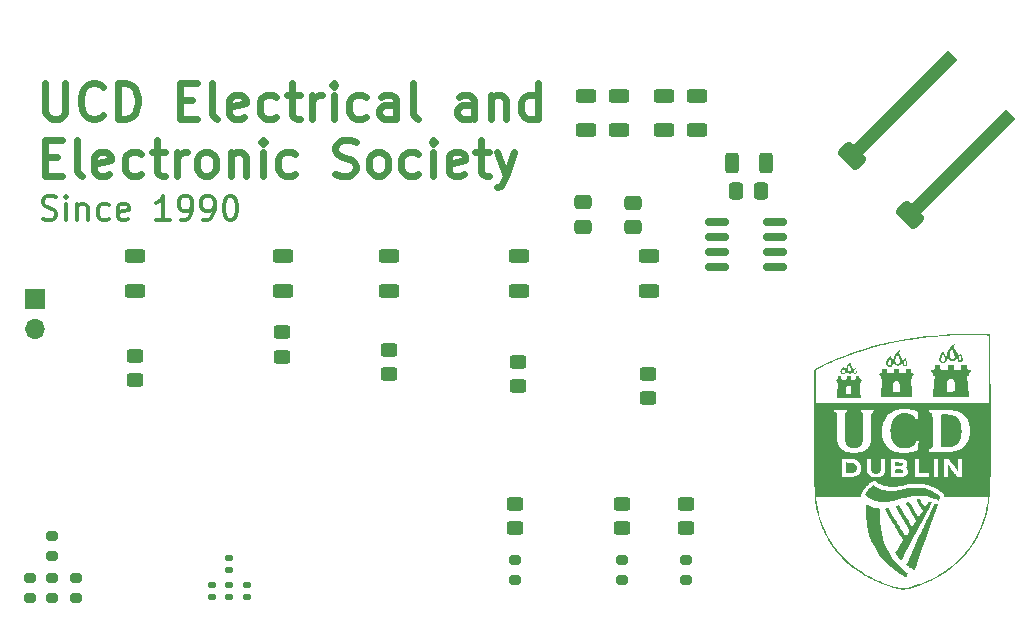
<source format=gbr>
%TF.GenerationSoftware,KiCad,Pcbnew,8.0.4*%
%TF.CreationDate,2024-08-13T13:12:50+01:00*%
%TF.ProjectId,elecsoc_card,656c6563-736f-4635-9f63-6172642e6b69,rev?*%
%TF.SameCoordinates,Original*%
%TF.FileFunction,Soldermask,Top*%
%TF.FilePolarity,Negative*%
%FSLAX46Y46*%
G04 Gerber Fmt 4.6, Leading zero omitted, Abs format (unit mm)*
G04 Created by KiCad (PCBNEW 8.0.4) date 2024-08-13 13:12:50*
%MOMM*%
%LPD*%
G01*
G04 APERTURE LIST*
G04 Aperture macros list*
%AMRoundRect*
0 Rectangle with rounded corners*
0 $1 Rounding radius*
0 $2 $3 $4 $5 $6 $7 $8 $9 X,Y pos of 4 corners*
0 Add a 4 corners polygon primitive as box body*
4,1,4,$2,$3,$4,$5,$6,$7,$8,$9,$2,$3,0*
0 Add four circle primitives for the rounded corners*
1,1,$1+$1,$2,$3*
1,1,$1+$1,$4,$5*
1,1,$1+$1,$6,$7*
1,1,$1+$1,$8,$9*
0 Add four rect primitives between the rounded corners*
20,1,$1+$1,$2,$3,$4,$5,0*
20,1,$1+$1,$4,$5,$6,$7,0*
20,1,$1+$1,$6,$7,$8,$9,0*
20,1,$1+$1,$8,$9,$2,$3,0*%
%AMFreePoly0*
4,1,36,0.519134,12.046194,0.546194,12.019134,0.550000,12.000000,0.550000,0.762000,0.762000,0.762000,0.870714,0.746161,0.983390,0.691076,1.072076,0.602390,1.127161,0.489713,1.143000,0.381000,1.143000,-0.381000,1.127161,-0.489713,1.072076,-0.602390,0.983390,-0.691076,0.870714,-0.746161,0.762000,-0.762000,0.000000,-0.761999,-0.762000,-0.762000,-0.870714,-0.746161,-0.983390,-0.691076,
-1.072076,-0.602390,-1.127161,-0.489713,-1.143000,-0.381000,-1.143000,0.381000,-1.127161,0.489713,-1.072076,0.602390,-0.983390,0.691076,-0.870714,0.746161,-0.762000,0.762000,-0.550000,0.762000,-0.550000,12.000000,-0.546194,12.019134,-0.519134,12.046194,-0.500000,12.050000,0.500000,12.050000,0.519134,12.046194,0.519134,12.046194,$1*%
G04 Aperture macros list end*
%ADD10C,0.000000*%
%ADD11C,0.300000*%
%ADD12C,0.600000*%
%ADD13RoundRect,0.135000X-0.185000X0.135000X-0.185000X-0.135000X0.185000X-0.135000X0.185000X0.135000X0*%
%ADD14RoundRect,0.250000X0.625000X-0.312500X0.625000X0.312500X-0.625000X0.312500X-0.625000X-0.312500X0*%
%ADD15RoundRect,0.250000X-0.625000X0.312500X-0.625000X-0.312500X0.625000X-0.312500X0.625000X0.312500X0*%
%ADD16RoundRect,0.200000X-0.275000X0.200000X-0.275000X-0.200000X0.275000X-0.200000X0.275000X0.200000X0*%
%ADD17RoundRect,0.250000X-0.312500X-0.625000X0.312500X-0.625000X0.312500X0.625000X-0.312500X0.625000X0*%
%ADD18R,1.700000X1.700000*%
%ADD19O,1.700000X1.700000*%
%ADD20RoundRect,0.250000X0.450000X-0.325000X0.450000X0.325000X-0.450000X0.325000X-0.450000X-0.325000X0*%
%ADD21FreePoly0,315.000000*%
%ADD22RoundRect,0.250000X0.337500X0.475000X-0.337500X0.475000X-0.337500X-0.475000X0.337500X-0.475000X0*%
%ADD23RoundRect,0.150000X-0.825000X-0.150000X0.825000X-0.150000X0.825000X0.150000X-0.825000X0.150000X0*%
%ADD24RoundRect,0.250000X-0.475000X0.337500X-0.475000X-0.337500X0.475000X-0.337500X0.475000X0.337500X0*%
G04 APERTURE END LIST*
D10*
G36*
X176767456Y-76995377D02*
G01*
X176770267Y-76995988D01*
X176772626Y-76997119D01*
X176774523Y-76998770D01*
X176775951Y-77000943D01*
X176776899Y-77003640D01*
X176777358Y-77006861D01*
X176777321Y-77010607D01*
X176776776Y-77014881D01*
X176775717Y-77019683D01*
X176774133Y-77025015D01*
X176772015Y-77030878D01*
X176769355Y-77037273D01*
X176766143Y-77044202D01*
X176762370Y-77051666D01*
X176758028Y-77059665D01*
X176747158Y-77082055D01*
X176738377Y-77104342D01*
X176731704Y-77126669D01*
X176727160Y-77149183D01*
X176724765Y-77172028D01*
X176724541Y-77195347D01*
X176726508Y-77219287D01*
X176730687Y-77243992D01*
X176737099Y-77269607D01*
X176745763Y-77296275D01*
X176756701Y-77324143D01*
X176769934Y-77353354D01*
X176785482Y-77384053D01*
X176803365Y-77416385D01*
X176823605Y-77450495D01*
X176846222Y-77486528D01*
X176870772Y-77526381D01*
X176893792Y-77565903D01*
X176914745Y-77604102D01*
X176924279Y-77622396D01*
X176933094Y-77639986D01*
X176941123Y-77656750D01*
X176948300Y-77672563D01*
X176954558Y-77687301D01*
X176959828Y-77700841D01*
X176964044Y-77713057D01*
X176967138Y-77723826D01*
X176969044Y-77733025D01*
X176969695Y-77740528D01*
X176969891Y-77749830D01*
X176970477Y-77758552D01*
X176971450Y-77766694D01*
X176972809Y-77774255D01*
X176974550Y-77781235D01*
X176976671Y-77787633D01*
X176979169Y-77793449D01*
X176982042Y-77798681D01*
X176985287Y-77803329D01*
X176988901Y-77807393D01*
X176992882Y-77810871D01*
X176997228Y-77813763D01*
X177001935Y-77816069D01*
X177007002Y-77817788D01*
X177012425Y-77818919D01*
X177018202Y-77819462D01*
X177024330Y-77819415D01*
X177030807Y-77818779D01*
X177037631Y-77817552D01*
X177044798Y-77815734D01*
X177052306Y-77813324D01*
X177060153Y-77810322D01*
X177068335Y-77806728D01*
X177076851Y-77802539D01*
X177094872Y-77792378D01*
X177114196Y-77779836D01*
X177134801Y-77764905D01*
X177156667Y-77747582D01*
X177269556Y-77652334D01*
X177287194Y-77754638D01*
X177289501Y-77765781D01*
X177292417Y-77777962D01*
X177299872Y-77804965D01*
X177309147Y-77834696D01*
X177319826Y-77866205D01*
X177331499Y-77898541D01*
X177343749Y-77930752D01*
X177356165Y-77961889D01*
X177368333Y-77991000D01*
X177380569Y-78018597D01*
X177390809Y-78044598D01*
X177395178Y-78057044D01*
X177399045Y-78069142D01*
X177402408Y-78080911D01*
X177405265Y-78092368D01*
X177407616Y-78103530D01*
X177409459Y-78114416D01*
X177410794Y-78125041D01*
X177411618Y-78135425D01*
X177411930Y-78145583D01*
X177411730Y-78155535D01*
X177411015Y-78165296D01*
X177409785Y-78174885D01*
X177408038Y-78184319D01*
X177405773Y-78193615D01*
X177402989Y-78202791D01*
X177399684Y-78211864D01*
X177395857Y-78220853D01*
X177391507Y-78229773D01*
X177386632Y-78238643D01*
X177381232Y-78247480D01*
X177375305Y-78256301D01*
X177368849Y-78265125D01*
X177361863Y-78273967D01*
X177354346Y-78282847D01*
X177337715Y-78300787D01*
X177318945Y-78319082D01*
X177310174Y-78326308D01*
X177301080Y-78332778D01*
X177291689Y-78338499D01*
X177282027Y-78343481D01*
X177272123Y-78347731D01*
X177262002Y-78351259D01*
X177251694Y-78354072D01*
X177241223Y-78356179D01*
X177230619Y-78357589D01*
X177219907Y-78358309D01*
X177209115Y-78358349D01*
X177198270Y-78357716D01*
X177187399Y-78356419D01*
X177176530Y-78354466D01*
X177165689Y-78351867D01*
X177154903Y-78348628D01*
X177144200Y-78344759D01*
X177133607Y-78340268D01*
X177123151Y-78335163D01*
X177112859Y-78329453D01*
X177102758Y-78323146D01*
X177092876Y-78316250D01*
X177083239Y-78308775D01*
X177073874Y-78300728D01*
X177064810Y-78292117D01*
X177056072Y-78282952D01*
X177047688Y-78273240D01*
X177039685Y-78262991D01*
X177032091Y-78252211D01*
X177024931Y-78240910D01*
X177018235Y-78229096D01*
X177012028Y-78216778D01*
X177007878Y-78208946D01*
X177003388Y-78201336D01*
X176998587Y-78193963D01*
X176993507Y-78186840D01*
X176988179Y-78179984D01*
X176982634Y-78173408D01*
X176976903Y-78167129D01*
X176971017Y-78161160D01*
X176965007Y-78155517D01*
X176958904Y-78150214D01*
X176952739Y-78145266D01*
X176946543Y-78140689D01*
X176940347Y-78136497D01*
X176934182Y-78132704D01*
X176928079Y-78129326D01*
X176922070Y-78126378D01*
X176916184Y-78123874D01*
X176910453Y-78121829D01*
X176904908Y-78120259D01*
X176899580Y-78119177D01*
X176894500Y-78118600D01*
X176889699Y-78118541D01*
X176885209Y-78119016D01*
X176881059Y-78120039D01*
X176877282Y-78121625D01*
X176873907Y-78123790D01*
X176870967Y-78126547D01*
X176868491Y-78129913D01*
X176866512Y-78133901D01*
X176865060Y-78138526D01*
X176864166Y-78143804D01*
X176863861Y-78149750D01*
X176863728Y-78151154D01*
X176863331Y-78152717D01*
X176861773Y-78156289D01*
X176859234Y-78160408D01*
X176855758Y-78165018D01*
X176851394Y-78170063D01*
X176846188Y-78175485D01*
X176840186Y-78181227D01*
X176833434Y-78187232D01*
X176825980Y-78193445D01*
X176817869Y-78199807D01*
X176809149Y-78206262D01*
X176799865Y-78212753D01*
X176790065Y-78219224D01*
X176779794Y-78225617D01*
X176769099Y-78231876D01*
X176758028Y-78237944D01*
X176745309Y-78245221D01*
X176732303Y-78251842D01*
X176719034Y-78257811D01*
X176705525Y-78263135D01*
X176691798Y-78267817D01*
X176677878Y-78271864D01*
X176663787Y-78275281D01*
X176649549Y-78278072D01*
X176635187Y-78280244D01*
X176620724Y-78281800D01*
X176606183Y-78282747D01*
X176591588Y-78283089D01*
X176562329Y-78281979D01*
X176533132Y-78278514D01*
X176504183Y-78272733D01*
X176475668Y-78264678D01*
X176447773Y-78254391D01*
X176420684Y-78241913D01*
X176394588Y-78227285D01*
X176381970Y-78219177D01*
X176369669Y-78210548D01*
X176357710Y-78201402D01*
X176346115Y-78191745D01*
X176334908Y-78181581D01*
X176324111Y-78170915D01*
X176305898Y-78151736D01*
X176289529Y-78135218D01*
X176274866Y-78121376D01*
X176268130Y-78115464D01*
X176261769Y-78110227D01*
X176255764Y-78105667D01*
X176250098Y-78101786D01*
X176244753Y-78098585D01*
X176239713Y-78096068D01*
X176234960Y-78094235D01*
X176230476Y-78093089D01*
X176226244Y-78092631D01*
X176222247Y-78092864D01*
X176218466Y-78093789D01*
X176214885Y-78095409D01*
X176211487Y-78097725D01*
X176208253Y-78100739D01*
X176205166Y-78104454D01*
X176202209Y-78108871D01*
X176199365Y-78113992D01*
X176196615Y-78119818D01*
X176193943Y-78126353D01*
X176191331Y-78133598D01*
X176186218Y-78150225D01*
X176181135Y-78169715D01*
X176175945Y-78192083D01*
X176173294Y-78202414D01*
X176169991Y-78212879D01*
X176166069Y-78223449D01*
X176161558Y-78234093D01*
X176156488Y-78244781D01*
X176150892Y-78255482D01*
X176138241Y-78276805D01*
X176123855Y-78297817D01*
X176107979Y-78318277D01*
X176090864Y-78337941D01*
X176072757Y-78356566D01*
X176053905Y-78373909D01*
X176034558Y-78389728D01*
X176014962Y-78403780D01*
X175995366Y-78415822D01*
X175985646Y-78421013D01*
X175976019Y-78425610D01*
X175966515Y-78429583D01*
X175957167Y-78432902D01*
X175948005Y-78435537D01*
X175939060Y-78437456D01*
X175930363Y-78438630D01*
X175921944Y-78439028D01*
X175910652Y-78438710D01*
X175899277Y-78437768D01*
X175887841Y-78436217D01*
X175876366Y-78434074D01*
X175864873Y-78431354D01*
X175853383Y-78428075D01*
X175841918Y-78424252D01*
X175830498Y-78419900D01*
X175819146Y-78415038D01*
X175807882Y-78409680D01*
X175785705Y-78397542D01*
X175764138Y-78383616D01*
X175743351Y-78368031D01*
X175723515Y-78350916D01*
X175704800Y-78332402D01*
X175687378Y-78312616D01*
X175671417Y-78291688D01*
X175664039Y-78280836D01*
X175657090Y-78269747D01*
X175650592Y-78258437D01*
X175644566Y-78246922D01*
X175639034Y-78235219D01*
X175634017Y-78223343D01*
X175629535Y-78211311D01*
X175625612Y-78199139D01*
X175616432Y-78163959D01*
X175610053Y-78128542D01*
X175606465Y-78092897D01*
X175606257Y-78083649D01*
X175751512Y-78083649D01*
X175751519Y-78088592D01*
X175752198Y-78098673D01*
X175753745Y-78109116D01*
X175756139Y-78120039D01*
X175759360Y-78131562D01*
X175763387Y-78143803D01*
X175768200Y-78156881D01*
X175773778Y-78170915D01*
X175778485Y-78180085D01*
X175783321Y-78189037D01*
X175788250Y-78197720D01*
X175793236Y-78206083D01*
X175798242Y-78214075D01*
X175803233Y-78221642D01*
X175808173Y-78228734D01*
X175813024Y-78235298D01*
X175817752Y-78241284D01*
X175822319Y-78246640D01*
X175826690Y-78251313D01*
X175828791Y-78253378D01*
X175830829Y-78255253D01*
X175832800Y-78256931D01*
X175834699Y-78258407D01*
X175836521Y-78259673D01*
X175838263Y-78260723D01*
X175839920Y-78261552D01*
X175841487Y-78262151D01*
X175842960Y-78262516D01*
X175844334Y-78262639D01*
X175847221Y-78262760D01*
X175850562Y-78263114D01*
X175854317Y-78263685D01*
X175858445Y-78264458D01*
X175867650Y-78266545D01*
X175877847Y-78269253D01*
X175888706Y-78272457D01*
X175899896Y-78276033D01*
X175911086Y-78279857D01*
X175921944Y-78283805D01*
X175933631Y-78287386D01*
X175944868Y-78288932D01*
X175955640Y-78288536D01*
X175965932Y-78286292D01*
X175975727Y-78282294D01*
X175985011Y-78276635D01*
X175993767Y-78269409D01*
X176001981Y-78260709D01*
X176009637Y-78250630D01*
X176016719Y-78239264D01*
X176023213Y-78226706D01*
X176029101Y-78213050D01*
X176039002Y-78182815D01*
X176046299Y-78149308D01*
X176050867Y-78113280D01*
X176052583Y-78075480D01*
X176051322Y-78036656D01*
X176046961Y-77997559D01*
X176039374Y-77958936D01*
X176028440Y-77921539D01*
X176021678Y-77903534D01*
X176014032Y-77886115D01*
X176008440Y-77875161D01*
X176374506Y-77875161D01*
X176377119Y-77919530D01*
X176380035Y-77940037D01*
X176384084Y-77959249D01*
X176389161Y-77977385D01*
X176395099Y-77994741D01*
X176401852Y-78011303D01*
X176409371Y-78027056D01*
X176417608Y-78041984D01*
X176426515Y-78056073D01*
X176436045Y-78069308D01*
X176446150Y-78081674D01*
X176456783Y-78093157D01*
X176467894Y-78103741D01*
X176479437Y-78113412D01*
X176491364Y-78122154D01*
X176503627Y-78129954D01*
X176516177Y-78136795D01*
X176528968Y-78142664D01*
X176541952Y-78147544D01*
X176555080Y-78151423D01*
X176568305Y-78154284D01*
X176581579Y-78156113D01*
X176594855Y-78156894D01*
X176608084Y-78156614D01*
X176621218Y-78155257D01*
X176634211Y-78152808D01*
X176647013Y-78149253D01*
X176659578Y-78144577D01*
X176671858Y-78138764D01*
X176683804Y-78131800D01*
X176695369Y-78123670D01*
X176706505Y-78114359D01*
X176717164Y-78103853D01*
X176727299Y-78092136D01*
X176736861Y-78079194D01*
X176749264Y-78060704D01*
X176760013Y-78042235D01*
X176769108Y-78023725D01*
X176772318Y-78015694D01*
X177110806Y-78015694D01*
X177111879Y-78048289D01*
X177114430Y-78080007D01*
X177118449Y-78109967D01*
X177123925Y-78137292D01*
X177130848Y-78161103D01*
X177134848Y-78171416D01*
X177139207Y-78180521D01*
X177143922Y-78188309D01*
X177148993Y-78194668D01*
X177154417Y-78199491D01*
X177160194Y-78202666D01*
X177166528Y-78205015D01*
X177172951Y-78206776D01*
X177179450Y-78207964D01*
X177186012Y-78208592D01*
X177192623Y-78208671D01*
X177199270Y-78208216D01*
X177205938Y-78207239D01*
X177212615Y-78205753D01*
X177219287Y-78203771D01*
X177225940Y-78201305D01*
X177232561Y-78198370D01*
X177239135Y-78194977D01*
X177245651Y-78191139D01*
X177252093Y-78186871D01*
X177258449Y-78182183D01*
X177264705Y-78177090D01*
X177270847Y-78171604D01*
X177276862Y-78165738D01*
X177288455Y-78152919D01*
X177299377Y-78138736D01*
X177309519Y-78123292D01*
X177318771Y-78106690D01*
X177327026Y-78089034D01*
X177334176Y-78070427D01*
X177337302Y-78060799D01*
X177340111Y-78050972D01*
X177342550Y-78040265D01*
X177344576Y-78030632D01*
X177346188Y-78022075D01*
X177347387Y-78014592D01*
X177347832Y-78011253D01*
X177348173Y-78008184D01*
X177348411Y-78005383D01*
X177348545Y-78002851D01*
X177348576Y-78000587D01*
X177348504Y-77998592D01*
X177348328Y-77996866D01*
X177348049Y-77995409D01*
X177347666Y-77994220D01*
X177347181Y-77993301D01*
X177346899Y-77992941D01*
X177346591Y-77992649D01*
X177346258Y-77992425D01*
X177345899Y-77992267D01*
X177345514Y-77992177D01*
X177345103Y-77992153D01*
X177344204Y-77992308D01*
X177343201Y-77992732D01*
X177342095Y-77993425D01*
X177340886Y-77994386D01*
X177339573Y-77995616D01*
X177338157Y-77997114D01*
X177336638Y-77998882D01*
X177335015Y-78000918D01*
X177333289Y-78003223D01*
X177331460Y-78005796D01*
X177329527Y-78008638D01*
X177325057Y-78015418D01*
X177320880Y-78021206D01*
X177318891Y-78023728D01*
X177316962Y-78026001D01*
X177315089Y-78028027D01*
X177313267Y-78029805D01*
X177311491Y-78031334D01*
X177309757Y-78032616D01*
X177308061Y-78033649D01*
X177306397Y-78034435D01*
X177304762Y-78034972D01*
X177303151Y-78035262D01*
X177301559Y-78035303D01*
X177299983Y-78035097D01*
X177298416Y-78034642D01*
X177296855Y-78033939D01*
X177295296Y-78032988D01*
X177293733Y-78031789D01*
X177292163Y-78030342D01*
X177290580Y-78028648D01*
X177288981Y-78026705D01*
X177287360Y-78024513D01*
X177285713Y-78022074D01*
X177284036Y-78019387D01*
X177280573Y-78013269D01*
X177276934Y-78006158D01*
X177273084Y-77998055D01*
X177271184Y-77992026D01*
X177269459Y-77985873D01*
X177267921Y-77979638D01*
X177266579Y-77973361D01*
X177265444Y-77967084D01*
X177264526Y-77960848D01*
X177263835Y-77954695D01*
X177263382Y-77948666D01*
X177263177Y-77942803D01*
X177263230Y-77937146D01*
X177263553Y-77931737D01*
X177264154Y-77926618D01*
X177265044Y-77921829D01*
X177266235Y-77917413D01*
X177267735Y-77913409D01*
X177268605Y-77911576D01*
X177269556Y-77909861D01*
X177271555Y-77906164D01*
X177272939Y-77902361D01*
X177273734Y-77898470D01*
X177273965Y-77894509D01*
X177273660Y-77890497D01*
X177272842Y-77886451D01*
X177271539Y-77882390D01*
X177269776Y-77878331D01*
X177267579Y-77874293D01*
X177264974Y-77870294D01*
X177261986Y-77866351D01*
X177258641Y-77862484D01*
X177254966Y-77858709D01*
X177250986Y-77855046D01*
X177242215Y-77848125D01*
X177232535Y-77841865D01*
X177222151Y-77836412D01*
X177211271Y-77831909D01*
X177205710Y-77830059D01*
X177200102Y-77828502D01*
X177194474Y-77827254D01*
X177188851Y-77826335D01*
X177183258Y-77825762D01*
X177177723Y-77825553D01*
X177172270Y-77825727D01*
X177166926Y-77826301D01*
X177161716Y-77827293D01*
X177156667Y-77828723D01*
X177150910Y-77831898D01*
X177145544Y-77836720D01*
X177140569Y-77843080D01*
X177135982Y-77850867D01*
X177131783Y-77859972D01*
X177127971Y-77870285D01*
X177121499Y-77894096D01*
X177116557Y-77921420D01*
X177113134Y-77951381D01*
X177111221Y-77983098D01*
X177110806Y-78015694D01*
X176772318Y-78015694D01*
X176776549Y-78005111D01*
X176782337Y-77986332D01*
X176786471Y-77967325D01*
X176788952Y-77948029D01*
X176789778Y-77928382D01*
X176788952Y-77908321D01*
X176786471Y-77887785D01*
X176782337Y-77866711D01*
X176776549Y-77845038D01*
X176769108Y-77822703D01*
X176760013Y-77799645D01*
X176749264Y-77775802D01*
X176736861Y-77751111D01*
X176730874Y-77739308D01*
X176724845Y-77726472D01*
X176712828Y-77698194D01*
X176701142Y-77667271D01*
X176690118Y-77634694D01*
X176680086Y-77601456D01*
X176671377Y-77568548D01*
X176664321Y-77536963D01*
X176661517Y-77521977D01*
X176659250Y-77507694D01*
X176656404Y-77493277D01*
X176653187Y-77479182D01*
X176649638Y-77465479D01*
X176645801Y-77452241D01*
X176641715Y-77439541D01*
X176637422Y-77427450D01*
X176632964Y-77416042D01*
X176628382Y-77405388D01*
X176623718Y-77395561D01*
X176619012Y-77386633D01*
X176614306Y-77378677D01*
X176609641Y-77371764D01*
X176607337Y-77368722D01*
X176605059Y-77365968D01*
X176602812Y-77363511D01*
X176600601Y-77361360D01*
X176598431Y-77359525D01*
X176596308Y-77358013D01*
X176594237Y-77356835D01*
X176592223Y-77356000D01*
X176582174Y-77354066D01*
X176571902Y-77354790D01*
X176561451Y-77358042D01*
X176550868Y-77363689D01*
X176540196Y-77371599D01*
X176529482Y-77381641D01*
X176508107Y-77407593D01*
X176487104Y-77440491D01*
X176466835Y-77479279D01*
X176447661Y-77522904D01*
X176429945Y-77570312D01*
X176414047Y-77620448D01*
X176400331Y-77672259D01*
X176389157Y-77724690D01*
X176380887Y-77776687D01*
X176375883Y-77827195D01*
X176374506Y-77875161D01*
X176008440Y-77875161D01*
X176005488Y-77869378D01*
X175996028Y-77853415D01*
X175989375Y-77844104D01*
X175982658Y-77835351D01*
X175975894Y-77827160D01*
X175969101Y-77819530D01*
X175962298Y-77812463D01*
X175955503Y-77805961D01*
X175948734Y-77800025D01*
X175942009Y-77794656D01*
X175935346Y-77789856D01*
X175928763Y-77785625D01*
X175922278Y-77781966D01*
X175915909Y-77778878D01*
X175909675Y-77776364D01*
X175903593Y-77774425D01*
X175897681Y-77773063D01*
X175891959Y-77772277D01*
X175886443Y-77772071D01*
X175881151Y-77772445D01*
X175876103Y-77773400D01*
X175871316Y-77774937D01*
X175866807Y-77777059D01*
X175862596Y-77779765D01*
X175858700Y-77783059D01*
X175855137Y-77786940D01*
X175851926Y-77791410D01*
X175849084Y-77796471D01*
X175846630Y-77802123D01*
X175844582Y-77808368D01*
X175842957Y-77815208D01*
X175841774Y-77822643D01*
X175841051Y-77830675D01*
X175840806Y-77839306D01*
X175840522Y-77847521D01*
X175839690Y-77856249D01*
X175838341Y-77865420D01*
X175836506Y-77874969D01*
X175834217Y-77884828D01*
X175831504Y-77894930D01*
X175828398Y-77905207D01*
X175824931Y-77915593D01*
X175821132Y-77926021D01*
X175817034Y-77936422D01*
X175812668Y-77946731D01*
X175808063Y-77956879D01*
X175803252Y-77966800D01*
X175798265Y-77976426D01*
X175793134Y-77985691D01*
X175787889Y-77994527D01*
X175779824Y-78006701D01*
X175772813Y-78018167D01*
X175766836Y-78029044D01*
X175761871Y-78039451D01*
X175757899Y-78049507D01*
X175754899Y-78059330D01*
X175753756Y-78064191D01*
X175752849Y-78069039D01*
X175752174Y-78073888D01*
X175751729Y-78078753D01*
X175751512Y-78083649D01*
X175606257Y-78083649D01*
X175605657Y-78057035D01*
X175607619Y-78020967D01*
X175612341Y-77984702D01*
X175619811Y-77948251D01*
X175630021Y-77911624D01*
X175642959Y-77874832D01*
X175658615Y-77837885D01*
X175676979Y-77800794D01*
X175698041Y-77763568D01*
X175721790Y-77726218D01*
X175748215Y-77688754D01*
X175777307Y-77651187D01*
X175809056Y-77613527D01*
X175837554Y-77582227D01*
X175863578Y-77554457D01*
X175887214Y-77530191D01*
X175898164Y-77519364D01*
X175908550Y-77509402D01*
X175918383Y-77500304D01*
X175927675Y-77492066D01*
X175936435Y-77484684D01*
X175944675Y-77478155D01*
X175952407Y-77472477D01*
X175959640Y-77467645D01*
X175966386Y-77463657D01*
X175972656Y-77460510D01*
X175978461Y-77458199D01*
X175983812Y-77456723D01*
X175988720Y-77456077D01*
X175993196Y-77456258D01*
X175995275Y-77456658D01*
X175997250Y-77457264D01*
X175999123Y-77458075D01*
X176000895Y-77459091D01*
X176002567Y-77460311D01*
X176004140Y-77461736D01*
X176006997Y-77465195D01*
X176009477Y-77469466D01*
X176011590Y-77474544D01*
X176013348Y-77480428D01*
X176014762Y-77487113D01*
X176015843Y-77494597D01*
X176016601Y-77502875D01*
X176017048Y-77511946D01*
X176017194Y-77521806D01*
X176017489Y-77531946D01*
X176018355Y-77542491D01*
X176019764Y-77553388D01*
X176021687Y-77564587D01*
X176024095Y-77576036D01*
X176026961Y-77587685D01*
X176033951Y-77611378D01*
X176042430Y-77635257D01*
X176052169Y-77658914D01*
X176062942Y-77681940D01*
X176074521Y-77703927D01*
X176086679Y-77724468D01*
X176099188Y-77743153D01*
X176105503Y-77751673D01*
X176111821Y-77759575D01*
X176118113Y-77766810D01*
X176124351Y-77773325D01*
X176130506Y-77779071D01*
X176136550Y-77783996D01*
X176142454Y-77788048D01*
X176148191Y-77791178D01*
X176153731Y-77793333D01*
X176159046Y-77794464D01*
X176164108Y-77794518D01*
X176168889Y-77793445D01*
X176173016Y-77791349D01*
X176177433Y-77787760D01*
X176182098Y-77782755D01*
X176186969Y-77776412D01*
X176192006Y-77768808D01*
X176197166Y-77760020D01*
X176202410Y-77750126D01*
X176207695Y-77739204D01*
X176212979Y-77727331D01*
X176218223Y-77714585D01*
X176223383Y-77701043D01*
X176228420Y-77686783D01*
X176233291Y-77671882D01*
X176237956Y-77656418D01*
X176242373Y-77640468D01*
X176246500Y-77624110D01*
X176259442Y-77579070D01*
X176274302Y-77534165D01*
X176290846Y-77489777D01*
X176308842Y-77446288D01*
X176328058Y-77404081D01*
X176348261Y-77363537D01*
X176369219Y-77325040D01*
X176390698Y-77288972D01*
X176412467Y-77255715D01*
X176434292Y-77225651D01*
X176445153Y-77211936D01*
X176455942Y-77199164D01*
X176466628Y-77187380D01*
X176477184Y-77176634D01*
X176487579Y-77166974D01*
X176497784Y-77158446D01*
X176507772Y-77151099D01*
X176517512Y-77144981D01*
X176526975Y-77140139D01*
X176536133Y-77136621D01*
X176544957Y-77134476D01*
X176553417Y-77133750D01*
X176557047Y-77133384D01*
X176561292Y-77132310D01*
X176566106Y-77130564D01*
X176571441Y-77128183D01*
X176577252Y-77125202D01*
X176583492Y-77121657D01*
X176590115Y-77117586D01*
X176597073Y-77113024D01*
X176604321Y-77108007D01*
X176611811Y-77102571D01*
X176619498Y-77096754D01*
X176627335Y-77090589D01*
X176643272Y-77077367D01*
X176659250Y-77063194D01*
X176668364Y-77055174D01*
X176677180Y-77047652D01*
X176685688Y-77040628D01*
X176693880Y-77034104D01*
X176701746Y-77028081D01*
X176709278Y-77022561D01*
X176716466Y-77017545D01*
X176723301Y-77013034D01*
X176729775Y-77009029D01*
X176735878Y-77005532D01*
X176741601Y-77002544D01*
X176746935Y-77000066D01*
X176751871Y-76998100D01*
X176756400Y-76996647D01*
X176760513Y-76995708D01*
X176764202Y-76995284D01*
X176767456Y-76995377D01*
G37*
G36*
X181225076Y-78248362D02*
G01*
X181253677Y-78250111D01*
X181277276Y-78252475D01*
X181294839Y-78255469D01*
X181305333Y-78259110D01*
X181308677Y-78262569D01*
X181312079Y-78267599D01*
X181315511Y-78274117D01*
X181318948Y-78282041D01*
X181322365Y-78291288D01*
X181325735Y-78301775D01*
X181329033Y-78313419D01*
X181332233Y-78326139D01*
X181338234Y-78354471D01*
X181343533Y-78386111D01*
X181347922Y-78420397D01*
X181351195Y-78456667D01*
X181354202Y-78492295D01*
X181358216Y-78523908D01*
X181363667Y-78551707D01*
X181370984Y-78575895D01*
X181375475Y-78586697D01*
X181380595Y-78596671D01*
X181386394Y-78605843D01*
X181392929Y-78614238D01*
X181400251Y-78621882D01*
X181408415Y-78628798D01*
X181417475Y-78635013D01*
X181427483Y-78640552D01*
X181438494Y-78645440D01*
X181450561Y-78649701D01*
X181463738Y-78653362D01*
X181478078Y-78656448D01*
X181510463Y-78660993D01*
X181548144Y-78663538D01*
X181591552Y-78664285D01*
X181641114Y-78663435D01*
X181697259Y-78661189D01*
X181760417Y-78657750D01*
X181979139Y-78643638D01*
X181979139Y-78262639D01*
X182473027Y-78262639D01*
X182473027Y-78428445D01*
X182473340Y-78466058D01*
X182474371Y-78499662D01*
X182476260Y-78529462D01*
X182477569Y-78543000D01*
X182479146Y-78555665D01*
X182481007Y-78567483D01*
X182483169Y-78578479D01*
X182485651Y-78588679D01*
X182488469Y-78598109D01*
X182491641Y-78606794D01*
X182495184Y-78614762D01*
X182499116Y-78622037D01*
X182503455Y-78628646D01*
X182508217Y-78634613D01*
X182513421Y-78639966D01*
X182519083Y-78644730D01*
X182525221Y-78648930D01*
X182531853Y-78652593D01*
X182538996Y-78655744D01*
X182546667Y-78658410D01*
X182554884Y-78660616D01*
X182563664Y-78662387D01*
X182573025Y-78663750D01*
X182582984Y-78664731D01*
X182593558Y-78665356D01*
X182616624Y-78665638D01*
X182642362Y-78664804D01*
X182660489Y-78664323D01*
X182676585Y-78664260D01*
X182690769Y-78664704D01*
X182697182Y-78665143D01*
X182703161Y-78665742D01*
X182708721Y-78666511D01*
X182713877Y-78667462D01*
X182718645Y-78668605D01*
X182723039Y-78669952D01*
X182727073Y-78671513D01*
X182730764Y-78673300D01*
X182734124Y-78675323D01*
X182737171Y-78677593D01*
X182739917Y-78680122D01*
X182742379Y-78682920D01*
X182744570Y-78685999D01*
X182746507Y-78689369D01*
X182748203Y-78693041D01*
X182749674Y-78697026D01*
X182750934Y-78701336D01*
X182751998Y-78705981D01*
X182752882Y-78710972D01*
X182753600Y-78716321D01*
X182754596Y-78728133D01*
X182755107Y-78741506D01*
X182755251Y-78756528D01*
X182755001Y-78768726D01*
X182754245Y-78780195D01*
X182753673Y-78785662D01*
X182752972Y-78790952D01*
X182752138Y-78796067D01*
X182751172Y-78801010D01*
X182750071Y-78805783D01*
X182748834Y-78810387D01*
X182747460Y-78814824D01*
X182745949Y-78819097D01*
X182744297Y-78823207D01*
X182742505Y-78827156D01*
X182740571Y-78830946D01*
X182738493Y-78834579D01*
X182736271Y-78838057D01*
X182733903Y-78841382D01*
X182731387Y-78844556D01*
X182728723Y-78847581D01*
X182725909Y-78850458D01*
X182722944Y-78853190D01*
X182719826Y-78855779D01*
X182716555Y-78858226D01*
X182713128Y-78860534D01*
X182709546Y-78862704D01*
X182705805Y-78864738D01*
X182701906Y-78866639D01*
X182697846Y-78868408D01*
X182693626Y-78870047D01*
X182689242Y-78871559D01*
X182684694Y-78872944D01*
X182675181Y-78875847D01*
X182666470Y-78879297D01*
X182658533Y-78883347D01*
X182651346Y-78888048D01*
X182644882Y-78893451D01*
X182641913Y-78896433D01*
X182639116Y-78899610D01*
X182636486Y-78902988D01*
X182634021Y-78906574D01*
X182629573Y-78914396D01*
X182625745Y-78923128D01*
X182622510Y-78932820D01*
X182619845Y-78943526D01*
X182617722Y-78955296D01*
X182616115Y-78968182D01*
X182615000Y-78982236D01*
X182614350Y-78997510D01*
X182614139Y-79014055D01*
X182613927Y-79031182D01*
X182613271Y-79046887D01*
X182612766Y-79054228D01*
X182612139Y-79061238D01*
X182611385Y-79067927D01*
X182610501Y-79074303D01*
X182609482Y-79080374D01*
X182608325Y-79086148D01*
X182607026Y-79091634D01*
X182605581Y-79096841D01*
X182603986Y-79101776D01*
X182602238Y-79106448D01*
X182600332Y-79110866D01*
X182598264Y-79115038D01*
X182596031Y-79118972D01*
X182593628Y-79122676D01*
X182591053Y-79126160D01*
X182588301Y-79129431D01*
X182585367Y-79132498D01*
X182582249Y-79135370D01*
X182578943Y-79138054D01*
X182575444Y-79140559D01*
X182571748Y-79142893D01*
X182567852Y-79145066D01*
X182563753Y-79147084D01*
X182559445Y-79148958D01*
X182554925Y-79150694D01*
X182550190Y-79152302D01*
X182545234Y-79153790D01*
X182540056Y-79155166D01*
X182527021Y-79159093D01*
X182515644Y-79163262D01*
X182505849Y-79168165D01*
X182497557Y-79174293D01*
X182490692Y-79182137D01*
X182485176Y-79192187D01*
X182480931Y-79204935D01*
X182477879Y-79220871D01*
X182475944Y-79240487D01*
X182475047Y-79264272D01*
X182475112Y-79292719D01*
X182476060Y-79326319D01*
X182480297Y-79410937D01*
X182487138Y-79522055D01*
X182499431Y-79679979D01*
X182514039Y-79854108D01*
X182529307Y-80023606D01*
X182543584Y-80167639D01*
X182600028Y-80721499D01*
X182621195Y-80979028D01*
X179569667Y-80979028D01*
X179594361Y-80598027D01*
X179602606Y-80485139D01*
X179607977Y-80411606D01*
X179626553Y-80183514D01*
X179639189Y-80044167D01*
X180779694Y-80044167D01*
X180779694Y-80485139D01*
X181054862Y-80485139D01*
X181085480Y-80484935D01*
X181115095Y-80484333D01*
X181143616Y-80483348D01*
X181170947Y-80481997D01*
X181196997Y-80480294D01*
X181221673Y-80478256D01*
X181244881Y-80475897D01*
X181266528Y-80473233D01*
X181286522Y-80470279D01*
X181304769Y-80467052D01*
X181321176Y-80463567D01*
X181335651Y-80459838D01*
X181348100Y-80455882D01*
X181358430Y-80451714D01*
X181362771Y-80449556D01*
X181366548Y-80447350D01*
X181369749Y-80445099D01*
X181372362Y-80442805D01*
X181377488Y-80436195D01*
X181382284Y-80426965D01*
X181386748Y-80415140D01*
X181390882Y-80400748D01*
X181394686Y-80383813D01*
X181398158Y-80364361D01*
X181404111Y-80318010D01*
X181408741Y-80261903D01*
X181412049Y-80196247D01*
X181414033Y-80121247D01*
X181414694Y-80037111D01*
X181414268Y-79972205D01*
X181412937Y-79912261D01*
X181410625Y-79857029D01*
X181407253Y-79806262D01*
X181402744Y-79759712D01*
X181397021Y-79717130D01*
X181393680Y-79697250D01*
X181390006Y-79678270D01*
X181385990Y-79660157D01*
X181381621Y-79642882D01*
X181376891Y-79626412D01*
X181371790Y-79610718D01*
X181366307Y-79595768D01*
X181360434Y-79581531D01*
X181354160Y-79567976D01*
X181347476Y-79555073D01*
X181340372Y-79542789D01*
X181332839Y-79531095D01*
X181324866Y-79519959D01*
X181316444Y-79509349D01*
X181307564Y-79499236D01*
X181298216Y-79489588D01*
X181288389Y-79480374D01*
X181278075Y-79471564D01*
X181267263Y-79463125D01*
X181255944Y-79455027D01*
X181247622Y-79449362D01*
X181238564Y-79444267D01*
X181228818Y-79439735D01*
X181218434Y-79435756D01*
X181207461Y-79432322D01*
X181195948Y-79429424D01*
X181171498Y-79425207D01*
X181145477Y-79423036D01*
X181118278Y-79422844D01*
X181090294Y-79424564D01*
X181061916Y-79428128D01*
X181033539Y-79433471D01*
X181005555Y-79440524D01*
X180978356Y-79449220D01*
X180952335Y-79459493D01*
X180927885Y-79471274D01*
X180905399Y-79484497D01*
X180895015Y-79491628D01*
X180885269Y-79499095D01*
X180876211Y-79506888D01*
X180867889Y-79515000D01*
X180839791Y-79543670D01*
X180828310Y-79557687D01*
X180818390Y-79572381D01*
X180809916Y-79588419D01*
X180802777Y-79606467D01*
X180796856Y-79627192D01*
X180792042Y-79651260D01*
X180788219Y-79679339D01*
X180785275Y-79712094D01*
X180783096Y-79750192D01*
X180781569Y-79794301D01*
X180780011Y-79903214D01*
X180779694Y-80044167D01*
X179639189Y-80044167D01*
X179648436Y-79942192D01*
X179671973Y-79716083D01*
X179680610Y-79630332D01*
X179687992Y-79552799D01*
X179694103Y-79483182D01*
X179698927Y-79421182D01*
X179702448Y-79366500D01*
X179703716Y-79341809D01*
X179704652Y-79318836D01*
X179705255Y-79297541D01*
X179705523Y-79277889D01*
X179705454Y-79259841D01*
X179705045Y-79243361D01*
X179704295Y-79228410D01*
X179703203Y-79214951D01*
X179701765Y-79202946D01*
X179699981Y-79192359D01*
X179697847Y-79183152D01*
X179695363Y-79175287D01*
X179692527Y-79168727D01*
X179690976Y-79165925D01*
X179689335Y-79163435D01*
X179687606Y-79161252D01*
X179685788Y-79159372D01*
X179683879Y-79157790D01*
X179681881Y-79156501D01*
X179679793Y-79155502D01*
X179677614Y-79154786D01*
X179675345Y-79154350D01*
X179672985Y-79154188D01*
X179670534Y-79154296D01*
X179667992Y-79154670D01*
X179662632Y-79156195D01*
X179656904Y-79158725D01*
X179650806Y-79162222D01*
X179648249Y-79163530D01*
X179645236Y-79164171D01*
X179641805Y-79164180D01*
X179637997Y-79163593D01*
X179633850Y-79162446D01*
X179629404Y-79160773D01*
X179624698Y-79158610D01*
X179619773Y-79155993D01*
X179609417Y-79149540D01*
X179598654Y-79141696D01*
X179587798Y-79132747D01*
X179577164Y-79122975D01*
X179567067Y-79112667D01*
X179557823Y-79102105D01*
X179549747Y-79091574D01*
X179546245Y-79086409D01*
X179543154Y-79081358D01*
X179540512Y-79076458D01*
X179538359Y-79071742D01*
X179536735Y-79067248D01*
X179535678Y-79063010D01*
X179535229Y-79059064D01*
X179535426Y-79055445D01*
X179536309Y-79052190D01*
X179537917Y-79049333D01*
X179538578Y-79048186D01*
X179539233Y-79046109D01*
X179540508Y-79039411D01*
X179541700Y-79029737D01*
X179542767Y-79017583D01*
X179543670Y-79003444D01*
X179544366Y-78987817D01*
X179544814Y-78971198D01*
X179544972Y-78954082D01*
X179544683Y-78943748D01*
X179544321Y-78938769D01*
X179543815Y-78933915D01*
X179543164Y-78929188D01*
X179542368Y-78924588D01*
X179541427Y-78920117D01*
X179540342Y-78915773D01*
X179539112Y-78911559D01*
X179537738Y-78907475D01*
X179536218Y-78903521D01*
X179534554Y-78899699D01*
X179532746Y-78896008D01*
X179530792Y-78892450D01*
X179528694Y-78889024D01*
X179526452Y-78885733D01*
X179524064Y-78882575D01*
X179521532Y-78879553D01*
X179518855Y-78876666D01*
X179516034Y-78873916D01*
X179513067Y-78871303D01*
X179509956Y-78868827D01*
X179506701Y-78866489D01*
X179503300Y-78864291D01*
X179499755Y-78862231D01*
X179496066Y-78860312D01*
X179492231Y-78858534D01*
X179488252Y-78856897D01*
X179484128Y-78855403D01*
X179479860Y-78854051D01*
X179475447Y-78852843D01*
X179470889Y-78851778D01*
X179461378Y-78848963D01*
X179452685Y-78845790D01*
X179444797Y-78842236D01*
X179441152Y-78840307D01*
X179437705Y-78838273D01*
X179434455Y-78836130D01*
X179431399Y-78833876D01*
X179428537Y-78831507D01*
X179425868Y-78829019D01*
X179423390Y-78826410D01*
X179421102Y-78823677D01*
X179419002Y-78820815D01*
X179417090Y-78817823D01*
X179415364Y-78814696D01*
X179413823Y-78811431D01*
X179412465Y-78808026D01*
X179411289Y-78804476D01*
X179410294Y-78800780D01*
X179409478Y-78796932D01*
X179408841Y-78792932D01*
X179408381Y-78788774D01*
X179408097Y-78784455D01*
X179407987Y-78779974D01*
X179408285Y-78770508D01*
X179409265Y-78760349D01*
X179410917Y-78749472D01*
X179412496Y-78738095D01*
X179414624Y-78727747D01*
X179417350Y-78718381D01*
X179418955Y-78714051D01*
X179420728Y-78709950D01*
X179422678Y-78706071D01*
X179424809Y-78702408D01*
X179427129Y-78698955D01*
X179429644Y-78695708D01*
X179432361Y-78692659D01*
X179435286Y-78689804D01*
X179438425Y-78687136D01*
X179441785Y-78684649D01*
X179445372Y-78682338D01*
X179449194Y-78680197D01*
X179453255Y-78678220D01*
X179457564Y-78676401D01*
X179466946Y-78673215D01*
X179477394Y-78670593D01*
X179488957Y-78668487D01*
X179501689Y-78666851D01*
X179515640Y-78665639D01*
X179530862Y-78664804D01*
X179559744Y-78663160D01*
X179585639Y-78660746D01*
X179608702Y-78657371D01*
X179619220Y-78655264D01*
X179629088Y-78652844D01*
X179638326Y-78650088D01*
X179646953Y-78646973D01*
X179654988Y-78643473D01*
X179662450Y-78639567D01*
X179669360Y-78635228D01*
X179675736Y-78630434D01*
X179681598Y-78625161D01*
X179686966Y-78619385D01*
X179691857Y-78613082D01*
X179696293Y-78606228D01*
X179700292Y-78598798D01*
X179703874Y-78590770D01*
X179707058Y-78582120D01*
X179709863Y-78572822D01*
X179712309Y-78562854D01*
X179714416Y-78552192D01*
X179717687Y-78528689D01*
X179719831Y-78502121D01*
X179721004Y-78472298D01*
X179721361Y-78439028D01*
X179721524Y-78421930D01*
X179722009Y-78405100D01*
X179722803Y-78388643D01*
X179723896Y-78372661D01*
X179725280Y-78357258D01*
X179726942Y-78342537D01*
X179728873Y-78328602D01*
X179731062Y-78315555D01*
X179733500Y-78303501D01*
X179736175Y-78292542D01*
X179739078Y-78282782D01*
X179742197Y-78274324D01*
X179743835Y-78270616D01*
X179745523Y-78267272D01*
X179747261Y-78264306D01*
X179749046Y-78261729D01*
X179750878Y-78259556D01*
X179752755Y-78257798D01*
X179754676Y-78256470D01*
X179756639Y-78255583D01*
X179764484Y-78253762D01*
X179775904Y-78252262D01*
X179808233Y-78250181D01*
X179851145Y-78249258D01*
X179902160Y-78249409D01*
X179958797Y-78250553D01*
X180018577Y-78252606D01*
X180079018Y-78255486D01*
X180137640Y-78259110D01*
X180139934Y-78259574D01*
X180142185Y-78260303D01*
X180144390Y-78261291D01*
X180146549Y-78262535D01*
X180150716Y-78265769D01*
X180154672Y-78269969D01*
X180158400Y-78275100D01*
X180161886Y-78281125D01*
X180165113Y-78288007D01*
X180168066Y-78295711D01*
X180170730Y-78304201D01*
X180173089Y-78313439D01*
X180175128Y-78323391D01*
X180176830Y-78334020D01*
X180178182Y-78345290D01*
X180179166Y-78357164D01*
X180179768Y-78369607D01*
X180179972Y-78382582D01*
X180180135Y-78395462D01*
X180180613Y-78408889D01*
X180182453Y-78436932D01*
X180185367Y-78465803D01*
X180189233Y-78494590D01*
X180193925Y-78522385D01*
X180199320Y-78548278D01*
X180202242Y-78560228D01*
X180205293Y-78571360D01*
X180208459Y-78581563D01*
X180211722Y-78590722D01*
X180217495Y-78605622D01*
X180223181Y-78618641D01*
X180229186Y-78629883D01*
X180235921Y-78639450D01*
X180243792Y-78647446D01*
X180253208Y-78653974D01*
X180264578Y-78659139D01*
X180278310Y-78663042D01*
X180294811Y-78665788D01*
X180314490Y-78667479D01*
X180337756Y-78668220D01*
X180365016Y-78668113D01*
X180433153Y-78665770D01*
X180522167Y-78661277D01*
X180630315Y-78653395D01*
X180678312Y-78649558D01*
X180720604Y-78645844D01*
X180755951Y-78642295D01*
X180783112Y-78638954D01*
X180793236Y-78637373D01*
X180800848Y-78635860D01*
X180805793Y-78634419D01*
X180807218Y-78633727D01*
X180807917Y-78633056D01*
X180809320Y-78630879D01*
X180810873Y-78627054D01*
X180814366Y-78614810D01*
X180818273Y-78597026D01*
X180822469Y-78574406D01*
X180826830Y-78547651D01*
X180831233Y-78517465D01*
X180835553Y-78484551D01*
X180839667Y-78449611D01*
X180847549Y-78383796D01*
X180851387Y-78354237D01*
X180855101Y-78327902D01*
X180858649Y-78305537D01*
X180860349Y-78296075D01*
X180861991Y-78287884D01*
X180863571Y-78281058D01*
X180865085Y-78275689D01*
X180866525Y-78271870D01*
X180867217Y-78270571D01*
X180867889Y-78269695D01*
X180870906Y-78267432D01*
X180875902Y-78265274D01*
X180891315Y-78261282D01*
X180913095Y-78257734D01*
X180940208Y-78254646D01*
X181006299Y-78249913D01*
X181081319Y-78247205D01*
X181157001Y-78246646D01*
X181225076Y-78248362D01*
G37*
G36*
X181372362Y-76583415D02*
G01*
X181366868Y-76601933D01*
X181362316Y-76619272D01*
X181358734Y-76635661D01*
X181356155Y-76651326D01*
X181354610Y-76666494D01*
X181354130Y-76681395D01*
X181354745Y-76696253D01*
X181356486Y-76711298D01*
X181359385Y-76726756D01*
X181363473Y-76742855D01*
X181368780Y-76759822D01*
X181375338Y-76777885D01*
X181383177Y-76797270D01*
X181392329Y-76818206D01*
X181402824Y-76840919D01*
X181414694Y-76865638D01*
X181422705Y-76881994D01*
X181430824Y-76897932D01*
X181438995Y-76913364D01*
X181447161Y-76928201D01*
X181455265Y-76942356D01*
X181463250Y-76955741D01*
X181471059Y-76968268D01*
X181478636Y-76979850D01*
X181485923Y-76990398D01*
X181492864Y-76999825D01*
X181499402Y-77008042D01*
X181505480Y-77014963D01*
X181508329Y-77017909D01*
X181511041Y-77020498D01*
X181513610Y-77022719D01*
X181516029Y-77024561D01*
X181518290Y-77026013D01*
X181520386Y-77027063D01*
X181522310Y-77027701D01*
X181524056Y-77027917D01*
X181525699Y-77027988D01*
X181527319Y-77028201D01*
X181528915Y-77028550D01*
X181530484Y-77029033D01*
X181532025Y-77029645D01*
X181533536Y-77030382D01*
X181535014Y-77031240D01*
X181536458Y-77032216D01*
X181537866Y-77033306D01*
X181539236Y-77034506D01*
X181541853Y-77037219D01*
X181544295Y-77040324D01*
X181546545Y-77043792D01*
X181548589Y-77047590D01*
X181550410Y-77051688D01*
X181551994Y-77056055D01*
X181553325Y-77060659D01*
X181554387Y-77065470D01*
X181555165Y-77070457D01*
X181555642Y-77075588D01*
X181555805Y-77080833D01*
X181555846Y-77083468D01*
X181555969Y-77086078D01*
X181556172Y-77088660D01*
X181556453Y-77091210D01*
X181556812Y-77093723D01*
X181557247Y-77096197D01*
X181557757Y-77098626D01*
X181558341Y-77101008D01*
X181558997Y-77103338D01*
X181559724Y-77105612D01*
X181560521Y-77107827D01*
X181561386Y-77109979D01*
X181562319Y-77112063D01*
X181563317Y-77114077D01*
X181564380Y-77116015D01*
X181565507Y-77117875D01*
X181566695Y-77119652D01*
X181567944Y-77121342D01*
X181569253Y-77122942D01*
X181570619Y-77124448D01*
X181572043Y-77125856D01*
X181573522Y-77127161D01*
X181575055Y-77128361D01*
X181576642Y-77129450D01*
X181578279Y-77130427D01*
X181579968Y-77131285D01*
X181581705Y-77132022D01*
X181583490Y-77132634D01*
X181585322Y-77133116D01*
X181587199Y-77133466D01*
X181589120Y-77133678D01*
X181591084Y-77133750D01*
X181592757Y-77133914D01*
X181594469Y-77134400D01*
X181596216Y-77135200D01*
X181597994Y-77136306D01*
X181601633Y-77139401D01*
X181605360Y-77143617D01*
X181609149Y-77148887D01*
X181612973Y-77155144D01*
X181616809Y-77162321D01*
X181620629Y-77170350D01*
X181624407Y-77179165D01*
X181628118Y-77188699D01*
X181631736Y-77198883D01*
X181635236Y-77209652D01*
X181638591Y-77220937D01*
X181641775Y-77232672D01*
X181644763Y-77244790D01*
X181647528Y-77257222D01*
X181649614Y-77268941D01*
X181651897Y-77280277D01*
X181654368Y-77291223D01*
X181657016Y-77301767D01*
X181659832Y-77311900D01*
X181662806Y-77321613D01*
X181665929Y-77330896D01*
X181669191Y-77339739D01*
X181672582Y-77348132D01*
X181676093Y-77356066D01*
X181679713Y-77363531D01*
X181683433Y-77370517D01*
X181687244Y-77377015D01*
X181691136Y-77383015D01*
X181695098Y-77388507D01*
X181699122Y-77393482D01*
X181703198Y-77397929D01*
X181707315Y-77401840D01*
X181711465Y-77405205D01*
X181715638Y-77408013D01*
X181719823Y-77410255D01*
X181724012Y-77411922D01*
X181728194Y-77413004D01*
X181732360Y-77413491D01*
X181736500Y-77413373D01*
X181740605Y-77412640D01*
X181744665Y-77411284D01*
X181748669Y-77409294D01*
X181752609Y-77406661D01*
X181756475Y-77403375D01*
X181760256Y-77399426D01*
X181763944Y-77394804D01*
X181769301Y-77388225D01*
X181777201Y-77380535D01*
X181787292Y-77371946D01*
X181799222Y-77362669D01*
X181812641Y-77352917D01*
X181827196Y-77342901D01*
X181842537Y-77332834D01*
X181858313Y-77322927D01*
X181874170Y-77313392D01*
X181889759Y-77304441D01*
X181904728Y-77296285D01*
X181918726Y-77289138D01*
X181931400Y-77283210D01*
X181942400Y-77278713D01*
X181951375Y-77275859D01*
X181954992Y-77275115D01*
X181957972Y-77274861D01*
X181958654Y-77275056D01*
X181959375Y-77275633D01*
X181960928Y-77277893D01*
X181962615Y-77281558D01*
X181964421Y-77286547D01*
X181968328Y-77300162D01*
X181972524Y-77318076D01*
X181976886Y-77339628D01*
X181981289Y-77364157D01*
X181985610Y-77391001D01*
X181989723Y-77419499D01*
X181991908Y-77434657D01*
X181994470Y-77449644D01*
X181997374Y-77464372D01*
X182000582Y-77478755D01*
X182004059Y-77492703D01*
X182007768Y-77506129D01*
X182011674Y-77518946D01*
X182015740Y-77531065D01*
X182019930Y-77542399D01*
X182024208Y-77552859D01*
X182028537Y-77562358D01*
X182032882Y-77570808D01*
X182037207Y-77578121D01*
X182041474Y-77584210D01*
X182043575Y-77586767D01*
X182045649Y-77588986D01*
X182047690Y-77590854D01*
X182049694Y-77592361D01*
X182055421Y-77596577D01*
X182060696Y-77601905D01*
X182065525Y-77608278D01*
X182069910Y-77615629D01*
X182073856Y-77623892D01*
X182077367Y-77633002D01*
X182083098Y-77653490D01*
X182087134Y-77676563D01*
X182089506Y-77701687D01*
X182090245Y-77728330D01*
X182089382Y-77755961D01*
X182086948Y-77784046D01*
X182082974Y-77812054D01*
X182077491Y-77839452D01*
X182070530Y-77865708D01*
X182062123Y-77890289D01*
X182052299Y-77912664D01*
X182046866Y-77922858D01*
X182041090Y-77932301D01*
X182034976Y-77940925D01*
X182028528Y-77948666D01*
X182022175Y-77955232D01*
X182015078Y-77961675D01*
X182007320Y-77967952D01*
X181998983Y-77974022D01*
X181990150Y-77979844D01*
X181980903Y-77985377D01*
X181971326Y-77990579D01*
X181961500Y-77995409D01*
X181951510Y-77999826D01*
X181941436Y-78003788D01*
X181931363Y-78007254D01*
X181921372Y-78010182D01*
X181911547Y-78012532D01*
X181901969Y-78014261D01*
X181892723Y-78015329D01*
X181883890Y-78015694D01*
X181874562Y-78015358D01*
X181865116Y-78014364D01*
X181855579Y-78012738D01*
X181845980Y-78010506D01*
X181836344Y-78007693D01*
X181826699Y-78004323D01*
X181817072Y-78000423D01*
X181807491Y-77996016D01*
X181797982Y-77991129D01*
X181788572Y-77985787D01*
X181779289Y-77980014D01*
X181770160Y-77973837D01*
X181752471Y-77960367D01*
X181735722Y-77945580D01*
X181720131Y-77929677D01*
X181705915Y-77912859D01*
X181699390Y-77904170D01*
X181693291Y-77895327D01*
X181687643Y-77886357D01*
X181682475Y-77877285D01*
X181677813Y-77868134D01*
X181673685Y-77858932D01*
X181670117Y-77849702D01*
X181667137Y-77840470D01*
X181664772Y-77831262D01*
X181663049Y-77822102D01*
X181661996Y-77813015D01*
X181661639Y-77804028D01*
X181661050Y-77787366D01*
X181660302Y-77779933D01*
X181659241Y-77773098D01*
X181657860Y-77766859D01*
X181656151Y-77761216D01*
X181654106Y-77756169D01*
X181651717Y-77751717D01*
X181648977Y-77747859D01*
X181645878Y-77744595D01*
X181642411Y-77741924D01*
X181638571Y-77739845D01*
X181634347Y-77738358D01*
X181629734Y-77737462D01*
X181624723Y-77737157D01*
X181619306Y-77737441D01*
X181613475Y-77738314D01*
X181607224Y-77739776D01*
X181600543Y-77741825D01*
X181593426Y-77744462D01*
X181577851Y-77751494D01*
X181560436Y-77760868D01*
X181541119Y-77772577D01*
X181519839Y-77786616D01*
X181496533Y-77802981D01*
X181471139Y-77821667D01*
X181455921Y-77832540D01*
X181440678Y-77842675D01*
X181425382Y-77852076D01*
X181410009Y-77860748D01*
X181394533Y-77868697D01*
X181378928Y-77875927D01*
X181363167Y-77882444D01*
X181347226Y-77888254D01*
X181331078Y-77893360D01*
X181314697Y-77897769D01*
X181298058Y-77901485D01*
X181281135Y-77904514D01*
X181263902Y-77906861D01*
X181246333Y-77908531D01*
X181228402Y-77909529D01*
X181210084Y-77909861D01*
X181187224Y-77909593D01*
X181166110Y-77908710D01*
X181146506Y-77907094D01*
X181128173Y-77904624D01*
X181110873Y-77901183D01*
X181094370Y-77896652D01*
X181086342Y-77893940D01*
X181078424Y-77890912D01*
X181070586Y-77887551D01*
X181062799Y-77883843D01*
X181055032Y-77879774D01*
X181047256Y-77875327D01*
X181031559Y-77865246D01*
X181015468Y-77853480D01*
X180998747Y-77839911D01*
X180981158Y-77824419D01*
X180962464Y-77806886D01*
X180942425Y-77787193D01*
X180920805Y-77765221D01*
X180872829Y-77716687D01*
X180853143Y-77697784D01*
X180835974Y-77682540D01*
X180828250Y-77676309D01*
X180821057Y-77671016D01*
X180814362Y-77666669D01*
X180808130Y-77663275D01*
X180802331Y-77660842D01*
X180796930Y-77659379D01*
X180791894Y-77658891D01*
X180787191Y-77659389D01*
X180782788Y-77660878D01*
X180778652Y-77663368D01*
X180774749Y-77666865D01*
X180771048Y-77671378D01*
X180767514Y-77676914D01*
X180764115Y-77683480D01*
X180760818Y-77691086D01*
X180757591Y-77699738D01*
X180751211Y-77720212D01*
X180744713Y-77744965D01*
X180730306Y-77807555D01*
X180727957Y-77817211D01*
X180724911Y-77827592D01*
X180721213Y-77838592D01*
X180716911Y-77850109D01*
X180712051Y-77862039D01*
X180706679Y-77874280D01*
X180700842Y-77886727D01*
X180694587Y-77899277D01*
X180687959Y-77911828D01*
X180681006Y-77924275D01*
X180673774Y-77936515D01*
X180666310Y-77948445D01*
X180658659Y-77959962D01*
X180650869Y-77970963D01*
X180642985Y-77981343D01*
X180635056Y-77991000D01*
X180625180Y-78002864D01*
X180614758Y-78013984D01*
X180603820Y-78024356D01*
X180592398Y-78033981D01*
X180580525Y-78042856D01*
X180568230Y-78050981D01*
X180555547Y-78058353D01*
X180542507Y-78064973D01*
X180529141Y-78070838D01*
X180515481Y-78075947D01*
X180501559Y-78080299D01*
X180487406Y-78083893D01*
X180473054Y-78086727D01*
X180458535Y-78088801D01*
X180443881Y-78090112D01*
X180429122Y-78090659D01*
X180414291Y-78090442D01*
X180399419Y-78089459D01*
X180384538Y-78087708D01*
X180369680Y-78085188D01*
X180354876Y-78081899D01*
X180340158Y-78077838D01*
X180325558Y-78073005D01*
X180311107Y-78067398D01*
X180296836Y-78061015D01*
X180282779Y-78053857D01*
X180268965Y-78045920D01*
X180255427Y-78037205D01*
X180242197Y-78027709D01*
X180229305Y-78017431D01*
X180216785Y-78006371D01*
X180204667Y-77994527D01*
X180195182Y-77984874D01*
X180185922Y-77974479D01*
X180176905Y-77963405D01*
X180168149Y-77951718D01*
X180151492Y-77926756D01*
X180136096Y-77900104D01*
X180122106Y-77872273D01*
X180109665Y-77843776D01*
X180098920Y-77815124D01*
X180090014Y-77786829D01*
X180087191Y-77775640D01*
X180247331Y-77775640D01*
X180248477Y-77794516D01*
X180250812Y-77812700D01*
X180254298Y-77830135D01*
X180258893Y-77846767D01*
X180264558Y-77862539D01*
X180271252Y-77877393D01*
X180278936Y-77891275D01*
X180287570Y-77904128D01*
X180297113Y-77915896D01*
X180307526Y-77926522D01*
X180318768Y-77935951D01*
X180330799Y-77944125D01*
X180343580Y-77950990D01*
X180357070Y-77956489D01*
X180371229Y-77960565D01*
X180386017Y-77963163D01*
X180401394Y-77964226D01*
X180417321Y-77963698D01*
X180433756Y-77961522D01*
X180450661Y-77957644D01*
X180467994Y-77952005D01*
X180485716Y-77944551D01*
X180503787Y-77935225D01*
X180522167Y-77923971D01*
X180531779Y-77917340D01*
X180540772Y-77910028D01*
X180549145Y-77902059D01*
X180556901Y-77893455D01*
X180564039Y-77884238D01*
X180570560Y-77874432D01*
X180576464Y-77864059D01*
X180581754Y-77853141D01*
X180586428Y-77841701D01*
X180590488Y-77829762D01*
X180596767Y-77804475D01*
X180600598Y-77777463D01*
X180601983Y-77748906D01*
X180600930Y-77718985D01*
X180597443Y-77687880D01*
X180591527Y-77655773D01*
X180583187Y-77622844D01*
X180572429Y-77589274D01*
X180559257Y-77555244D01*
X180543678Y-77520935D01*
X180525695Y-77486528D01*
X180509728Y-77459029D01*
X180502161Y-77446476D01*
X180494862Y-77434713D01*
X180487823Y-77423736D01*
X180481039Y-77413540D01*
X180474501Y-77404118D01*
X180468203Y-77395467D01*
X180462138Y-77387580D01*
X180456298Y-77380453D01*
X180450676Y-77374080D01*
X180445266Y-77368457D01*
X180440059Y-77363578D01*
X180435050Y-77359438D01*
X180430231Y-77356031D01*
X180425594Y-77353354D01*
X180421133Y-77351399D01*
X180416841Y-77350163D01*
X180412710Y-77349641D01*
X180408734Y-77349826D01*
X180404905Y-77350714D01*
X180401216Y-77352300D01*
X180397660Y-77354578D01*
X180394230Y-77357543D01*
X180390919Y-77361191D01*
X180387719Y-77365515D01*
X180384625Y-77370511D01*
X180381627Y-77376174D01*
X180378721Y-77382499D01*
X180375897Y-77389480D01*
X180373150Y-77397111D01*
X180370472Y-77405389D01*
X180365243Y-77420975D01*
X180357739Y-77440777D01*
X180348334Y-77464052D01*
X180337399Y-77490056D01*
X180312429Y-77547271D01*
X180285806Y-77606471D01*
X180275991Y-77628858D01*
X180267686Y-77651003D01*
X180260852Y-77672850D01*
X180255448Y-77694342D01*
X180251433Y-77715423D01*
X180248769Y-77736037D01*
X180247415Y-77756128D01*
X180247331Y-77775640D01*
X180087191Y-77775640D01*
X180083093Y-77759402D01*
X180078301Y-77733354D01*
X180076749Y-77721008D01*
X180075783Y-77709198D01*
X180075421Y-77697989D01*
X180075683Y-77687445D01*
X180076585Y-77677630D01*
X180078146Y-77668607D01*
X180080384Y-77660440D01*
X180083317Y-77653195D01*
X180086964Y-77646933D01*
X180091341Y-77641720D01*
X180096468Y-77637619D01*
X180102362Y-77634695D01*
X180104305Y-77633972D01*
X180106164Y-77633130D01*
X180107940Y-77632173D01*
X180109631Y-77631105D01*
X180111237Y-77629931D01*
X180112756Y-77628656D01*
X180114189Y-77627284D01*
X180115535Y-77625820D01*
X180116794Y-77624268D01*
X180117963Y-77622633D01*
X180119044Y-77620918D01*
X180120035Y-77619130D01*
X180120935Y-77617271D01*
X180121744Y-77615348D01*
X180123087Y-77611323D01*
X180124058Y-77607092D01*
X180124651Y-77602690D01*
X180124862Y-77598153D01*
X180124686Y-77593519D01*
X180124116Y-77588822D01*
X180123149Y-77584100D01*
X180121779Y-77579388D01*
X180120001Y-77574722D01*
X180118106Y-77568082D01*
X180117039Y-77560750D01*
X180116779Y-77552757D01*
X180117306Y-77544136D01*
X180120644Y-77525136D01*
X180126890Y-77504001D01*
X180135886Y-77480985D01*
X180147471Y-77456342D01*
X180161485Y-77430323D01*
X180177767Y-77403184D01*
X180196158Y-77375176D01*
X180216497Y-77346554D01*
X180238624Y-77317569D01*
X180262379Y-77288476D01*
X180287601Y-77259528D01*
X180314131Y-77230978D01*
X180341808Y-77203079D01*
X180370472Y-77176084D01*
X180396510Y-77153001D01*
X180421349Y-77131655D01*
X180444452Y-77112459D01*
X180465281Y-77095826D01*
X180474675Y-77088600D01*
X180483299Y-77082170D01*
X180491086Y-77076587D01*
X180497968Y-77071903D01*
X180503879Y-77068171D01*
X180508751Y-77065441D01*
X180512518Y-77063765D01*
X180513965Y-77063338D01*
X180515111Y-77063194D01*
X180516093Y-77063318D01*
X180517053Y-77063684D01*
X180518908Y-77065124D01*
X180520669Y-77067473D01*
X180522332Y-77070691D01*
X180523892Y-77074736D01*
X180525343Y-77079566D01*
X180526681Y-77085140D01*
X180527900Y-77091417D01*
X180528994Y-77098355D01*
X180529960Y-77105914D01*
X180531482Y-77122726D01*
X180532426Y-77141522D01*
X180532750Y-77161972D01*
X180533076Y-77173497D01*
X180534035Y-77185545D01*
X180535599Y-77198061D01*
X180537739Y-77210989D01*
X180543633Y-77237859D01*
X180551491Y-77265711D01*
X180561086Y-77294100D01*
X180572190Y-77322582D01*
X180584575Y-77350713D01*
X180598014Y-77378048D01*
X180612280Y-77404143D01*
X180627146Y-77428553D01*
X180642384Y-77450834D01*
X180657766Y-77470542D01*
X180665440Y-77479292D01*
X180673066Y-77487232D01*
X180680613Y-77494306D01*
X180688055Y-77500459D01*
X180695363Y-77505636D01*
X180702508Y-77509780D01*
X180709461Y-77512836D01*
X180716195Y-77514750D01*
X180723806Y-77515521D01*
X180730781Y-77515136D01*
X180737147Y-77513509D01*
X180740109Y-77512205D01*
X180742929Y-77510560D01*
X180745609Y-77508564D01*
X180748152Y-77506206D01*
X180752844Y-77500363D01*
X180757028Y-77492949D01*
X180760733Y-77483881D01*
X180763982Y-77473077D01*
X180766803Y-77460454D01*
X180767874Y-77454020D01*
X180978911Y-77454020D01*
X180980655Y-77483960D01*
X180984306Y-77511223D01*
X180986566Y-77522514D01*
X180989360Y-77533881D01*
X180992666Y-77545294D01*
X180996460Y-77556725D01*
X181000720Y-77568146D01*
X181005421Y-77579528D01*
X181016056Y-77602062D01*
X181028179Y-77624101D01*
X181041605Y-77645415D01*
X181056146Y-77665779D01*
X181071618Y-77684965D01*
X181087834Y-77702745D01*
X181104609Y-77718892D01*
X181113147Y-77726283D01*
X181121755Y-77733179D01*
X181130409Y-77739554D01*
X181139087Y-77745378D01*
X181147765Y-77750624D01*
X181156420Y-77755262D01*
X181165028Y-77759265D01*
X181173566Y-77762604D01*
X181182011Y-77765250D01*
X181190340Y-77767176D01*
X181198529Y-77768352D01*
X181206556Y-77768750D01*
X181209934Y-77768607D01*
X181213450Y-77768181D01*
X181217094Y-77767480D01*
X181220860Y-77766511D01*
X181228725Y-77763797D01*
X181236983Y-77760096D01*
X181245572Y-77755465D01*
X181254429Y-77749960D01*
X181263493Y-77743639D01*
X181272702Y-77736559D01*
X181281993Y-77728775D01*
X181291305Y-77720346D01*
X181300576Y-77711327D01*
X181309743Y-77701776D01*
X181316456Y-77694301D01*
X181763559Y-77694301D01*
X181763712Y-77704435D01*
X181764384Y-77714466D01*
X181765557Y-77724370D01*
X181767210Y-77734127D01*
X181769324Y-77743715D01*
X181771880Y-77753113D01*
X181774859Y-77762301D01*
X181778240Y-77771255D01*
X181782006Y-77779956D01*
X181786135Y-77788382D01*
X181790610Y-77796511D01*
X181795410Y-77804322D01*
X181800516Y-77811794D01*
X181805909Y-77818906D01*
X181811570Y-77825636D01*
X181817478Y-77831962D01*
X181823616Y-77837865D01*
X181829962Y-77843322D01*
X181836498Y-77848311D01*
X181843205Y-77852813D01*
X181850063Y-77856804D01*
X181857053Y-77860265D01*
X181864156Y-77863173D01*
X181871351Y-77865508D01*
X181878620Y-77867248D01*
X181885943Y-77868372D01*
X181893301Y-77868858D01*
X181900675Y-77868685D01*
X181908044Y-77867832D01*
X181915391Y-77866278D01*
X181922694Y-77864000D01*
X181929142Y-77860944D01*
X181935248Y-77857075D01*
X181941003Y-77852411D01*
X181946397Y-77846967D01*
X181951418Y-77840758D01*
X181956057Y-77833800D01*
X181960303Y-77826108D01*
X181964146Y-77817697D01*
X181967575Y-77808584D01*
X181970581Y-77798784D01*
X181973153Y-77788311D01*
X181975280Y-77777183D01*
X181976953Y-77765414D01*
X181978161Y-77753019D01*
X181978893Y-77740015D01*
X181979139Y-77726416D01*
X181978595Y-77712090D01*
X181977637Y-77697589D01*
X181974564Y-77668277D01*
X181970085Y-77638902D01*
X181964366Y-77609889D01*
X181957573Y-77581662D01*
X181949870Y-77554644D01*
X181941422Y-77529259D01*
X181932396Y-77505930D01*
X181922957Y-77485082D01*
X181918133Y-77475721D01*
X181913269Y-77467138D01*
X181908384Y-77459388D01*
X181903499Y-77452522D01*
X181898634Y-77446595D01*
X181893811Y-77441658D01*
X181889050Y-77437766D01*
X181884372Y-77434970D01*
X181879797Y-77433324D01*
X181875346Y-77432880D01*
X181871039Y-77433693D01*
X181866898Y-77435814D01*
X181862943Y-77439297D01*
X181859195Y-77444194D01*
X181857842Y-77446468D01*
X181856430Y-77448658D01*
X181854965Y-77450764D01*
X181853449Y-77452786D01*
X181851886Y-77454723D01*
X181850281Y-77456573D01*
X181848637Y-77458337D01*
X181846958Y-77460014D01*
X181845248Y-77461603D01*
X181843511Y-77463103D01*
X181841751Y-77464515D01*
X181839971Y-77465836D01*
X181838176Y-77467067D01*
X181836369Y-77468207D01*
X181834555Y-77469256D01*
X181832736Y-77470211D01*
X181830918Y-77471074D01*
X181829103Y-77471844D01*
X181827297Y-77472518D01*
X181825502Y-77473098D01*
X181823722Y-77473583D01*
X181821962Y-77473971D01*
X181820225Y-77474262D01*
X181818515Y-77474456D01*
X181816836Y-77474551D01*
X181815192Y-77474548D01*
X181813587Y-77474445D01*
X181812025Y-77474242D01*
X181810509Y-77473938D01*
X181809043Y-77473533D01*
X181807632Y-77473026D01*
X181806278Y-77472416D01*
X181802470Y-77470297D01*
X181798961Y-77469357D01*
X181795721Y-77469781D01*
X181792718Y-77471755D01*
X181789923Y-77475465D01*
X181787303Y-77481098D01*
X181784827Y-77488839D01*
X181782466Y-77498875D01*
X181780187Y-77511391D01*
X181777960Y-77526573D01*
X181773536Y-77565682D01*
X181768947Y-77617689D01*
X181763944Y-77684082D01*
X181763559Y-77694301D01*
X181316456Y-77694301D01*
X181318745Y-77691750D01*
X181327520Y-77681305D01*
X181336005Y-77670499D01*
X181344139Y-77659388D01*
X181421751Y-77553554D01*
X181347667Y-77348944D01*
X181333342Y-77304702D01*
X181319720Y-77257607D01*
X181307173Y-77209107D01*
X181296073Y-77160648D01*
X181286792Y-77113678D01*
X181279702Y-77069643D01*
X181277095Y-77049178D01*
X181275175Y-77029990D01*
X181273989Y-77012259D01*
X181273583Y-76996166D01*
X181273408Y-76980115D01*
X181272885Y-76965037D01*
X181272017Y-76950931D01*
X181270807Y-76937799D01*
X181269258Y-76925641D01*
X181267374Y-76914458D01*
X181265159Y-76904250D01*
X181262614Y-76895018D01*
X181259744Y-76886763D01*
X181256552Y-76879485D01*
X181253040Y-76873185D01*
X181249213Y-76867864D01*
X181245073Y-76863522D01*
X181240623Y-76860160D01*
X181235868Y-76857778D01*
X181230809Y-76856378D01*
X181225451Y-76855959D01*
X181219796Y-76856523D01*
X181213848Y-76858071D01*
X181207610Y-76860602D01*
X181201085Y-76864117D01*
X181194277Y-76868618D01*
X181187188Y-76874104D01*
X181179822Y-76880576D01*
X181172182Y-76888036D01*
X181164271Y-76896483D01*
X181156093Y-76905919D01*
X181147651Y-76916343D01*
X181138948Y-76927757D01*
X181129987Y-76940162D01*
X181120772Y-76953557D01*
X181111305Y-76967944D01*
X181094493Y-76995207D01*
X181078501Y-77025147D01*
X181063409Y-77057381D01*
X181049294Y-77091527D01*
X181036233Y-77127203D01*
X181024303Y-77164025D01*
X181013583Y-77201613D01*
X181004150Y-77239583D01*
X180996081Y-77277553D01*
X180989453Y-77315141D01*
X180984345Y-77351964D01*
X180980834Y-77387640D01*
X180978996Y-77421786D01*
X180978911Y-77454020D01*
X180767874Y-77454020D01*
X180769221Y-77445930D01*
X180771261Y-77429421D01*
X180772950Y-77410845D01*
X180774313Y-77390119D01*
X180775377Y-77367161D01*
X180776167Y-77341888D01*
X180777073Y-77313728D01*
X180779117Y-77285494D01*
X180782281Y-77257211D01*
X180786543Y-77228909D01*
X180791886Y-77200614D01*
X180798289Y-77172355D01*
X180805734Y-77144159D01*
X180814201Y-77116055D01*
X180834122Y-77060230D01*
X180857898Y-77005102D01*
X180885375Y-76950894D01*
X180916396Y-76897829D01*
X180950807Y-76846127D01*
X180988454Y-76796013D01*
X181029180Y-76747706D01*
X181072831Y-76701431D01*
X181119252Y-76657409D01*
X181168288Y-76615862D01*
X181219783Y-76577013D01*
X181273583Y-76541084D01*
X181298291Y-76525594D01*
X181321759Y-76511097D01*
X181343408Y-76497923D01*
X181362660Y-76486403D01*
X181378934Y-76476867D01*
X181391654Y-76469646D01*
X181400239Y-76465071D01*
X181402801Y-76463879D01*
X181404112Y-76463472D01*
X181372362Y-76583415D01*
G37*
G36*
X174563362Y-88428438D02*
G01*
X174571320Y-88429133D01*
X174579284Y-88430455D01*
X174587294Y-88432402D01*
X174595389Y-88434971D01*
X174603609Y-88438161D01*
X174611993Y-88441970D01*
X174620580Y-88446396D01*
X174629411Y-88451436D01*
X174638523Y-88457090D01*
X174657753Y-88470229D01*
X174678585Y-88485796D01*
X174701333Y-88503777D01*
X174762641Y-88549298D01*
X174830972Y-88593109D01*
X174905577Y-88634987D01*
X174985705Y-88674709D01*
X175070609Y-88712055D01*
X175159538Y-88746802D01*
X175251744Y-88778726D01*
X175346476Y-88807607D01*
X175442986Y-88833223D01*
X175540524Y-88855350D01*
X175638342Y-88873766D01*
X175735689Y-88888250D01*
X175831816Y-88898579D01*
X175925975Y-88904532D01*
X176017416Y-88905885D01*
X176105389Y-88902416D01*
X176253500Y-88890586D01*
X176402604Y-88873919D01*
X176550385Y-88852869D01*
X176694528Y-88827892D01*
X176832718Y-88799442D01*
X176962639Y-88767975D01*
X177081977Y-88733944D01*
X177136954Y-88716110D01*
X177188416Y-88697805D01*
X177260302Y-88673049D01*
X177327598Y-88653874D01*
X177361916Y-88646159D01*
X177397954Y-88639577D01*
X177436669Y-88634038D01*
X177479017Y-88629455D01*
X177578436Y-88622806D01*
X177703858Y-88618926D01*
X177862932Y-88617114D01*
X178063306Y-88616666D01*
X178269942Y-88617004D01*
X178433171Y-88618706D01*
X178501479Y-88620391D01*
X178562500Y-88622805D01*
X178617423Y-88626077D01*
X178667437Y-88630336D01*
X178713731Y-88635712D01*
X178757492Y-88642332D01*
X178799910Y-88650327D01*
X178842173Y-88659826D01*
X178885469Y-88670958D01*
X178930987Y-88683853D01*
X179033444Y-88715444D01*
X179127435Y-88746950D01*
X179222305Y-88781624D01*
X179317195Y-88818996D01*
X179411248Y-88858595D01*
X179503606Y-88899950D01*
X179593411Y-88942593D01*
X179679805Y-88986052D01*
X179761931Y-89029857D01*
X179838931Y-89073539D01*
X179909946Y-89116626D01*
X179974120Y-89158648D01*
X180030594Y-89199136D01*
X180078510Y-89237619D01*
X180117010Y-89273626D01*
X180132462Y-89290554D01*
X180145238Y-89306688D01*
X180155231Y-89321967D01*
X180162334Y-89336333D01*
X180163362Y-89340871D01*
X180163821Y-89347126D01*
X180163154Y-89364301D01*
X180160574Y-89386881D01*
X180156325Y-89413890D01*
X180143792Y-89477286D01*
X180127497Y-89546677D01*
X180109382Y-89614249D01*
X180100250Y-89644911D01*
X180091392Y-89672189D01*
X180083051Y-89695105D01*
X180075469Y-89712682D01*
X180068890Y-89723945D01*
X180066052Y-89726903D01*
X180063556Y-89727917D01*
X180039964Y-89719262D01*
X179980653Y-89695725D01*
X179791917Y-89618555D01*
X179734701Y-89595356D01*
X179672854Y-89571206D01*
X179543209Y-89522865D01*
X179418855Y-89479154D01*
X179363623Y-89460791D01*
X179315667Y-89445695D01*
X179294145Y-89439006D01*
X179273306Y-89432203D01*
X179253252Y-89425339D01*
X179234087Y-89418464D01*
X179215914Y-89411631D01*
X179198837Y-89404890D01*
X179182958Y-89398295D01*
X179168382Y-89391895D01*
X179155212Y-89385744D01*
X179143550Y-89379893D01*
X179133501Y-89374393D01*
X179125167Y-89369296D01*
X179118652Y-89364653D01*
X179116109Y-89362519D01*
X179114060Y-89360518D01*
X179112517Y-89358656D01*
X179111493Y-89356940D01*
X179111002Y-89355377D01*
X179111056Y-89353972D01*
X179108513Y-89349767D01*
X179099806Y-89345752D01*
X179065374Y-89338311D01*
X178938746Y-89325915D01*
X178754736Y-89317075D01*
X178536910Y-89312080D01*
X178308831Y-89311219D01*
X178094063Y-89314781D01*
X177916172Y-89323056D01*
X177848419Y-89329051D01*
X177798722Y-89336333D01*
X177704933Y-89355247D01*
X177602710Y-89377178D01*
X177384208Y-89427614D01*
X177273552Y-89454878D01*
X177165707Y-89482680D01*
X177063484Y-89510399D01*
X176969695Y-89537415D01*
X176705242Y-89613194D01*
X176473325Y-89674669D01*
X176367332Y-89700430D01*
X176266792Y-89723079D01*
X176170809Y-89742773D01*
X176078490Y-89759666D01*
X175988940Y-89773914D01*
X175901267Y-89785670D01*
X175814576Y-89795091D01*
X175727972Y-89802331D01*
X175640562Y-89807545D01*
X175551452Y-89810888D01*
X175364555Y-89812583D01*
X175238017Y-89811811D01*
X175183055Y-89810723D01*
X175132769Y-89809055D01*
X175086515Y-89806726D01*
X175043645Y-89803653D01*
X175003514Y-89799753D01*
X174965476Y-89794944D01*
X174928884Y-89789142D01*
X174893094Y-89782266D01*
X174857459Y-89774232D01*
X174821333Y-89764958D01*
X174784070Y-89754361D01*
X174745024Y-89742358D01*
X174659000Y-89713805D01*
X174585740Y-89686471D01*
X174511963Y-89656362D01*
X174438393Y-89623927D01*
X174365753Y-89589617D01*
X174294767Y-89553880D01*
X174226158Y-89517166D01*
X174160650Y-89479926D01*
X174098965Y-89442608D01*
X174041828Y-89405661D01*
X173989962Y-89369537D01*
X173944091Y-89334684D01*
X173904937Y-89301551D01*
X173888106Y-89285771D01*
X173873225Y-89270589D01*
X173860386Y-89256063D01*
X173849678Y-89242247D01*
X173841192Y-89229199D01*
X173835019Y-89216975D01*
X173831249Y-89205630D01*
X173829972Y-89195222D01*
X173830996Y-89182069D01*
X173833991Y-89167185D01*
X173838838Y-89150718D01*
X173845420Y-89132817D01*
X173863319Y-89093313D01*
X173886747Y-89049867D01*
X173914765Y-89003670D01*
X173946430Y-88955919D01*
X173980804Y-88907805D01*
X174016944Y-88860524D01*
X174053912Y-88815268D01*
X174090766Y-88773232D01*
X174126566Y-88735609D01*
X174160371Y-88703593D01*
X174191241Y-88678377D01*
X174205281Y-88668692D01*
X174218235Y-88661156D01*
X174229984Y-88655916D01*
X174240413Y-88653122D01*
X174249402Y-88652924D01*
X174256834Y-88655471D01*
X174258466Y-88656412D01*
X174260057Y-88657250D01*
X174261603Y-88657986D01*
X174263104Y-88658620D01*
X174264558Y-88659154D01*
X174265965Y-88659588D01*
X174267322Y-88659922D01*
X174268630Y-88660157D01*
X174269885Y-88660294D01*
X174271088Y-88660334D01*
X174272236Y-88660277D01*
X174273329Y-88660123D01*
X174274365Y-88659874D01*
X174275342Y-88659530D01*
X174276261Y-88659091D01*
X174277118Y-88658559D01*
X174277914Y-88657934D01*
X174278646Y-88657216D01*
X174279314Y-88656407D01*
X174279916Y-88655507D01*
X174280450Y-88654516D01*
X174280917Y-88653435D01*
X174281313Y-88652266D01*
X174281638Y-88651007D01*
X174281891Y-88649661D01*
X174282071Y-88648228D01*
X174282175Y-88646708D01*
X174282203Y-88645103D01*
X174282154Y-88643411D01*
X174282026Y-88641636D01*
X174281817Y-88639776D01*
X174281528Y-88637833D01*
X174281031Y-88636067D01*
X174280857Y-88634082D01*
X174281000Y-88631887D01*
X174281452Y-88629489D01*
X174283256Y-88624121D01*
X174286213Y-88618045D01*
X174290266Y-88611327D01*
X174295357Y-88604037D01*
X174301429Y-88596240D01*
X174308427Y-88588003D01*
X174316293Y-88579395D01*
X174324971Y-88570482D01*
X174334402Y-88561331D01*
X174344532Y-88552009D01*
X174355302Y-88542584D01*
X174366656Y-88533123D01*
X174378538Y-88523693D01*
X174390889Y-88514361D01*
X174417979Y-88494514D01*
X174442573Y-88477298D01*
X174464985Y-88462697D01*
X174475473Y-88456372D01*
X174485533Y-88450695D01*
X174495205Y-88445664D01*
X174504530Y-88441277D01*
X174513546Y-88437532D01*
X174522292Y-88434427D01*
X174530808Y-88431961D01*
X174539134Y-88430130D01*
X174547309Y-88428934D01*
X174555372Y-88428371D01*
X174563362Y-88428438D01*
G37*
G36*
X180626505Y-82407206D02*
G01*
X180763379Y-82415274D01*
X180902072Y-82427477D01*
X181033860Y-82443111D01*
X181150022Y-82461473D01*
X181199517Y-82471458D01*
X181241834Y-82481862D01*
X181274890Y-82491426D01*
X181306691Y-82501657D01*
X181337386Y-82512642D01*
X181367125Y-82524470D01*
X181396058Y-82537228D01*
X181424334Y-82551004D01*
X181452104Y-82565886D01*
X181479518Y-82581962D01*
X181506725Y-82599319D01*
X181533875Y-82618046D01*
X181561117Y-82638230D01*
X181588603Y-82659959D01*
X181616482Y-82683321D01*
X181644903Y-82708404D01*
X181674017Y-82735296D01*
X181703973Y-82764084D01*
X181729890Y-82791781D01*
X181754711Y-82823149D01*
X181800980Y-82896120D01*
X181842608Y-82981442D01*
X181879424Y-83077560D01*
X181911260Y-83182917D01*
X181937943Y-83295958D01*
X181959303Y-83415128D01*
X181975170Y-83538872D01*
X181985374Y-83665633D01*
X181989743Y-83793857D01*
X181988108Y-83921988D01*
X181980297Y-84048470D01*
X181966140Y-84171748D01*
X181945467Y-84290267D01*
X181918107Y-84402471D01*
X181883890Y-84506805D01*
X181868911Y-84544761D01*
X181851871Y-84583073D01*
X181832939Y-84621519D01*
X181812287Y-84659878D01*
X181790084Y-84697926D01*
X181766501Y-84735443D01*
X181741709Y-84772204D01*
X181715879Y-84807990D01*
X181689180Y-84842576D01*
X181661784Y-84875741D01*
X181633860Y-84907263D01*
X181605580Y-84936919D01*
X181577114Y-84964487D01*
X181548633Y-84989746D01*
X181520307Y-85012473D01*
X181492306Y-85032445D01*
X181466907Y-85047727D01*
X181438485Y-85062470D01*
X181373450Y-85090253D01*
X181298969Y-85115618D01*
X181216808Y-85138388D01*
X181128736Y-85158389D01*
X181036520Y-85175444D01*
X180941926Y-85189377D01*
X180846722Y-85200014D01*
X180752676Y-85207178D01*
X180661555Y-85210694D01*
X180575127Y-85210385D01*
X180495157Y-85206077D01*
X180423415Y-85197594D01*
X180361667Y-85184759D01*
X180335093Y-85176655D01*
X180311680Y-85167398D01*
X180291650Y-85156964D01*
X180275223Y-85145334D01*
X180265829Y-85136004D01*
X180257453Y-85122954D01*
X180250038Y-85104778D01*
X180243528Y-85080069D01*
X180232993Y-85005435D01*
X180225392Y-84887805D01*
X180220273Y-84715936D01*
X180217179Y-84478583D01*
X180215250Y-83762444D01*
X180215250Y-82428945D01*
X180314028Y-82414833D01*
X180349524Y-82409733D01*
X180393107Y-82406282D01*
X180443687Y-82404392D01*
X180500173Y-82403974D01*
X180626505Y-82407206D01*
G37*
G36*
X176663260Y-87056613D02*
G01*
X176690063Y-87057554D01*
X176716447Y-87059212D01*
X176742355Y-87061573D01*
X176767730Y-87064620D01*
X176792513Y-87068337D01*
X176816648Y-87072707D01*
X176840077Y-87077715D01*
X176862743Y-87083345D01*
X176884587Y-87089579D01*
X176905553Y-87096403D01*
X176925583Y-87103800D01*
X176944619Y-87111753D01*
X176962605Y-87120248D01*
X176979482Y-87129266D01*
X176995193Y-87138793D01*
X177009680Y-87148813D01*
X177022887Y-87159308D01*
X177034755Y-87170264D01*
X177045228Y-87181663D01*
X177054246Y-87193489D01*
X177061755Y-87205728D01*
X177067694Y-87218361D01*
X177072008Y-87231374D01*
X177074638Y-87244750D01*
X177075528Y-87258472D01*
X177074579Y-87278660D01*
X177071573Y-87296947D01*
X177066273Y-87313414D01*
X177058440Y-87328146D01*
X177053500Y-87334886D01*
X177047838Y-87341223D01*
X177041424Y-87347168D01*
X177034228Y-87352730D01*
X177017373Y-87362748D01*
X176997035Y-87371361D01*
X176972976Y-87378651D01*
X176944959Y-87384700D01*
X176912745Y-87389592D01*
X176876098Y-87393410D01*
X176834779Y-87396235D01*
X176788551Y-87398150D01*
X176737177Y-87399239D01*
X176680417Y-87399583D01*
X176369972Y-87399583D01*
X176369972Y-87244362D01*
X176370074Y-87218740D01*
X176370455Y-87195985D01*
X176371228Y-87175908D01*
X176372508Y-87158317D01*
X176373373Y-87150393D01*
X176374408Y-87143020D01*
X176375626Y-87136172D01*
X176377042Y-87129826D01*
X176378669Y-87123958D01*
X176380523Y-87118544D01*
X176382617Y-87113560D01*
X176384965Y-87108983D01*
X176387583Y-87104788D01*
X176390483Y-87100951D01*
X176393680Y-87097450D01*
X176397189Y-87094258D01*
X176401023Y-87091354D01*
X176405197Y-87088713D01*
X176409725Y-87086310D01*
X176414621Y-87084123D01*
X176419899Y-87082127D01*
X176425574Y-87080298D01*
X176431660Y-87078612D01*
X176438171Y-87077046D01*
X176452525Y-87074177D01*
X176468750Y-87071499D01*
X176496873Y-87066960D01*
X176524980Y-87063251D01*
X176553013Y-87060358D01*
X176580915Y-87058263D01*
X176608629Y-87056952D01*
X176636096Y-87056407D01*
X176663260Y-87056613D01*
G37*
G36*
X175699695Y-78756528D02*
G01*
X175699853Y-78819104D01*
X175700601Y-78844197D01*
X175702285Y-78865558D01*
X175703593Y-78874933D01*
X175705271Y-78883488D01*
X175707367Y-78891260D01*
X175709926Y-78898286D01*
X175712995Y-78904605D01*
X175716618Y-78910253D01*
X175720841Y-78915268D01*
X175725712Y-78919687D01*
X175731275Y-78923549D01*
X175737576Y-78926889D01*
X175744661Y-78929747D01*
X175752577Y-78932159D01*
X175761368Y-78934162D01*
X175771081Y-78935795D01*
X175793456Y-78938098D01*
X175820069Y-78939368D01*
X175851286Y-78939904D01*
X175929000Y-78939973D01*
X176045699Y-78940048D01*
X176092238Y-78939670D01*
X176131682Y-78938594D01*
X176148926Y-78937696D01*
X176164615Y-78936506D01*
X176178822Y-78934983D01*
X176191620Y-78933089D01*
X176203082Y-78930784D01*
X176213282Y-78928029D01*
X176222291Y-78924784D01*
X176230184Y-78921011D01*
X176237033Y-78916668D01*
X176242911Y-78911718D01*
X176247891Y-78906121D01*
X176252047Y-78899837D01*
X176255450Y-78892827D01*
X176258175Y-78885052D01*
X176260293Y-78876471D01*
X176261879Y-78867047D01*
X176263005Y-78856738D01*
X176263744Y-78845507D01*
X176264352Y-78820117D01*
X176264139Y-78756528D01*
X176264139Y-78580139D01*
X176472278Y-78580139D01*
X176491458Y-78580282D01*
X176509963Y-78580708D01*
X176527779Y-78581409D01*
X176544894Y-78582378D01*
X176561292Y-78583608D01*
X176576961Y-78585092D01*
X176591888Y-78586822D01*
X176606058Y-78588793D01*
X176619458Y-78590995D01*
X176632074Y-78593424D01*
X176643894Y-78596070D01*
X176654903Y-78598928D01*
X176665087Y-78601990D01*
X176674434Y-78605249D01*
X176682929Y-78608698D01*
X176690559Y-78612329D01*
X176697311Y-78616137D01*
X176703171Y-78620113D01*
X176708125Y-78624250D01*
X176712160Y-78628542D01*
X176715262Y-78632981D01*
X176716459Y-78635253D01*
X176717418Y-78637560D01*
X176718137Y-78639900D01*
X176718614Y-78642272D01*
X176718848Y-78644676D01*
X176718837Y-78647111D01*
X176718579Y-78649575D01*
X176718072Y-78652068D01*
X176717316Y-78654589D01*
X176716307Y-78657137D01*
X176713528Y-78662310D01*
X176709721Y-78667581D01*
X176704873Y-78672943D01*
X176698970Y-78678388D01*
X176691998Y-78683909D01*
X176683945Y-78689499D01*
X176681051Y-78691142D01*
X176678323Y-78692763D01*
X176675762Y-78694358D01*
X176673368Y-78695928D01*
X176671142Y-78697469D01*
X176669085Y-78698979D01*
X176667197Y-78700458D01*
X176665479Y-78701902D01*
X176663931Y-78703310D01*
X176662555Y-78704679D01*
X176661350Y-78706009D01*
X176660318Y-78707297D01*
X176659459Y-78708541D01*
X176658774Y-78709739D01*
X176658263Y-78710889D01*
X176657927Y-78711989D01*
X176657767Y-78713038D01*
X176657783Y-78714033D01*
X176657977Y-78714973D01*
X176658348Y-78715855D01*
X176658897Y-78716677D01*
X176659625Y-78717439D01*
X176660533Y-78718137D01*
X176661621Y-78718769D01*
X176662889Y-78719335D01*
X176664340Y-78719831D01*
X176665972Y-78720257D01*
X176667787Y-78720609D01*
X176669786Y-78720887D01*
X176671969Y-78721087D01*
X176674336Y-78721209D01*
X176676889Y-78721250D01*
X176678842Y-78721342D01*
X176680731Y-78721616D01*
X176682554Y-78722067D01*
X176684310Y-78722690D01*
X176685995Y-78723481D01*
X176687609Y-78724436D01*
X176689149Y-78725549D01*
X176690614Y-78726817D01*
X176692001Y-78728235D01*
X176693309Y-78729798D01*
X176694535Y-78731502D01*
X176695678Y-78733342D01*
X176697707Y-78737413D01*
X176699378Y-78741975D01*
X176700678Y-78746992D01*
X176701590Y-78752427D01*
X176702099Y-78758245D01*
X176702190Y-78764410D01*
X176701846Y-78770884D01*
X176701053Y-78777632D01*
X176699794Y-78784618D01*
X176698055Y-78791805D01*
X176692706Y-78815094D01*
X176689987Y-78836068D01*
X176689661Y-78845713D01*
X176690048Y-78854810D01*
X176691168Y-78863369D01*
X176693039Y-78871401D01*
X176695681Y-78878917D01*
X176699111Y-78885926D01*
X176703348Y-78892439D01*
X176708412Y-78898466D01*
X176714320Y-78904018D01*
X176721092Y-78909104D01*
X176728747Y-78913736D01*
X176737302Y-78917924D01*
X176746778Y-78921677D01*
X176757192Y-78925007D01*
X176780910Y-78930436D01*
X176808608Y-78934295D01*
X176840435Y-78936665D01*
X176876540Y-78937630D01*
X176917074Y-78937271D01*
X176962187Y-78935673D01*
X177012028Y-78932917D01*
X177269556Y-78915278D01*
X177280139Y-78745945D01*
X177290723Y-78580139D01*
X177710528Y-78580139D01*
X177710528Y-78756528D01*
X177710661Y-78783507D01*
X177711093Y-78807660D01*
X177711877Y-78829136D01*
X177712416Y-78838917D01*
X177713063Y-78848084D01*
X177713824Y-78856658D01*
X177714705Y-78864656D01*
X177715713Y-78872098D01*
X177716853Y-78879001D01*
X177718133Y-78885385D01*
X177719559Y-78891268D01*
X177721138Y-78896669D01*
X177722875Y-78901608D01*
X177724778Y-78906101D01*
X177726853Y-78910170D01*
X177729105Y-78913831D01*
X177731543Y-78917104D01*
X177734172Y-78920007D01*
X177736998Y-78922560D01*
X177740029Y-78924781D01*
X177743270Y-78926688D01*
X177746728Y-78928301D01*
X177750410Y-78929638D01*
X177754322Y-78930718D01*
X177758470Y-78931559D01*
X177762861Y-78932181D01*
X177767501Y-78932602D01*
X177772398Y-78932841D01*
X177777556Y-78932917D01*
X177794080Y-78933264D01*
X177809906Y-78934285D01*
X177825021Y-78935952D01*
X177839409Y-78938236D01*
X177853056Y-78941110D01*
X177865946Y-78944544D01*
X177878065Y-78948510D01*
X177889397Y-78952981D01*
X177899929Y-78957927D01*
X177909645Y-78963319D01*
X177918530Y-78969131D01*
X177926570Y-78975332D01*
X177933749Y-78981896D01*
X177940053Y-78988792D01*
X177945467Y-78995994D01*
X177949976Y-79003472D01*
X177953565Y-79011198D01*
X177956219Y-79019143D01*
X177957924Y-79027280D01*
X177958664Y-79035580D01*
X177958425Y-79044014D01*
X177957192Y-79052554D01*
X177954950Y-79061171D01*
X177951684Y-79069838D01*
X177947380Y-79078525D01*
X177942022Y-79087205D01*
X177935595Y-79095848D01*
X177928085Y-79104427D01*
X177919478Y-79112912D01*
X177909757Y-79121277D01*
X177898908Y-79129491D01*
X177886916Y-79137527D01*
X177879729Y-79142480D01*
X177872744Y-79148042D01*
X177865996Y-79154162D01*
X177859521Y-79160789D01*
X177853357Y-79167870D01*
X177847540Y-79175355D01*
X177842104Y-79183191D01*
X177837087Y-79191326D01*
X177832525Y-79199710D01*
X177828454Y-79208290D01*
X177824910Y-79217015D01*
X177821929Y-79225832D01*
X177819547Y-79234691D01*
X177817801Y-79243540D01*
X177816727Y-79252327D01*
X177816361Y-79261000D01*
X177816269Y-79265008D01*
X177815994Y-79269091D01*
X177815542Y-79273240D01*
X177814914Y-79277447D01*
X177813152Y-79285998D01*
X177810739Y-79294679D01*
X177807706Y-79303422D01*
X177804083Y-79312160D01*
X177799902Y-79320825D01*
X177795195Y-79329351D01*
X177789991Y-79337670D01*
X177784322Y-79345715D01*
X177778219Y-79353419D01*
X177771713Y-79360715D01*
X177764835Y-79367535D01*
X177757616Y-79373813D01*
X177753888Y-79376727D01*
X177750087Y-79379481D01*
X177746215Y-79382065D01*
X177742278Y-79384472D01*
X177732809Y-79391095D01*
X177724233Y-79397770D01*
X177716536Y-79404548D01*
X177709701Y-79411481D01*
X177703715Y-79418621D01*
X177698560Y-79426020D01*
X177696290Y-79429832D01*
X177694222Y-79433728D01*
X177692354Y-79437715D01*
X177690684Y-79441798D01*
X177689211Y-79445985D01*
X177687933Y-79450282D01*
X177686847Y-79454695D01*
X177685951Y-79459230D01*
X177684724Y-79468696D01*
X177684235Y-79478730D01*
X177684470Y-79489383D01*
X177685413Y-79500709D01*
X177687049Y-79512758D01*
X177689362Y-79525583D01*
X177701909Y-79612406D01*
X177719623Y-79765747D01*
X177762122Y-80184837D01*
X177799990Y-80608556D01*
X177811917Y-80767685D01*
X177816361Y-80862610D01*
X177816361Y-80979028D01*
X176475806Y-80979028D01*
X176117385Y-80978504D01*
X175824324Y-80976823D01*
X175591209Y-80973819D01*
X175495437Y-80971769D01*
X175412622Y-80969326D01*
X175342084Y-80966470D01*
X175283148Y-80963180D01*
X175235136Y-80959435D01*
X175197372Y-80955215D01*
X175169178Y-80950498D01*
X175158459Y-80947948D01*
X175149878Y-80945265D01*
X175143351Y-80942448D01*
X175138794Y-80939495D01*
X175136122Y-80936401D01*
X175135250Y-80933166D01*
X175139550Y-80874352D01*
X175151125Y-80743108D01*
X175188167Y-80344028D01*
X175220468Y-80005320D01*
X175223497Y-79973170D01*
X176202017Y-79973170D01*
X176202244Y-80057285D01*
X176204166Y-80160583D01*
X176211222Y-80523945D01*
X176458167Y-80538056D01*
X176509071Y-80538889D01*
X176557827Y-80538772D01*
X176603274Y-80537746D01*
X176644257Y-80535851D01*
X176662712Y-80534591D01*
X176679618Y-80533129D01*
X176694828Y-80531471D01*
X176708198Y-80529622D01*
X176719584Y-80527587D01*
X176728841Y-80525371D01*
X176735824Y-80522979D01*
X176738418Y-80521719D01*
X176740389Y-80520417D01*
X176744191Y-80515473D01*
X176747658Y-80507325D01*
X176750783Y-80496077D01*
X176753563Y-80481832D01*
X176758062Y-80444762D01*
X176761115Y-80396945D01*
X176762679Y-80339205D01*
X176762713Y-80272370D01*
X176761177Y-80197267D01*
X176758028Y-80114722D01*
X176754825Y-80053997D01*
X176751751Y-79999835D01*
X176748687Y-79951771D01*
X176745515Y-79909339D01*
X176742116Y-79872075D01*
X176740294Y-79855236D01*
X176738370Y-79839514D01*
X176736330Y-79824852D01*
X176734159Y-79811190D01*
X176731842Y-79798472D01*
X176729365Y-79786639D01*
X176726711Y-79775632D01*
X176723867Y-79765395D01*
X176720818Y-79755867D01*
X176717548Y-79746993D01*
X176714043Y-79738712D01*
X176710288Y-79730968D01*
X176706269Y-79723701D01*
X176701969Y-79716855D01*
X176697375Y-79710370D01*
X176692472Y-79704189D01*
X176687244Y-79698253D01*
X176681678Y-79692505D01*
X176675757Y-79686886D01*
X176669467Y-79681338D01*
X176662794Y-79675802D01*
X176655722Y-79670222D01*
X176643725Y-79660992D01*
X176631557Y-79652484D01*
X176619230Y-79644695D01*
X176606761Y-79637625D01*
X176594162Y-79631269D01*
X176581448Y-79625628D01*
X176568633Y-79620698D01*
X176555732Y-79616479D01*
X176542758Y-79612967D01*
X176529727Y-79610161D01*
X176516651Y-79608060D01*
X176503546Y-79606660D01*
X176490425Y-79605961D01*
X176477303Y-79605960D01*
X176464193Y-79606655D01*
X176451111Y-79608045D01*
X176438070Y-79610127D01*
X176425085Y-79612900D01*
X176412170Y-79616362D01*
X176399338Y-79620510D01*
X176386605Y-79625342D01*
X176373984Y-79630858D01*
X176361490Y-79637054D01*
X176349136Y-79643929D01*
X176336938Y-79651481D01*
X176324909Y-79659709D01*
X176313063Y-79668609D01*
X176301415Y-79678180D01*
X176289979Y-79688421D01*
X176278768Y-79699329D01*
X176267799Y-79710902D01*
X176257083Y-79723139D01*
X176247691Y-79735183D01*
X176239327Y-79747723D01*
X176231945Y-79761090D01*
X176225499Y-79775614D01*
X176219941Y-79791627D01*
X176215225Y-79809459D01*
X176211306Y-79829440D01*
X176208135Y-79851902D01*
X176205668Y-79877175D01*
X176203857Y-79905591D01*
X176202017Y-79973170D01*
X175223497Y-79973170D01*
X175233125Y-79870987D01*
X175243509Y-79757645D01*
X175251660Y-79663527D01*
X175254911Y-79623124D01*
X175257620Y-79586865D01*
X175259791Y-79554528D01*
X175261430Y-79525892D01*
X175262542Y-79500736D01*
X175263132Y-79478840D01*
X175263205Y-79459983D01*
X175262767Y-79443943D01*
X175261822Y-79430500D01*
X175261161Y-79424684D01*
X175260376Y-79419433D01*
X175259466Y-79414721D01*
X175258434Y-79410521D01*
X175257278Y-79406804D01*
X175256001Y-79403543D01*
X175254602Y-79400710D01*
X175253082Y-79398277D01*
X175251442Y-79396218D01*
X175249682Y-79394504D01*
X175247804Y-79393108D01*
X175245807Y-79392003D01*
X175243693Y-79391159D01*
X175241462Y-79390551D01*
X175239115Y-79390150D01*
X175236652Y-79389929D01*
X175231382Y-79389915D01*
X175219483Y-79390830D01*
X175212864Y-79391317D01*
X175205806Y-79391528D01*
X175195712Y-79391225D01*
X175186568Y-79390267D01*
X175178335Y-79388574D01*
X175174546Y-79387429D01*
X175170969Y-79386071D01*
X175167599Y-79384490D01*
X175164430Y-79382678D01*
X175161458Y-79380624D01*
X175158677Y-79378319D01*
X175156082Y-79375753D01*
X175153668Y-79372916D01*
X175151429Y-79369799D01*
X175149361Y-79366392D01*
X175147459Y-79362685D01*
X175145716Y-79358669D01*
X175142692Y-79349669D01*
X175140246Y-79339316D01*
X175138337Y-79327531D01*
X175136924Y-79314237D01*
X175135967Y-79299357D01*
X175135422Y-79282812D01*
X175135250Y-79264527D01*
X175135039Y-79247361D01*
X175134389Y-79231544D01*
X175133891Y-79224123D01*
X175133274Y-79217019D01*
X175132533Y-79210223D01*
X175131667Y-79203728D01*
X175130672Y-79197529D01*
X175129544Y-79191617D01*
X175128281Y-79185985D01*
X175126878Y-79180626D01*
X175125334Y-79175533D01*
X175123644Y-79170700D01*
X175121806Y-79166118D01*
X175119816Y-79161781D01*
X175117671Y-79157682D01*
X175115367Y-79153814D01*
X175112903Y-79150169D01*
X175110273Y-79146740D01*
X175107475Y-79143521D01*
X175104507Y-79140504D01*
X175101364Y-79137682D01*
X175098043Y-79135047D01*
X175094541Y-79132594D01*
X175090856Y-79130315D01*
X175086982Y-79128202D01*
X175082919Y-79126248D01*
X175078661Y-79124448D01*
X175074207Y-79122792D01*
X175069552Y-79121275D01*
X175064694Y-79119889D01*
X175051544Y-79115904D01*
X175039855Y-79111820D01*
X175029604Y-79107541D01*
X175025008Y-79105297D01*
X175020763Y-79102966D01*
X175016863Y-79100538D01*
X175013307Y-79097999D01*
X175010090Y-79095338D01*
X175007210Y-79092542D01*
X175004663Y-79089598D01*
X175002446Y-79086494D01*
X175000556Y-79083219D01*
X174998990Y-79079760D01*
X174997744Y-79076104D01*
X174996815Y-79072240D01*
X174996200Y-79068155D01*
X174995896Y-79063837D01*
X174995899Y-79059273D01*
X174996207Y-79054451D01*
X174996816Y-79049360D01*
X174997722Y-79043986D01*
X175000415Y-79032342D01*
X175004261Y-79019422D01*
X175009233Y-79005128D01*
X175015306Y-78989360D01*
X175018160Y-78982414D01*
X175021438Y-78976125D01*
X175023239Y-78973224D01*
X175025150Y-78970486D01*
X175027172Y-78967909D01*
X175029307Y-78965493D01*
X175031555Y-78963237D01*
X175033918Y-78961141D01*
X175036397Y-78959204D01*
X175038994Y-78957425D01*
X175041710Y-78955804D01*
X175044546Y-78954339D01*
X175047503Y-78953031D01*
X175050583Y-78951878D01*
X175053788Y-78950881D01*
X175057117Y-78950038D01*
X175064157Y-78948812D01*
X175071714Y-78948196D01*
X175079798Y-78948185D01*
X175088419Y-78948773D01*
X175097588Y-78949956D01*
X175107315Y-78951727D01*
X175117611Y-78954082D01*
X175135471Y-78957757D01*
X175143907Y-78958871D01*
X175152014Y-78959498D01*
X175159793Y-78959635D01*
X175167244Y-78959276D01*
X175174368Y-78958419D01*
X175181166Y-78957059D01*
X175187639Y-78955193D01*
X175193787Y-78952817D01*
X175199610Y-78949926D01*
X175205110Y-78946518D01*
X175210287Y-78942587D01*
X175215141Y-78938131D01*
X175219674Y-78933145D01*
X175223886Y-78927625D01*
X175227777Y-78921568D01*
X175231348Y-78914970D01*
X175234601Y-78907826D01*
X175237535Y-78900133D01*
X175240151Y-78891888D01*
X175242450Y-78883085D01*
X175246099Y-78863795D01*
X175248488Y-78842230D01*
X175249620Y-78818361D01*
X175249502Y-78792156D01*
X175248139Y-78763584D01*
X175246979Y-78751649D01*
X175246134Y-78739709D01*
X175245589Y-78727841D01*
X175245328Y-78716123D01*
X175245335Y-78704633D01*
X175245596Y-78693448D01*
X175246095Y-78682645D01*
X175246816Y-78672302D01*
X175247744Y-78662496D01*
X175248862Y-78653306D01*
X175250157Y-78644807D01*
X175251612Y-78637079D01*
X175253211Y-78630199D01*
X175254940Y-78624243D01*
X175256782Y-78619290D01*
X175258722Y-78615417D01*
X175262384Y-78611532D01*
X175268004Y-78607823D01*
X175275473Y-78604301D01*
X175284685Y-78600974D01*
X175295529Y-78597855D01*
X175307898Y-78594952D01*
X175321682Y-78592277D01*
X175336775Y-78589840D01*
X175370447Y-78585720D01*
X175408047Y-78582674D01*
X175448706Y-78580786D01*
X175491556Y-78580139D01*
X175699695Y-78580139D01*
X175699695Y-78756528D01*
G37*
G36*
X173975874Y-90005088D02*
G01*
X173977784Y-90005476D01*
X173979750Y-90006053D01*
X173981775Y-90006813D01*
X173983858Y-90007748D01*
X173988209Y-90010117D01*
X173992814Y-90013106D01*
X173997685Y-90016659D01*
X174002834Y-90020722D01*
X174038595Y-90049917D01*
X174079404Y-90079158D01*
X174124772Y-90108244D01*
X174174206Y-90136974D01*
X174227217Y-90165145D01*
X174283313Y-90192557D01*
X174342002Y-90219008D01*
X174402795Y-90244296D01*
X174465201Y-90268219D01*
X174528727Y-90290577D01*
X174592884Y-90311167D01*
X174657181Y-90329789D01*
X174721126Y-90346240D01*
X174784229Y-90360320D01*
X174845999Y-90371826D01*
X174905945Y-90380556D01*
X175082333Y-90401722D01*
X175089389Y-90973221D01*
X175098629Y-91293891D01*
X175118328Y-91607120D01*
X175148362Y-91912080D01*
X175188608Y-92207945D01*
X175212521Y-92352208D01*
X175238941Y-92493887D01*
X175267851Y-92632880D01*
X175299237Y-92769082D01*
X175333082Y-92902390D01*
X175369372Y-93032700D01*
X175408091Y-93159910D01*
X175449223Y-93283916D01*
X175510481Y-93450714D01*
X175577800Y-93615032D01*
X175651125Y-93776786D01*
X175730397Y-93935895D01*
X175815561Y-94092275D01*
X175906559Y-94245843D01*
X176003334Y-94396518D01*
X176105830Y-94544216D01*
X176213990Y-94688855D01*
X176327756Y-94830352D01*
X176447073Y-94968624D01*
X176571883Y-95103589D01*
X176702129Y-95235164D01*
X176837754Y-95363267D01*
X176978703Y-95487814D01*
X177124917Y-95608723D01*
X177311007Y-95757330D01*
X177407139Y-95834499D01*
X177408741Y-95835904D01*
X177410240Y-95837467D01*
X177411638Y-95839183D01*
X177412934Y-95841045D01*
X177415224Y-95845181D01*
X177417116Y-95849823D01*
X177418616Y-95854920D01*
X177419727Y-95860421D01*
X177420457Y-95866272D01*
X177420809Y-95872423D01*
X177420789Y-95878823D01*
X177420403Y-95885419D01*
X177419654Y-95892159D01*
X177418549Y-95898992D01*
X177417093Y-95905867D01*
X177415290Y-95912732D01*
X177413146Y-95919534D01*
X177410667Y-95926223D01*
X177389776Y-95972470D01*
X177382328Y-95990281D01*
X177375830Y-96007802D01*
X177369498Y-96027474D01*
X177362546Y-96051734D01*
X177354188Y-96083022D01*
X177343639Y-96123777D01*
X177329769Y-96170093D01*
X177322873Y-96187758D01*
X177314701Y-96201278D01*
X177309830Y-96206371D01*
X177304275Y-96210292D01*
X177297912Y-96212997D01*
X177290619Y-96214439D01*
X177282275Y-96214573D01*
X177272757Y-96213355D01*
X177249712Y-96206680D01*
X177220507Y-96194052D01*
X177184165Y-96175110D01*
X177139711Y-96149490D01*
X177086166Y-96116833D01*
X176947901Y-96028955D01*
X176761556Y-95908584D01*
X176685616Y-95857422D01*
X176603998Y-95799760D01*
X176427795Y-95668364D01*
X176241091Y-95521258D01*
X176052031Y-95365306D01*
X175868759Y-95207369D01*
X175699419Y-95054310D01*
X175552155Y-94912992D01*
X175489347Y-94848881D01*
X175435111Y-94790278D01*
X175348570Y-94691390D01*
X175269306Y-94602424D01*
X175235089Y-94564762D01*
X175205916Y-94533301D01*
X175182861Y-94509282D01*
X175173964Y-94500451D01*
X175167000Y-94493944D01*
X175140669Y-94465298D01*
X175108489Y-94425174D01*
X175029637Y-94315517D01*
X174936565Y-94175019D01*
X174835389Y-94013727D01*
X174732229Y-93841685D01*
X174633203Y-93668941D01*
X174544430Y-93505540D01*
X174472028Y-93361527D01*
X174364079Y-93124753D01*
X174316123Y-93011068D01*
X174271882Y-92899389D01*
X174231134Y-92788867D01*
X174193657Y-92678655D01*
X174159230Y-92567905D01*
X174127629Y-92455771D01*
X174098632Y-92341404D01*
X174072018Y-92223957D01*
X174047564Y-92102583D01*
X174025048Y-91976434D01*
X173984940Y-91706421D01*
X173949917Y-91407139D01*
X173935530Y-91263547D01*
X173924120Y-91130208D01*
X173915686Y-91004807D01*
X173910229Y-90885028D01*
X173907749Y-90768556D01*
X173908245Y-90653076D01*
X173911718Y-90536274D01*
X173918167Y-90415833D01*
X173921986Y-90343454D01*
X173925567Y-90279483D01*
X173929003Y-90223481D01*
X173932388Y-90175007D01*
X173934090Y-90153457D01*
X173935814Y-90133624D01*
X173937572Y-90115454D01*
X173939375Y-90098891D01*
X173941235Y-90083882D01*
X173943163Y-90070370D01*
X173945171Y-90058302D01*
X173947271Y-90047622D01*
X173949474Y-90038275D01*
X173951793Y-90030206D01*
X173952999Y-90026634D01*
X173954238Y-90023361D01*
X173955511Y-90020380D01*
X173956821Y-90017684D01*
X173958168Y-90015266D01*
X173959554Y-90013121D01*
X173960980Y-90011240D01*
X173962448Y-90009616D01*
X173963960Y-90008244D01*
X173965516Y-90007116D01*
X173967118Y-90006225D01*
X173968768Y-90005564D01*
X173970468Y-90005127D01*
X173972217Y-90004906D01*
X173974019Y-90004895D01*
X173975874Y-90005088D01*
G37*
G36*
X178382429Y-89596621D02*
G01*
X178394500Y-89597699D01*
X178406016Y-89599520D01*
X178417056Y-89602137D01*
X178427694Y-89605604D01*
X178438010Y-89609975D01*
X178448078Y-89615304D01*
X178457977Y-89621643D01*
X178467782Y-89629047D01*
X178477571Y-89637569D01*
X178487422Y-89647262D01*
X178497409Y-89658181D01*
X178518105Y-89683910D01*
X178540273Y-89715184D01*
X178564529Y-89752431D01*
X178591488Y-89796081D01*
X178655973Y-89904305D01*
X178675176Y-89936939D01*
X178694337Y-89968591D01*
X178713334Y-89999106D01*
X178732040Y-90028329D01*
X178750334Y-90056105D01*
X178768090Y-90082279D01*
X178785184Y-90106696D01*
X178801493Y-90129202D01*
X178816893Y-90149640D01*
X178831259Y-90167855D01*
X178844467Y-90183694D01*
X178856394Y-90197001D01*
X178866915Y-90207620D01*
X178871610Y-90211874D01*
X178875907Y-90215398D01*
X178879791Y-90218172D01*
X178883245Y-90220178D01*
X178886255Y-90221395D01*
X178888805Y-90221805D01*
X178891284Y-90221529D01*
X178894081Y-90220707D01*
X178900581Y-90217485D01*
X178908208Y-90212248D01*
X178916862Y-90205104D01*
X178926448Y-90196161D01*
X178936865Y-90185529D01*
X178948016Y-90173315D01*
X178959802Y-90159628D01*
X178972126Y-90144578D01*
X178984889Y-90128271D01*
X179011341Y-90092325D01*
X179024832Y-90072902D01*
X179038371Y-90052658D01*
X179051857Y-90031701D01*
X179065194Y-90010139D01*
X179089767Y-89971454D01*
X179112124Y-89937302D01*
X179132609Y-89907501D01*
X179151570Y-89881871D01*
X179160587Y-89870563D01*
X179169353Y-89860229D01*
X179177911Y-89850848D01*
X179186304Y-89842397D01*
X179194575Y-89834852D01*
X179202769Y-89828192D01*
X179210927Y-89822393D01*
X179219094Y-89817433D01*
X179227313Y-89813290D01*
X179235626Y-89809941D01*
X179244078Y-89807363D01*
X179252711Y-89805534D01*
X179261570Y-89804431D01*
X179270696Y-89804031D01*
X179280133Y-89804312D01*
X179289925Y-89805252D01*
X179300115Y-89806827D01*
X179310746Y-89809015D01*
X179321862Y-89811793D01*
X179333506Y-89815139D01*
X179358549Y-89823445D01*
X179386222Y-89833750D01*
X179481473Y-89869028D01*
X179206306Y-90391138D01*
X178950101Y-90883704D01*
X178712416Y-91336582D01*
X178668105Y-91422462D01*
X178625820Y-91501727D01*
X178586595Y-91572723D01*
X178551462Y-91633798D01*
X178535753Y-91660098D01*
X178521455Y-91683298D01*
X178508697Y-91703190D01*
X178497608Y-91719568D01*
X178488318Y-91732225D01*
X178480955Y-91740955D01*
X178478036Y-91743783D01*
X178475648Y-91745551D01*
X178473807Y-91746234D01*
X178472528Y-91745806D01*
X178471536Y-91744896D01*
X178470546Y-91744148D01*
X178469560Y-91743559D01*
X178468580Y-91743126D01*
X178467608Y-91742845D01*
X178466645Y-91742713D01*
X178465694Y-91742727D01*
X178464756Y-91742884D01*
X178463834Y-91743181D01*
X178462929Y-91743614D01*
X178462044Y-91744180D01*
X178461180Y-91744876D01*
X178460339Y-91745698D01*
X178459524Y-91746644D01*
X178457976Y-91748893D01*
X178456552Y-91751596D01*
X178455268Y-91754729D01*
X178454139Y-91758264D01*
X178453180Y-91762177D01*
X178452408Y-91766442D01*
X178451837Y-91771031D01*
X178451483Y-91775921D01*
X178451361Y-91781084D01*
X178450669Y-91787711D01*
X178448633Y-91796890D01*
X178440778Y-91822204D01*
X178428293Y-91855621D01*
X178411674Y-91895736D01*
X178391416Y-91941142D01*
X178368017Y-91990434D01*
X178341973Y-92042207D01*
X178313778Y-92095055D01*
X178142681Y-92424903D01*
X177918667Y-92850001D01*
X177467111Y-93712542D01*
X177306487Y-94021773D01*
X177142556Y-94342249D01*
X177097074Y-94428604D01*
X177053865Y-94509213D01*
X177013881Y-94582297D01*
X176978073Y-94646079D01*
X176947391Y-94698783D01*
X176934270Y-94720424D01*
X176922786Y-94738629D01*
X176913060Y-94753175D01*
X176905209Y-94763840D01*
X176899354Y-94770402D01*
X176897211Y-94772075D01*
X176895612Y-94772639D01*
X176892278Y-94771784D01*
X176887626Y-94769276D01*
X176881744Y-94765197D01*
X176874721Y-94759630D01*
X176866643Y-94752657D01*
X176857598Y-94744362D01*
X176836962Y-94724132D01*
X176813515Y-94699603D01*
X176787959Y-94671436D01*
X176760998Y-94640293D01*
X176733334Y-94606833D01*
X176620003Y-94467045D01*
X176571111Y-94407899D01*
X176551356Y-94384631D01*
X176535777Y-94366944D01*
X176528966Y-94359228D01*
X176521804Y-94350690D01*
X176506673Y-94331501D01*
X176490881Y-94310080D01*
X176474923Y-94287129D01*
X176459296Y-94263351D01*
X176444496Y-94239449D01*
X176431019Y-94216125D01*
X176419361Y-94194083D01*
X176410755Y-94175885D01*
X176403596Y-94159288D01*
X176398091Y-94143745D01*
X176394446Y-94128709D01*
X176392868Y-94113632D01*
X176393564Y-94097965D01*
X176396741Y-94081162D01*
X176402604Y-94062674D01*
X176411362Y-94041954D01*
X176423220Y-94018453D01*
X176438385Y-93991624D01*
X176457064Y-93960920D01*
X176505792Y-93885692D01*
X176571056Y-93788389D01*
X176653683Y-93666680D01*
X176726719Y-93558201D01*
X176781895Y-93474858D01*
X176800203Y-93446332D01*
X176810944Y-93428556D01*
X176864743Y-93345212D01*
X176903218Y-93287169D01*
X176923902Y-93257093D01*
X176945000Y-93227473D01*
X176964285Y-93197480D01*
X176982207Y-93168768D01*
X176998392Y-93141958D01*
X177012468Y-93117670D01*
X177024065Y-93096524D01*
X177028816Y-93087323D01*
X177032808Y-93079140D01*
X177035994Y-93072052D01*
X177038327Y-93066138D01*
X177039761Y-93061474D01*
X177040127Y-93059635D01*
X177040250Y-93058138D01*
X177033849Y-93043628D01*
X177015500Y-93009522D01*
X176948087Y-92891451D01*
X176848262Y-92721787D01*
X176726278Y-92518387D01*
X176597445Y-92303765D01*
X176543979Y-92213980D01*
X176497303Y-92134908D01*
X176457035Y-92065819D01*
X176422792Y-92005985D01*
X176394193Y-91954679D01*
X176370854Y-91911170D01*
X176361038Y-91892112D01*
X176352394Y-91874730D01*
X176344873Y-91858934D01*
X176338429Y-91844631D01*
X176333013Y-91831732D01*
X176328578Y-91820145D01*
X176325075Y-91809778D01*
X176322458Y-91800541D01*
X176320677Y-91792343D01*
X176319686Y-91785093D01*
X176319437Y-91778699D01*
X176319881Y-91773070D01*
X176320971Y-91768116D01*
X176322659Y-91763745D01*
X176324898Y-91759867D01*
X176327639Y-91756389D01*
X176330038Y-91753287D01*
X176331952Y-91750588D01*
X176333390Y-91748281D01*
X176333935Y-91747272D01*
X176334364Y-91746357D01*
X176334679Y-91745535D01*
X176334882Y-91744805D01*
X176334974Y-91744165D01*
X176334956Y-91743615D01*
X176334830Y-91743152D01*
X176334596Y-91742776D01*
X176334257Y-91742485D01*
X176333813Y-91742278D01*
X176333265Y-91742154D01*
X176332615Y-91742111D01*
X176331865Y-91742148D01*
X176331015Y-91742264D01*
X176329022Y-91742727D01*
X176326647Y-91743490D01*
X176323900Y-91744543D01*
X176320791Y-91745874D01*
X176317330Y-91747474D01*
X176313529Y-91749332D01*
X176311442Y-91750429D01*
X176309156Y-91751080D01*
X176306677Y-91751293D01*
X176304013Y-91751076D01*
X176301171Y-91750438D01*
X176298157Y-91749387D01*
X176291645Y-91746081D01*
X176284533Y-91741224D01*
X176276879Y-91734885D01*
X176268739Y-91727129D01*
X176260171Y-91718024D01*
X176251230Y-91707638D01*
X176241973Y-91696038D01*
X176232459Y-91683290D01*
X176222743Y-91669462D01*
X176212882Y-91654621D01*
X176202934Y-91638835D01*
X176192954Y-91622170D01*
X176183000Y-91604694D01*
X176124296Y-91499853D01*
X176030865Y-91337465D01*
X175791417Y-90927361D01*
X175683627Y-90744385D01*
X175641008Y-90670229D01*
X175605768Y-90606554D01*
X175590883Y-90578394D01*
X175577804Y-90552552D01*
X175566518Y-90528927D01*
X175557013Y-90507417D01*
X175549275Y-90487924D01*
X175543291Y-90470345D01*
X175539049Y-90454580D01*
X175536535Y-90440528D01*
X175535737Y-90428088D01*
X175536642Y-90417160D01*
X175539236Y-90407642D01*
X175541163Y-90403381D01*
X175543508Y-90399434D01*
X175549443Y-90392436D01*
X175557030Y-90386546D01*
X175566255Y-90381664D01*
X175577104Y-90377689D01*
X175589567Y-90374520D01*
X175603628Y-90372056D01*
X175619276Y-90370197D01*
X175636498Y-90368842D01*
X175675610Y-90367240D01*
X175720861Y-90366443D01*
X175736791Y-90366079D01*
X175751557Y-90366334D01*
X175765239Y-90367250D01*
X175771696Y-90367969D01*
X175777912Y-90368870D01*
X175783895Y-90369956D01*
X175789656Y-90371233D01*
X175795203Y-90372707D01*
X175800546Y-90374382D01*
X175805696Y-90376264D01*
X175810662Y-90378357D01*
X175815453Y-90380668D01*
X175820080Y-90383201D01*
X175824552Y-90385962D01*
X175828878Y-90388955D01*
X175833069Y-90392185D01*
X175837133Y-90395659D01*
X175841082Y-90399380D01*
X175844924Y-90403355D01*
X175848669Y-90407588D01*
X175852326Y-90412085D01*
X175855906Y-90416850D01*
X175859419Y-90421890D01*
X175862873Y-90427208D01*
X175866279Y-90432811D01*
X175872984Y-90444890D01*
X175879611Y-90458167D01*
X175965601Y-90611349D01*
X176130965Y-90895169D01*
X176525195Y-91562362D01*
X176558929Y-91616766D01*
X176593986Y-91674809D01*
X176626398Y-91729544D01*
X176652194Y-91774027D01*
X176738625Y-91924399D01*
X176804992Y-92038446D01*
X176877972Y-92162084D01*
X177022611Y-92412997D01*
X177083355Y-92518775D01*
X177124917Y-92592473D01*
X177132928Y-92606187D01*
X177141054Y-92619503D01*
X177149241Y-92632354D01*
X177157439Y-92644673D01*
X177165595Y-92656392D01*
X177173658Y-92667444D01*
X177181577Y-92677763D01*
X177189299Y-92687281D01*
X177196773Y-92695931D01*
X177203947Y-92703645D01*
X177210770Y-92710357D01*
X177217190Y-92716000D01*
X177220233Y-92718399D01*
X177223156Y-92720505D01*
X177225952Y-92722310D01*
X177228614Y-92723806D01*
X177231138Y-92724984D01*
X177233515Y-92725836D01*
X177235740Y-92726354D01*
X177237806Y-92726528D01*
X177242482Y-92725302D01*
X177248506Y-92721719D01*
X177264209Y-92708062D01*
X177284129Y-92686716D01*
X177307480Y-92658839D01*
X177333476Y-92625587D01*
X177361333Y-92588118D01*
X177419486Y-92505160D01*
X177475655Y-92419225D01*
X177501032Y-92378035D01*
X177523556Y-92339574D01*
X177542442Y-92304999D01*
X177556904Y-92275467D01*
X177566158Y-92252137D01*
X177568586Y-92243159D01*
X177569417Y-92236165D01*
X177568253Y-92224035D01*
X177564904Y-92209073D01*
X177559580Y-92191672D01*
X177552495Y-92172225D01*
X177543859Y-92151124D01*
X177533884Y-92128762D01*
X177522783Y-92105532D01*
X177510768Y-92081826D01*
X177498049Y-92058038D01*
X177484840Y-92034559D01*
X177471351Y-92011784D01*
X177457796Y-91990104D01*
X177444385Y-91969912D01*
X177431330Y-91951602D01*
X177418844Y-91935565D01*
X177407139Y-91922195D01*
X177401933Y-91917447D01*
X177396914Y-91912493D01*
X177392101Y-91907374D01*
X177387516Y-91902130D01*
X177383178Y-91896804D01*
X177379110Y-91891437D01*
X177375330Y-91886069D01*
X177371861Y-91880743D01*
X177368723Y-91875500D01*
X177365936Y-91870381D01*
X177363521Y-91865427D01*
X177361498Y-91860679D01*
X177359889Y-91856180D01*
X177358715Y-91851970D01*
X177357995Y-91848091D01*
X177357812Y-91846288D01*
X177357750Y-91844584D01*
X177356611Y-91840070D01*
X177353264Y-91831953D01*
X177340387Y-91805722D01*
X177319985Y-91767502D01*
X177292927Y-91718905D01*
X177222316Y-91597032D01*
X177135500Y-91453000D01*
X177090018Y-91378387D01*
X177046809Y-91306542D01*
X176971017Y-91178274D01*
X176915730Y-91082418D01*
X176898153Y-91051088D01*
X176888555Y-91033195D01*
X176876208Y-91008721D01*
X176868960Y-90994747D01*
X176861216Y-90980278D01*
X176853140Y-90965808D01*
X176844900Y-90951835D01*
X176836659Y-90938854D01*
X176832590Y-90932890D01*
X176828584Y-90927361D01*
X176766834Y-90830065D01*
X176705001Y-90729089D01*
X176645649Y-90629022D01*
X176591340Y-90534455D01*
X176544639Y-90449974D01*
X176508107Y-90380169D01*
X176494456Y-90352205D01*
X176484308Y-90329630D01*
X176477985Y-90313018D01*
X176475806Y-90302944D01*
X176475765Y-90300640D01*
X176475642Y-90298359D01*
X176475439Y-90296106D01*
X176475158Y-90293883D01*
X176474799Y-90291694D01*
X176474364Y-90289542D01*
X176473854Y-90287429D01*
X176473270Y-90285360D01*
X176472614Y-90283338D01*
X176471887Y-90281365D01*
X176471090Y-90279445D01*
X176470225Y-90277581D01*
X176469292Y-90275777D01*
X176468294Y-90274036D01*
X176467231Y-90272360D01*
X176466104Y-90270753D01*
X176464916Y-90269219D01*
X176463667Y-90267760D01*
X176462358Y-90266381D01*
X176460992Y-90265083D01*
X176459568Y-90263870D01*
X176458089Y-90262746D01*
X176456556Y-90261714D01*
X176454970Y-90260777D01*
X176453332Y-90259938D01*
X176451644Y-90259200D01*
X176449906Y-90258567D01*
X176448121Y-90258041D01*
X176446289Y-90257627D01*
X176444412Y-90257327D01*
X176442492Y-90257145D01*
X176440528Y-90257084D01*
X176425789Y-90256361D01*
X176419743Y-90255482D01*
X176414559Y-90254279D01*
X176410219Y-90252769D01*
X176406708Y-90250968D01*
X176404010Y-90248891D01*
X176402108Y-90246556D01*
X176400987Y-90243977D01*
X176400629Y-90241172D01*
X176401020Y-90238156D01*
X176402143Y-90234946D01*
X176403981Y-90231557D01*
X176406519Y-90228006D01*
X176413628Y-90220483D01*
X176423343Y-90212505D01*
X176435532Y-90204201D01*
X176450068Y-90195701D01*
X176466821Y-90187134D01*
X176485661Y-90178629D01*
X176506460Y-90170315D01*
X176529088Y-90162321D01*
X176553417Y-90154777D01*
X176610426Y-90136352D01*
X176633520Y-90129802D01*
X176654289Y-90126444D01*
X176673694Y-90127345D01*
X176683185Y-90129725D01*
X176692695Y-90133569D01*
X176712255Y-90146180D01*
X176733334Y-90166242D01*
X176756893Y-90194821D01*
X176783894Y-90232981D01*
X176815298Y-90281786D01*
X176852065Y-90342301D01*
X177072000Y-90722750D01*
X177318504Y-91146083D01*
X177498861Y-91453000D01*
X177513075Y-91476086D01*
X177526580Y-91498944D01*
X177539331Y-91521430D01*
X177551281Y-91543399D01*
X177562384Y-91564707D01*
X177572593Y-91585209D01*
X177581861Y-91604760D01*
X177590142Y-91623215D01*
X177597390Y-91640430D01*
X177603558Y-91656260D01*
X177608599Y-91670561D01*
X177612467Y-91683187D01*
X177615115Y-91693995D01*
X177616498Y-91702838D01*
X177616699Y-91706478D01*
X177616567Y-91709573D01*
X177616095Y-91712105D01*
X177615278Y-91714055D01*
X177613460Y-91717818D01*
X177611977Y-91721173D01*
X177610836Y-91724125D01*
X177610395Y-91725451D01*
X177610041Y-91726679D01*
X177609775Y-91727808D01*
X177609598Y-91728839D01*
X177609509Y-91729774D01*
X177609511Y-91730613D01*
X177609603Y-91731356D01*
X177609785Y-91732004D01*
X177610060Y-91732558D01*
X177610427Y-91733018D01*
X177610887Y-91733385D01*
X177611441Y-91733659D01*
X177612089Y-91733842D01*
X177612832Y-91733934D01*
X177613670Y-91733935D01*
X177614605Y-91733847D01*
X177615637Y-91733669D01*
X177616766Y-91733403D01*
X177617993Y-91733050D01*
X177619320Y-91732608D01*
X177622271Y-91731467D01*
X177625626Y-91729985D01*
X177629388Y-91728167D01*
X177631403Y-91726977D01*
X177633476Y-91726051D01*
X177635603Y-91725381D01*
X177637781Y-91724963D01*
X177640005Y-91724790D01*
X177642272Y-91724857D01*
X177644577Y-91725158D01*
X177646917Y-91725686D01*
X177649289Y-91726437D01*
X177651687Y-91727405D01*
X177654109Y-91728582D01*
X177656550Y-91729965D01*
X177661475Y-91733321D01*
X177666430Y-91737427D01*
X177671386Y-91742236D01*
X177676311Y-91747700D01*
X177681174Y-91753775D01*
X177685943Y-91760413D01*
X177690589Y-91767567D01*
X177695080Y-91775192D01*
X177699385Y-91783241D01*
X177703472Y-91791666D01*
X177708221Y-91800796D01*
X177713187Y-91809636D01*
X177718340Y-91818146D01*
X177723647Y-91826283D01*
X177729078Y-91834007D01*
X177734602Y-91841276D01*
X177740188Y-91848049D01*
X177745806Y-91854285D01*
X177751423Y-91859941D01*
X177757009Y-91864978D01*
X177759781Y-91867251D01*
X177762533Y-91869353D01*
X177765262Y-91871280D01*
X177767964Y-91873026D01*
X177770635Y-91874585D01*
X177773272Y-91875954D01*
X177775869Y-91877126D01*
X177778424Y-91878097D01*
X177780932Y-91878861D01*
X177783390Y-91879413D01*
X177785793Y-91879748D01*
X177788139Y-91879861D01*
X177790648Y-91879553D01*
X177793536Y-91878641D01*
X177800396Y-91875065D01*
X177808610Y-91869257D01*
X177818070Y-91861340D01*
X177828666Y-91851439D01*
X177840291Y-91839677D01*
X177852835Y-91826179D01*
X177866191Y-91811069D01*
X177894903Y-91776508D01*
X177925557Y-91736986D01*
X177957287Y-91693495D01*
X177989223Y-91647028D01*
X178147973Y-91414194D01*
X178077417Y-91287195D01*
X178061363Y-91256685D01*
X178040265Y-91219064D01*
X178015033Y-91175821D01*
X177986577Y-91128444D01*
X177955805Y-91078421D01*
X177923628Y-91027241D01*
X177890955Y-90976391D01*
X177858695Y-90927361D01*
X177843741Y-90903613D01*
X177829356Y-90880087D01*
X177815612Y-90856923D01*
X177802581Y-90834261D01*
X177790335Y-90812239D01*
X177778948Y-90790997D01*
X177768490Y-90770675D01*
X177759035Y-90751413D01*
X177750655Y-90733349D01*
X177743422Y-90716624D01*
X177737408Y-90701377D01*
X177732687Y-90687748D01*
X177729330Y-90675875D01*
X177727409Y-90665899D01*
X177727010Y-90661666D01*
X177726997Y-90657959D01*
X177727380Y-90654796D01*
X177728167Y-90652195D01*
X177729098Y-90649921D01*
X177729907Y-90647732D01*
X177730597Y-90645627D01*
X177731171Y-90643610D01*
X177731632Y-90641680D01*
X177731981Y-90639839D01*
X177732222Y-90638088D01*
X177732356Y-90636430D01*
X177732388Y-90634864D01*
X177732318Y-90633393D01*
X177732151Y-90632017D01*
X177731888Y-90630738D01*
X177731532Y-90629558D01*
X177731085Y-90628477D01*
X177730551Y-90627496D01*
X177729931Y-90626618D01*
X177729229Y-90625843D01*
X177728446Y-90625173D01*
X177727586Y-90624608D01*
X177726651Y-90624151D01*
X177725644Y-90623803D01*
X177724567Y-90623564D01*
X177723423Y-90623436D01*
X177722214Y-90623421D01*
X177720943Y-90623519D01*
X177719613Y-90623733D01*
X177718226Y-90624062D01*
X177716784Y-90624510D01*
X177715291Y-90625076D01*
X177713749Y-90625762D01*
X177712160Y-90626570D01*
X177710528Y-90627500D01*
X177708493Y-90628649D01*
X177706359Y-90629453D01*
X177704130Y-90629922D01*
X177701812Y-90630063D01*
X177699408Y-90629884D01*
X177696924Y-90629391D01*
X177694364Y-90628594D01*
X177691732Y-90627500D01*
X177686270Y-90624451D01*
X177680576Y-90620307D01*
X177674686Y-90615129D01*
X177668636Y-90608979D01*
X177662461Y-90601920D01*
X177656199Y-90594014D01*
X177649885Y-90585322D01*
X177643555Y-90575906D01*
X177637246Y-90565829D01*
X177630994Y-90555153D01*
X177624835Y-90543939D01*
X177618806Y-90532250D01*
X177586312Y-90464437D01*
X177555306Y-90401833D01*
X177526284Y-90345347D01*
X177499743Y-90295889D01*
X177487558Y-90274080D01*
X177476179Y-90254368D01*
X177465668Y-90236869D01*
X177456087Y-90221695D01*
X177447498Y-90208960D01*
X177439964Y-90198778D01*
X177433546Y-90191262D01*
X177430775Y-90188540D01*
X177428306Y-90186527D01*
X177421489Y-90180415D01*
X177413127Y-90170370D01*
X177403493Y-90156925D01*
X177392863Y-90140612D01*
X177381509Y-90121962D01*
X177369705Y-90101510D01*
X177345844Y-90057323D01*
X177323471Y-90012309D01*
X177313528Y-89990823D01*
X177304778Y-89970727D01*
X177297496Y-89952553D01*
X177291955Y-89936834D01*
X177288430Y-89924102D01*
X177287194Y-89914889D01*
X177287763Y-89912072D01*
X177289427Y-89908930D01*
X177292124Y-89905492D01*
X177295793Y-89901784D01*
X177305798Y-89893665D01*
X177318944Y-89884793D01*
X177334737Y-89875382D01*
X177352679Y-89865652D01*
X177372274Y-89855818D01*
X177393028Y-89846097D01*
X177414442Y-89836708D01*
X177436023Y-89827866D01*
X177457272Y-89819788D01*
X177477694Y-89812693D01*
X177496794Y-89806797D01*
X177514075Y-89802316D01*
X177529040Y-89799469D01*
X177541194Y-89798472D01*
X177549326Y-89806817D01*
X177566399Y-89830676D01*
X177623105Y-89917865D01*
X177796958Y-90200639D01*
X177994624Y-90533683D01*
X178081097Y-90683710D01*
X178147973Y-90803889D01*
X178162089Y-90828952D01*
X178176567Y-90853746D01*
X178191272Y-90878086D01*
X178206071Y-90901785D01*
X178220828Y-90924657D01*
X178235409Y-90946516D01*
X178249680Y-90967176D01*
X178263507Y-90986452D01*
X178276755Y-91004156D01*
X178289290Y-91020104D01*
X178300978Y-91034108D01*
X178311684Y-91045983D01*
X178321273Y-91055543D01*
X178325607Y-91059397D01*
X178329612Y-91062602D01*
X178333270Y-91065136D01*
X178336566Y-91066974D01*
X178339482Y-91068094D01*
X178342001Y-91068473D01*
X178345458Y-91067211D01*
X178350475Y-91063505D01*
X178356961Y-91057474D01*
X178364821Y-91049235D01*
X178384292Y-91026615D01*
X178408146Y-90996594D01*
X178435638Y-90960124D01*
X178466024Y-90918156D01*
X178498559Y-90871640D01*
X178532501Y-90821528D01*
X178694778Y-90578110D01*
X178472528Y-90211223D01*
X178426412Y-90135486D01*
X178381412Y-90060410D01*
X178299226Y-89920180D01*
X178264272Y-89858995D01*
X178234899Y-89806409D01*
X178212223Y-89764407D01*
X178197361Y-89734972D01*
X178178916Y-89699860D01*
X178171820Y-89685487D01*
X178166217Y-89673016D01*
X178163994Y-89667441D01*
X178162165Y-89662281D01*
X178160738Y-89657513D01*
X178159720Y-89653117D01*
X178159118Y-89649072D01*
X178158939Y-89645358D01*
X178159190Y-89641955D01*
X178159878Y-89638840D01*
X178161011Y-89635995D01*
X178162596Y-89633397D01*
X178164639Y-89631027D01*
X178167148Y-89628863D01*
X178170129Y-89626886D01*
X178173591Y-89625074D01*
X178177540Y-89623407D01*
X178181982Y-89621863D01*
X178186926Y-89620423D01*
X178192379Y-89619066D01*
X178204837Y-89616517D01*
X178219414Y-89614050D01*
X178236167Y-89611501D01*
X178311071Y-89600497D01*
X178342122Y-89597308D01*
X178369727Y-89596232D01*
X178382429Y-89596621D01*
G37*
G36*
X172619945Y-78139167D02*
G01*
X172620970Y-78152127D01*
X172622694Y-78165790D01*
X172625068Y-78180032D01*
X172628047Y-78194729D01*
X172631585Y-78209756D01*
X172635634Y-78224990D01*
X172640147Y-78240307D01*
X172645080Y-78255583D01*
X172650385Y-78270693D01*
X172656015Y-78285514D01*
X172661924Y-78299921D01*
X172668066Y-78313791D01*
X172674393Y-78327000D01*
X172680861Y-78339423D01*
X172687421Y-78350936D01*
X172694028Y-78361416D01*
X172701337Y-78371613D01*
X172708676Y-78382300D01*
X172723242Y-78404797D01*
X172737312Y-78428203D01*
X172750472Y-78451816D01*
X172756582Y-78463480D01*
X172762310Y-78474933D01*
X172767603Y-78486085D01*
X172772411Y-78496850D01*
X172776681Y-78507140D01*
X172780362Y-78516867D01*
X172783402Y-78525942D01*
X172785750Y-78534278D01*
X172788518Y-78542649D01*
X172791526Y-78550563D01*
X172794763Y-78558017D01*
X172798221Y-78565008D01*
X172801891Y-78571534D01*
X172805764Y-78577593D01*
X172809831Y-78583181D01*
X172814083Y-78588297D01*
X172818510Y-78592937D01*
X172823104Y-78597099D01*
X172827855Y-78600781D01*
X172832755Y-78603979D01*
X172837795Y-78606692D01*
X172842965Y-78608916D01*
X172848256Y-78610649D01*
X172853660Y-78611889D01*
X172859167Y-78612633D01*
X172864769Y-78612878D01*
X172870455Y-78612621D01*
X172876218Y-78611861D01*
X172882049Y-78610595D01*
X172887937Y-78608819D01*
X172893874Y-78606532D01*
X172899852Y-78603731D01*
X172905860Y-78600413D01*
X172911891Y-78596576D01*
X172917934Y-78592216D01*
X172923981Y-78587332D01*
X172930023Y-78581921D01*
X172936051Y-78575981D01*
X172942056Y-78569508D01*
X172948028Y-78562500D01*
X172952416Y-78557434D01*
X172956963Y-78552816D01*
X172961641Y-78548636D01*
X172966425Y-78544888D01*
X172971285Y-78541564D01*
X172976197Y-78538656D01*
X172981131Y-78536156D01*
X172986062Y-78534057D01*
X172990961Y-78532350D01*
X172995803Y-78531029D01*
X173000559Y-78530084D01*
X173005203Y-78529509D01*
X173009707Y-78529296D01*
X173014044Y-78529437D01*
X173018188Y-78529924D01*
X173022111Y-78530749D01*
X173025786Y-78531906D01*
X173029186Y-78533385D01*
X173032283Y-78535179D01*
X173035051Y-78537281D01*
X173037462Y-78539683D01*
X173039490Y-78542377D01*
X173041107Y-78545355D01*
X173042286Y-78548609D01*
X173043000Y-78552132D01*
X173043221Y-78555916D01*
X173042923Y-78559953D01*
X173042079Y-78564236D01*
X173040661Y-78568756D01*
X173038643Y-78573506D01*
X173035996Y-78578479D01*
X173032695Y-78583666D01*
X173031662Y-78585288D01*
X173030550Y-78586847D01*
X173029363Y-78588342D01*
X173028106Y-78589771D01*
X173026781Y-78591132D01*
X173025393Y-78592425D01*
X173023945Y-78593648D01*
X173022442Y-78594800D01*
X173020887Y-78595880D01*
X173019285Y-78596886D01*
X173017638Y-78597818D01*
X173015951Y-78598673D01*
X173014229Y-78599450D01*
X173012474Y-78600149D01*
X173010690Y-78600768D01*
X173008882Y-78601305D01*
X173007053Y-78601760D01*
X173005208Y-78602130D01*
X173003349Y-78602415D01*
X173001482Y-78602614D01*
X172999609Y-78602725D01*
X172997735Y-78602747D01*
X172995864Y-78602678D01*
X172993999Y-78602518D01*
X172992145Y-78602265D01*
X172990304Y-78601917D01*
X172988482Y-78601474D01*
X172986682Y-78600933D01*
X172984907Y-78600295D01*
X172983163Y-78599557D01*
X172981452Y-78598718D01*
X172979778Y-78597778D01*
X172978084Y-78596588D01*
X172976310Y-78595662D01*
X172974462Y-78594995D01*
X172972543Y-78594581D01*
X172970557Y-78594414D01*
X172968507Y-78594491D01*
X172966398Y-78594805D01*
X172964234Y-78595352D01*
X172962017Y-78596126D01*
X172959753Y-78597123D01*
X172957445Y-78598336D01*
X172955097Y-78599762D01*
X172950296Y-78603228D01*
X172945382Y-78607479D01*
X172940385Y-78612474D01*
X172935336Y-78618172D01*
X172930267Y-78624532D01*
X172925208Y-78631512D01*
X172920190Y-78639070D01*
X172915244Y-78647166D01*
X172910402Y-78655758D01*
X172905695Y-78664804D01*
X172900735Y-78677717D01*
X172896441Y-78690050D01*
X172892819Y-78701887D01*
X172889875Y-78713311D01*
X172887612Y-78724404D01*
X172886037Y-78735250D01*
X172885154Y-78745930D01*
X172884969Y-78756527D01*
X172885487Y-78767124D01*
X172886712Y-78777804D01*
X172888651Y-78788649D01*
X172891308Y-78799742D01*
X172894688Y-78811166D01*
X172898798Y-78823004D01*
X172903641Y-78835337D01*
X172909222Y-78848249D01*
X172913932Y-78858751D01*
X172918789Y-78868431D01*
X172923776Y-78877297D01*
X172928873Y-78885353D01*
X172934064Y-78892605D01*
X172939329Y-78899060D01*
X172944651Y-78904723D01*
X172950012Y-78909599D01*
X172955394Y-78913696D01*
X172960778Y-78917018D01*
X172966147Y-78919571D01*
X172971482Y-78921361D01*
X172976766Y-78922394D01*
X172981979Y-78922676D01*
X172987105Y-78922213D01*
X172992125Y-78921010D01*
X172997021Y-78919073D01*
X173001775Y-78916408D01*
X173006368Y-78913021D01*
X173010784Y-78908918D01*
X173015003Y-78904104D01*
X173019007Y-78898585D01*
X173022779Y-78892367D01*
X173026300Y-78885456D01*
X173029553Y-78877858D01*
X173032519Y-78869579D01*
X173035180Y-78860623D01*
X173037518Y-78850998D01*
X173039514Y-78840709D01*
X173041152Y-78829762D01*
X173042413Y-78818162D01*
X173043278Y-78805915D01*
X173044568Y-78776043D01*
X173045827Y-78749829D01*
X173047107Y-78727130D01*
X173048459Y-78707799D01*
X173049936Y-78691693D01*
X173050736Y-78684805D01*
X173051587Y-78678668D01*
X173052495Y-78673264D01*
X173053467Y-78668577D01*
X173054508Y-78664587D01*
X173055625Y-78661277D01*
X173056825Y-78658628D01*
X173058114Y-78656623D01*
X173058794Y-78655855D01*
X173059499Y-78655242D01*
X173060229Y-78654781D01*
X173060986Y-78654469D01*
X173061769Y-78654305D01*
X173062581Y-78654286D01*
X173063421Y-78654409D01*
X173064291Y-78654673D01*
X173066123Y-78655613D01*
X173068083Y-78657088D01*
X173070177Y-78659080D01*
X173072411Y-78661570D01*
X173074793Y-78664541D01*
X173077329Y-78667975D01*
X173082888Y-78676157D01*
X173089139Y-78685972D01*
X173093604Y-78693159D01*
X173097741Y-78700805D01*
X173101553Y-78708872D01*
X173105041Y-78717322D01*
X173108210Y-78726119D01*
X173111060Y-78735225D01*
X173115818Y-78754212D01*
X173119335Y-78773985D01*
X173121633Y-78794244D01*
X173122732Y-78814689D01*
X173122653Y-78835020D01*
X173121416Y-78854938D01*
X173119042Y-78874143D01*
X173115553Y-78892335D01*
X173110967Y-78909214D01*
X173108270Y-78917068D01*
X173105307Y-78924481D01*
X173102080Y-78931417D01*
X173098592Y-78937836D01*
X173094846Y-78943703D01*
X173090844Y-78948980D01*
X173086589Y-78953628D01*
X173082084Y-78957612D01*
X173075678Y-78962646D01*
X173069040Y-78967168D01*
X173062185Y-78971184D01*
X173055129Y-78974699D01*
X173047887Y-78977718D01*
X173040474Y-78980245D01*
X173032906Y-78982287D01*
X173025198Y-78983849D01*
X173017366Y-78984935D01*
X173009426Y-78985551D01*
X173001393Y-78985701D01*
X172993283Y-78985392D01*
X172985110Y-78984628D01*
X172976891Y-78983414D01*
X172968641Y-78981756D01*
X172960375Y-78979659D01*
X172952109Y-78977128D01*
X172943859Y-78974168D01*
X172935640Y-78970784D01*
X172927468Y-78966981D01*
X172919357Y-78962765D01*
X172911324Y-78958141D01*
X172903384Y-78953114D01*
X172895552Y-78947688D01*
X172887845Y-78941871D01*
X172880277Y-78935665D01*
X172872864Y-78929077D01*
X172865621Y-78922112D01*
X172858565Y-78914775D01*
X172851710Y-78907071D01*
X172845072Y-78899005D01*
X172838667Y-78890583D01*
X172775167Y-78809444D01*
X172701083Y-78890583D01*
X172690588Y-78901074D01*
X172679628Y-78910723D01*
X172668236Y-78919534D01*
X172656442Y-78927514D01*
X172644279Y-78934667D01*
X172631778Y-78940998D01*
X172618970Y-78946513D01*
X172605889Y-78951216D01*
X172592564Y-78955114D01*
X172579028Y-78958210D01*
X172565313Y-78960510D01*
X172551449Y-78962020D01*
X172537469Y-78962745D01*
X172523405Y-78962689D01*
X172509288Y-78961858D01*
X172495149Y-78960257D01*
X172481021Y-78957891D01*
X172466935Y-78954765D01*
X172452922Y-78950885D01*
X172439015Y-78946256D01*
X172425245Y-78940882D01*
X172411643Y-78934770D01*
X172398241Y-78927924D01*
X172385072Y-78920349D01*
X172372166Y-78912051D01*
X172359555Y-78903034D01*
X172347271Y-78893304D01*
X172335345Y-78882867D01*
X172323810Y-78871726D01*
X172312696Y-78859888D01*
X172302036Y-78847357D01*
X172291861Y-78834139D01*
X172287482Y-78828474D01*
X172282956Y-78823379D01*
X172278303Y-78818846D01*
X172273540Y-78814867D01*
X172268687Y-78811433D01*
X172263762Y-78808536D01*
X172258784Y-78806167D01*
X172253772Y-78804318D01*
X172248745Y-78802980D01*
X172243720Y-78802146D01*
X172238718Y-78801807D01*
X172233756Y-78801954D01*
X172228854Y-78802579D01*
X172224030Y-78803674D01*
X172219303Y-78805230D01*
X172214691Y-78807239D01*
X172210214Y-78809692D01*
X172205890Y-78812581D01*
X172201737Y-78815898D01*
X172197776Y-78819634D01*
X172194023Y-78823781D01*
X172190499Y-78828330D01*
X172187221Y-78833273D01*
X172184209Y-78838603D01*
X172181481Y-78844309D01*
X172179056Y-78850384D01*
X172176952Y-78856819D01*
X172175189Y-78863607D01*
X172173786Y-78870738D01*
X172172760Y-78878205D01*
X172172131Y-78885998D01*
X172171917Y-78894110D01*
X172171710Y-78902595D01*
X172171094Y-78910850D01*
X172170071Y-78918872D01*
X172168644Y-78926660D01*
X172166816Y-78934209D01*
X172164592Y-78941518D01*
X172161973Y-78948585D01*
X172158963Y-78955406D01*
X172155566Y-78961979D01*
X172151784Y-78968301D01*
X172147622Y-78974370D01*
X172143081Y-78980183D01*
X172138166Y-78985738D01*
X172132879Y-78991032D01*
X172127225Y-78996062D01*
X172121205Y-79000826D01*
X172114823Y-79005322D01*
X172108083Y-79009546D01*
X172100988Y-79013496D01*
X172093541Y-79017170D01*
X172085745Y-79020565D01*
X172077603Y-79023678D01*
X172060296Y-79029049D01*
X172041645Y-79033262D01*
X172021676Y-79036297D01*
X172000416Y-79038133D01*
X171977889Y-79038750D01*
X171966919Y-79038434D01*
X171955861Y-79037506D01*
X171944751Y-79035994D01*
X171933626Y-79033927D01*
X171922522Y-79031332D01*
X171911474Y-79028239D01*
X171900520Y-79024675D01*
X171889695Y-79020670D01*
X171879035Y-79016251D01*
X171868576Y-79011447D01*
X171858355Y-79006287D01*
X171848409Y-79000798D01*
X171838772Y-78995010D01*
X171829481Y-78988951D01*
X171820573Y-78982648D01*
X171812083Y-78976131D01*
X171804049Y-78969428D01*
X171796505Y-78962568D01*
X171789488Y-78955578D01*
X171783034Y-78948488D01*
X171777180Y-78941325D01*
X171771962Y-78934118D01*
X171767415Y-78926896D01*
X171763576Y-78919687D01*
X171760482Y-78912519D01*
X171758168Y-78905420D01*
X171756670Y-78898420D01*
X171756025Y-78891547D01*
X171756268Y-78884829D01*
X171757437Y-78878294D01*
X171759567Y-78871971D01*
X171762694Y-78865888D01*
X171763956Y-78864214D01*
X171765096Y-78862503D01*
X171766117Y-78860759D01*
X171767022Y-78858984D01*
X171767813Y-78857184D01*
X171768493Y-78855362D01*
X171769064Y-78853521D01*
X171769530Y-78851667D01*
X171769892Y-78849802D01*
X171770153Y-78847930D01*
X171770316Y-78846057D01*
X171770384Y-78844184D01*
X171770359Y-78842316D01*
X171770243Y-78840458D01*
X171770039Y-78838613D01*
X171769750Y-78836784D01*
X171769378Y-78834976D01*
X171768927Y-78833192D01*
X171768397Y-78831437D01*
X171767793Y-78829714D01*
X171767117Y-78828028D01*
X171766370Y-78826381D01*
X171765557Y-78824779D01*
X171764679Y-78823224D01*
X171763739Y-78821721D01*
X171762739Y-78820273D01*
X171761683Y-78818885D01*
X171760572Y-78817560D01*
X171759410Y-78816302D01*
X171758199Y-78815116D01*
X171756941Y-78814004D01*
X171755639Y-78812971D01*
X171750067Y-78808986D01*
X171745249Y-78804322D01*
X171741175Y-78799002D01*
X171737835Y-78793052D01*
X171735218Y-78786495D01*
X171734988Y-78785632D01*
X171841628Y-78785632D01*
X171842022Y-78792944D01*
X171842876Y-78800970D01*
X171844194Y-78809677D01*
X171845983Y-78819036D01*
X171848247Y-78829014D01*
X171850992Y-78839582D01*
X171854223Y-78850708D01*
X171857944Y-78862361D01*
X171863283Y-78876340D01*
X171868741Y-78889192D01*
X171874354Y-78900948D01*
X171880158Y-78911640D01*
X171883144Y-78916596D01*
X171886190Y-78921298D01*
X171889302Y-78925749D01*
X171892485Y-78929954D01*
X171895743Y-78933916D01*
X171899080Y-78937638D01*
X171902501Y-78941126D01*
X171906010Y-78944382D01*
X171909613Y-78947411D01*
X171913313Y-78950216D01*
X171917115Y-78952802D01*
X171921024Y-78955172D01*
X171925044Y-78957330D01*
X171929180Y-78959280D01*
X171933435Y-78961026D01*
X171937816Y-78962572D01*
X171942325Y-78963921D01*
X171946968Y-78965078D01*
X171951750Y-78966047D01*
X171956674Y-78966830D01*
X171961746Y-78967433D01*
X171966969Y-78967859D01*
X171977889Y-78968194D01*
X171989235Y-78967614D01*
X172000115Y-78965905D01*
X172010517Y-78963119D01*
X172020429Y-78959306D01*
X172029840Y-78954516D01*
X172038738Y-78948800D01*
X172047111Y-78942208D01*
X172054949Y-78934791D01*
X172062238Y-78926598D01*
X172068969Y-78917681D01*
X172075128Y-78908089D01*
X172080704Y-78897873D01*
X172085687Y-78887084D01*
X172090063Y-78875771D01*
X172093822Y-78863986D01*
X172096951Y-78851778D01*
X172099440Y-78839198D01*
X172101277Y-78826296D01*
X172102449Y-78813123D01*
X172102946Y-78799729D01*
X172102755Y-78786165D01*
X172101866Y-78772480D01*
X172100266Y-78758726D01*
X172097944Y-78744952D01*
X172094888Y-78731210D01*
X172091086Y-78717548D01*
X172086528Y-78704019D01*
X172081200Y-78690672D01*
X172075093Y-78677557D01*
X172068194Y-78664725D01*
X172060490Y-78652226D01*
X172051972Y-78640112D01*
X172046051Y-78632453D01*
X172040194Y-78625352D01*
X172034407Y-78618807D01*
X172028690Y-78612819D01*
X172023049Y-78607387D01*
X172017486Y-78602509D01*
X172012004Y-78598185D01*
X172006607Y-78594415D01*
X172001298Y-78591198D01*
X171996080Y-78588534D01*
X171990956Y-78586420D01*
X171985930Y-78584858D01*
X171981004Y-78583847D01*
X171976183Y-78583385D01*
X171971469Y-78583472D01*
X171966865Y-78584107D01*
X171962375Y-78585290D01*
X171958001Y-78587021D01*
X171953748Y-78589298D01*
X171949619Y-78592120D01*
X171945615Y-78595488D01*
X171941742Y-78599401D01*
X171938002Y-78603857D01*
X171934398Y-78608857D01*
X171930934Y-78614399D01*
X171927612Y-78620483D01*
X171924436Y-78627109D01*
X171921410Y-78634275D01*
X171918536Y-78641981D01*
X171915818Y-78650227D01*
X171913258Y-78659011D01*
X171910861Y-78668333D01*
X171908096Y-78677463D01*
X171905108Y-78686303D01*
X171901924Y-78694812D01*
X171898569Y-78702949D01*
X171895070Y-78710673D01*
X171891451Y-78717942D01*
X171887740Y-78724715D01*
X171883962Y-78730951D01*
X171882056Y-78733854D01*
X171880142Y-78736608D01*
X171878225Y-78739206D01*
X171876307Y-78741645D01*
X171874391Y-78743918D01*
X171872482Y-78746020D01*
X171870581Y-78747947D01*
X171868693Y-78749693D01*
X171866820Y-78751252D01*
X171864966Y-78752621D01*
X171863134Y-78753793D01*
X171861328Y-78754764D01*
X171859549Y-78755528D01*
X171857802Y-78756080D01*
X171856090Y-78756415D01*
X171854417Y-78756528D01*
X171852815Y-78756651D01*
X171851317Y-78757019D01*
X171849924Y-78757627D01*
X171848636Y-78758471D01*
X171847454Y-78759548D01*
X171846378Y-78760853D01*
X171844550Y-78764135D01*
X171843156Y-78768284D01*
X171842200Y-78773271D01*
X171841690Y-78779064D01*
X171841628Y-78785632D01*
X171734988Y-78785632D01*
X171733315Y-78779354D01*
X171732114Y-78771653D01*
X171731606Y-78763418D01*
X171731780Y-78754670D01*
X171732626Y-78745435D01*
X171736291Y-78725598D01*
X171742520Y-78704096D01*
X171751229Y-78681121D01*
X171762336Y-78656865D01*
X171775758Y-78631519D01*
X171791413Y-78605273D01*
X171809217Y-78578320D01*
X171829088Y-78550849D01*
X171850944Y-78523053D01*
X171874702Y-78495123D01*
X171900278Y-78467250D01*
X172044917Y-78315556D01*
X172066083Y-78439028D01*
X172068187Y-78452285D01*
X172070514Y-78465541D01*
X172073036Y-78478715D01*
X172075730Y-78491724D01*
X172081524Y-78516914D01*
X172084574Y-78528931D01*
X172087691Y-78540451D01*
X172090849Y-78551393D01*
X172094023Y-78561673D01*
X172097187Y-78571209D01*
X172100314Y-78579918D01*
X172103379Y-78587718D01*
X172106357Y-78594526D01*
X172109220Y-78600259D01*
X172111945Y-78604834D01*
X172116354Y-78611369D01*
X172120968Y-78617095D01*
X172125764Y-78622030D01*
X172130720Y-78626193D01*
X172135813Y-78629601D01*
X172141020Y-78632273D01*
X172146319Y-78634227D01*
X172151687Y-78635481D01*
X172157102Y-78636052D01*
X172162540Y-78635959D01*
X172167980Y-78635221D01*
X172173398Y-78633854D01*
X172178773Y-78631878D01*
X172184080Y-78629310D01*
X172189299Y-78626169D01*
X172194406Y-78622472D01*
X172199379Y-78618237D01*
X172204195Y-78613483D01*
X172208831Y-78608228D01*
X172213265Y-78602490D01*
X172217474Y-78596287D01*
X172221436Y-78589636D01*
X172225127Y-78582557D01*
X172228526Y-78575067D01*
X172231610Y-78567184D01*
X172234356Y-78558927D01*
X172236742Y-78550313D01*
X172238745Y-78541360D01*
X172240341Y-78532087D01*
X172241103Y-78525849D01*
X172372172Y-78525849D01*
X172372793Y-78545481D01*
X172374263Y-78565878D01*
X172376528Y-78587195D01*
X172378316Y-78601168D01*
X172380370Y-78614642D01*
X172382689Y-78627615D01*
X172385272Y-78640084D01*
X172388115Y-78652046D01*
X172391217Y-78663500D01*
X172394576Y-78674442D01*
X172398191Y-78684870D01*
X172402058Y-78694781D01*
X172406177Y-78704173D01*
X172410545Y-78713042D01*
X172415161Y-78721388D01*
X172420022Y-78729206D01*
X172425127Y-78736494D01*
X172430473Y-78743250D01*
X172436059Y-78749472D01*
X172441883Y-78755156D01*
X172447942Y-78760300D01*
X172454235Y-78764901D01*
X172460760Y-78768957D01*
X172467515Y-78772466D01*
X172474499Y-78775424D01*
X172481708Y-78777829D01*
X172489141Y-78779678D01*
X172496797Y-78780970D01*
X172504672Y-78781701D01*
X172512767Y-78781868D01*
X172521077Y-78781470D01*
X172529602Y-78780503D01*
X172538340Y-78778966D01*
X172547288Y-78776854D01*
X172556444Y-78774167D01*
X172574015Y-78768290D01*
X172582089Y-78764907D01*
X172589690Y-78761220D01*
X172596817Y-78757226D01*
X172603473Y-78752920D01*
X172609656Y-78748298D01*
X172615369Y-78743354D01*
X172620612Y-78738085D01*
X172625385Y-78732486D01*
X172629689Y-78726552D01*
X172633525Y-78720279D01*
X172636893Y-78713662D01*
X172639794Y-78706697D01*
X172642229Y-78699380D01*
X172644198Y-78691705D01*
X172645702Y-78683669D01*
X172646741Y-78675266D01*
X172647317Y-78666492D01*
X172647429Y-78657344D01*
X172646268Y-78637902D01*
X172643261Y-78616905D01*
X172638415Y-78594317D01*
X172631734Y-78570100D01*
X172623223Y-78544220D01*
X172612889Y-78516639D01*
X172607724Y-78503181D01*
X172602822Y-78489340D01*
X172598200Y-78475231D01*
X172593872Y-78460966D01*
X172589854Y-78446661D01*
X172586162Y-78432427D01*
X172582811Y-78418380D01*
X172579816Y-78404632D01*
X172577194Y-78391297D01*
X172574959Y-78378490D01*
X172573127Y-78366324D01*
X172571713Y-78354912D01*
X172570734Y-78344368D01*
X172570204Y-78334806D01*
X172570140Y-78326340D01*
X172570556Y-78319082D01*
X172570993Y-78311622D01*
X172570995Y-78304459D01*
X172570581Y-78297602D01*
X172569770Y-78291060D01*
X172568582Y-78284841D01*
X172567036Y-78278953D01*
X172565152Y-78273405D01*
X172562949Y-78268205D01*
X172560446Y-78263362D01*
X172557662Y-78258884D01*
X172554618Y-78254779D01*
X172551332Y-78251056D01*
X172547824Y-78247723D01*
X172544113Y-78244788D01*
X172540218Y-78242261D01*
X172536160Y-78240149D01*
X172531956Y-78238460D01*
X172527628Y-78237204D01*
X172523193Y-78236388D01*
X172518672Y-78236022D01*
X172514084Y-78236112D01*
X172509448Y-78236668D01*
X172504784Y-78237699D01*
X172500110Y-78239212D01*
X172495447Y-78241216D01*
X172490814Y-78243719D01*
X172486229Y-78246730D01*
X172481713Y-78250257D01*
X172477285Y-78254309D01*
X172472965Y-78258893D01*
X172468771Y-78264019D01*
X172464722Y-78269695D01*
X172449624Y-78293492D01*
X172436045Y-78316038D01*
X172423934Y-78337488D01*
X172413239Y-78357999D01*
X172403908Y-78377723D01*
X172395889Y-78396818D01*
X172389132Y-78415437D01*
X172383583Y-78433735D01*
X172379193Y-78451868D01*
X172375908Y-78469991D01*
X172373677Y-78488259D01*
X172372449Y-78506827D01*
X172372172Y-78525849D01*
X172241103Y-78525849D01*
X172241510Y-78522512D01*
X172242228Y-78512653D01*
X172242472Y-78502527D01*
X172242831Y-78489148D01*
X172243892Y-78475488D01*
X172245638Y-78461578D01*
X172248046Y-78447447D01*
X172251098Y-78433125D01*
X172254774Y-78418641D01*
X172263914Y-78389308D01*
X172275308Y-78359685D01*
X172288795Y-78330011D01*
X172304214Y-78300522D01*
X172321406Y-78271458D01*
X172340210Y-78243055D01*
X172360467Y-78215551D01*
X172382015Y-78189184D01*
X172404695Y-78164191D01*
X172428346Y-78140811D01*
X172452809Y-78119281D01*
X172477923Y-78099838D01*
X172490674Y-78090974D01*
X172503528Y-78082721D01*
X172525446Y-78069712D01*
X172545916Y-78057365D01*
X172564485Y-78046010D01*
X172580698Y-78035979D01*
X172604235Y-78021206D01*
X172612889Y-78015694D01*
X172619945Y-78139167D01*
G37*
G36*
X183274661Y-75596741D02*
G01*
X183721421Y-75606222D01*
X184175457Y-75620994D01*
X184333166Y-75628298D01*
X184406250Y-75634444D01*
X184437614Y-77601181D01*
X184450788Y-81975625D01*
X184443457Y-86508819D01*
X184413306Y-88951806D01*
X184388687Y-89257923D01*
X184354601Y-89564536D01*
X184311172Y-89870819D01*
X184258524Y-90175944D01*
X184196781Y-90479085D01*
X184126068Y-90779415D01*
X184046507Y-91076107D01*
X183958223Y-91368334D01*
X183915228Y-91495809D01*
X183858342Y-91650611D01*
X183792527Y-91820708D01*
X183722743Y-91994072D01*
X183653952Y-92158672D01*
X183591113Y-92302477D01*
X183539189Y-92413458D01*
X183518869Y-92452879D01*
X183503139Y-92479583D01*
X183491440Y-92498352D01*
X183480319Y-92517286D01*
X183470025Y-92535890D01*
X183460806Y-92553667D01*
X183456677Y-92562090D01*
X183452910Y-92570120D01*
X183449535Y-92577696D01*
X183446585Y-92584755D01*
X183444089Y-92591235D01*
X183442079Y-92597075D01*
X183440585Y-92602211D01*
X183439639Y-92606583D01*
X183432659Y-92629519D01*
X183417529Y-92664392D01*
X183365942Y-92764782D01*
X183291121Y-92897418D01*
X183199309Y-93051965D01*
X183096749Y-93218088D01*
X182989682Y-93385451D01*
X182884351Y-93543718D01*
X182787000Y-93682555D01*
X182668168Y-93843560D01*
X182543445Y-94003542D01*
X182413224Y-94162139D01*
X182277898Y-94318989D01*
X182137858Y-94473731D01*
X181993498Y-94626002D01*
X181845211Y-94775442D01*
X181693389Y-94921688D01*
X181538425Y-95064378D01*
X181380712Y-95203152D01*
X181220643Y-95337647D01*
X181058610Y-95467501D01*
X180895006Y-95592353D01*
X180730223Y-95711841D01*
X180564655Y-95825604D01*
X180398695Y-95933278D01*
X180258410Y-96020874D01*
X180131686Y-96098258D01*
X180019183Y-96165141D01*
X179921563Y-96221234D01*
X179839487Y-96266247D01*
X179804484Y-96284509D01*
X179773616Y-96299892D01*
X179746965Y-96312360D01*
X179724614Y-96321878D01*
X179706644Y-96328409D01*
X179693140Y-96331917D01*
X179687152Y-96333320D01*
X179681123Y-96334873D01*
X179675094Y-96336560D01*
X179669106Y-96338367D01*
X179663202Y-96340276D01*
X179657421Y-96342273D01*
X179651805Y-96344343D01*
X179646396Y-96346469D01*
X179641236Y-96348637D01*
X179636364Y-96350830D01*
X179631824Y-96353034D01*
X179627655Y-96355233D01*
X179623900Y-96357411D01*
X179620599Y-96359553D01*
X179617795Y-96361643D01*
X179615528Y-96363666D01*
X179587782Y-96385688D01*
X179533459Y-96417637D01*
X179359819Y-96505053D01*
X179124085Y-96613388D01*
X178855733Y-96730115D01*
X178584239Y-96842708D01*
X178339079Y-96938640D01*
X178149729Y-97005385D01*
X178085195Y-97023898D01*
X178045667Y-97030417D01*
X178041174Y-97030662D01*
X178035690Y-97031382D01*
X178029296Y-97032557D01*
X178022075Y-97034166D01*
X178005483Y-97038603D01*
X177986577Y-97044528D01*
X177966016Y-97051777D01*
X177944464Y-97060183D01*
X177922581Y-97069581D01*
X177901029Y-97079807D01*
X177865117Y-97095778D01*
X177822756Y-97111832D01*
X177774772Y-97127803D01*
X177721993Y-97143527D01*
X177605356Y-97173568D01*
X177479458Y-97200632D01*
X177350915Y-97223397D01*
X177226340Y-97240540D01*
X177167608Y-97246589D01*
X177112349Y-97250737D01*
X177061389Y-97252818D01*
X177015556Y-97252666D01*
X176968863Y-97249981D01*
X176915531Y-97244743D01*
X176856689Y-97237210D01*
X176793471Y-97227641D01*
X176658430Y-97203429D01*
X176519462Y-97174174D01*
X176385620Y-97141941D01*
X176265958Y-97108800D01*
X176214274Y-97092533D01*
X176169530Y-97076815D01*
X176132857Y-97061903D01*
X176105389Y-97048055D01*
X176097631Y-97043389D01*
X176088969Y-97038671D01*
X176079491Y-97033932D01*
X176069284Y-97029204D01*
X176047036Y-97019902D01*
X176022927Y-97011014D01*
X175997661Y-97002787D01*
X175971940Y-96995470D01*
X175946467Y-96989310D01*
X175934043Y-96986742D01*
X175921944Y-96984556D01*
X175855055Y-96967110D01*
X175755918Y-96935607D01*
X175633962Y-96893522D01*
X175498611Y-96844326D01*
X175359291Y-96791492D01*
X175225429Y-96738493D01*
X175106449Y-96688801D01*
X175011778Y-96645888D01*
X174930970Y-96606753D01*
X174815104Y-96552403D01*
X174679395Y-96490116D01*
X174539056Y-96427167D01*
X174435420Y-96380286D01*
X174337035Y-96333901D01*
X174241213Y-96286524D01*
X174145267Y-96236667D01*
X174046510Y-96182841D01*
X173942255Y-96123557D01*
X173829814Y-96057329D01*
X173706500Y-95982667D01*
X173691211Y-95973124D01*
X173674805Y-95963209D01*
X173657821Y-95953211D01*
X173640795Y-95943420D01*
X173624266Y-95934126D01*
X173608770Y-95925616D01*
X173594844Y-95918182D01*
X173583028Y-95912112D01*
X173537236Y-95885329D01*
X173450846Y-95829484D01*
X173208202Y-95666490D01*
X172958942Y-95494897D01*
X172864285Y-95428304D01*
X172806917Y-95386474D01*
X172585011Y-95206777D01*
X172388985Y-95042294D01*
X172212969Y-94887402D01*
X172130629Y-94811796D01*
X172051090Y-94736479D01*
X171973619Y-94660748D01*
X171897480Y-94583902D01*
X171746268Y-94424049D01*
X171591583Y-94251299D01*
X171427556Y-94060027D01*
X171361647Y-93981283D01*
X171302623Y-93910124D01*
X171250171Y-93846118D01*
X171203983Y-93788830D01*
X171163747Y-93737825D01*
X171129155Y-93692670D01*
X171099896Y-93652931D01*
X171087169Y-93634957D01*
X171075660Y-93618174D01*
X171065328Y-93602527D01*
X171056136Y-93587964D01*
X171048045Y-93574428D01*
X171041016Y-93561867D01*
X171035010Y-93550226D01*
X171029988Y-93539450D01*
X171025912Y-93529485D01*
X171022743Y-93520278D01*
X171020442Y-93511773D01*
X171018971Y-93503917D01*
X171018290Y-93496655D01*
X171018361Y-93489933D01*
X171019145Y-93483697D01*
X171020604Y-93477892D01*
X171022698Y-93472465D01*
X171025389Y-93467361D01*
X171026309Y-93465428D01*
X171027087Y-93463598D01*
X171027723Y-93461870D01*
X171028221Y-93460243D01*
X171028582Y-93458717D01*
X171028807Y-93457291D01*
X171028900Y-93455965D01*
X171028862Y-93454738D01*
X171028694Y-93453608D01*
X171028399Y-93452577D01*
X171027979Y-93451642D01*
X171027435Y-93450803D01*
X171026770Y-93450060D01*
X171025986Y-93449412D01*
X171025084Y-93448859D01*
X171024066Y-93448399D01*
X171022935Y-93448032D01*
X171021691Y-93447757D01*
X171020339Y-93447574D01*
X171018878Y-93447482D01*
X171017311Y-93447481D01*
X171015640Y-93447570D01*
X171011994Y-93448013D01*
X171007956Y-93448808D01*
X171003540Y-93449950D01*
X170998763Y-93451432D01*
X170993639Y-93453251D01*
X170990684Y-93454201D01*
X170987773Y-93455070D01*
X170984910Y-93455855D01*
X170982098Y-93456558D01*
X170979340Y-93457178D01*
X170976640Y-93457715D01*
X170974001Y-93458170D01*
X170971425Y-93458542D01*
X170968917Y-93458831D01*
X170966479Y-93459038D01*
X170964114Y-93459162D01*
X170961827Y-93459203D01*
X170959620Y-93459161D01*
X170957496Y-93459037D01*
X170955458Y-93458831D01*
X170953510Y-93458541D01*
X170951656Y-93458169D01*
X170949897Y-93457714D01*
X170948238Y-93457177D01*
X170946682Y-93456557D01*
X170945232Y-93455854D01*
X170943891Y-93455068D01*
X170942662Y-93454200D01*
X170941549Y-93453249D01*
X170940555Y-93452216D01*
X170939683Y-93451099D01*
X170938936Y-93449901D01*
X170938318Y-93448619D01*
X170937831Y-93447255D01*
X170937479Y-93445808D01*
X170937266Y-93444278D01*
X170937194Y-93442666D01*
X170936544Y-93439008D01*
X170934638Y-93433413D01*
X170927328Y-93416925D01*
X170915800Y-93394236D01*
X170900594Y-93366379D01*
X170882245Y-93334388D01*
X170861292Y-93299296D01*
X170838272Y-93262137D01*
X170813722Y-93223945D01*
X170768302Y-93152638D01*
X170714283Y-93060950D01*
X170651996Y-92949667D01*
X170581771Y-92819573D01*
X170418832Y-92506097D01*
X170228111Y-92126806D01*
X170193593Y-92050750D01*
X170155364Y-91956576D01*
X170070794Y-91724087D01*
X169980436Y-91449761D01*
X169890326Y-91154021D01*
X169806500Y-90857288D01*
X169734994Y-90579985D01*
X169681843Y-90342536D01*
X169664037Y-90245138D01*
X169653083Y-90165362D01*
X169650121Y-90137063D01*
X169646579Y-90108310D01*
X169642541Y-90079971D01*
X169638090Y-90052913D01*
X169633309Y-90028005D01*
X169630819Y-90016628D01*
X169628279Y-90006115D01*
X169625697Y-89996573D01*
X169623083Y-89988111D01*
X169620450Y-89980838D01*
X169617806Y-89974862D01*
X169612886Y-89951683D01*
X169606230Y-89905188D01*
X169588701Y-89753493D01*
X169567204Y-89542268D01*
X169561329Y-89480150D01*
X169678226Y-89480150D01*
X169679321Y-89522568D01*
X169692550Y-89654550D01*
X169718016Y-89835231D01*
X169752743Y-90047621D01*
X169793753Y-90274729D01*
X169838071Y-90499563D01*
X169882720Y-90705132D01*
X169924722Y-90874445D01*
X169962887Y-91009961D01*
X169997868Y-91130429D01*
X170029460Y-91235353D01*
X170057455Y-91324236D01*
X170081646Y-91396583D01*
X170092251Y-91426401D01*
X170101828Y-91451898D01*
X170110350Y-91473013D01*
X170117792Y-91489683D01*
X170124129Y-91501848D01*
X170129333Y-91509444D01*
X170132597Y-91513236D01*
X170135762Y-91517947D01*
X170138813Y-91523506D01*
X170141736Y-91529840D01*
X170144513Y-91536876D01*
X170147131Y-91544543D01*
X170149572Y-91552769D01*
X170151823Y-91561480D01*
X170153867Y-91570604D01*
X170155688Y-91580069D01*
X170157272Y-91589804D01*
X170158603Y-91599734D01*
X170159665Y-91609789D01*
X170160443Y-91619895D01*
X170160921Y-91629980D01*
X170161083Y-91639973D01*
X170161134Y-91644912D01*
X170161286Y-91649802D01*
X170161534Y-91654638D01*
X170161876Y-91659410D01*
X170162308Y-91664113D01*
X170162827Y-91668739D01*
X170163431Y-91673280D01*
X170164115Y-91677731D01*
X170164877Y-91682084D01*
X170165713Y-91686331D01*
X170166620Y-91690466D01*
X170167595Y-91694481D01*
X170168634Y-91698370D01*
X170169735Y-91702125D01*
X170170894Y-91705739D01*
X170172108Y-91709205D01*
X170173373Y-91712517D01*
X170174687Y-91715666D01*
X170176046Y-91718646D01*
X170177448Y-91721449D01*
X170178887Y-91724069D01*
X170180363Y-91726499D01*
X170181871Y-91728731D01*
X170183408Y-91730758D01*
X170184970Y-91732573D01*
X170186556Y-91734169D01*
X170188160Y-91735539D01*
X170189781Y-91736676D01*
X170191415Y-91737573D01*
X170193058Y-91738222D01*
X170194708Y-91738617D01*
X170196361Y-91738750D01*
X170198325Y-91738802D01*
X170200245Y-91738954D01*
X170202122Y-91739204D01*
X170203954Y-91739550D01*
X170205739Y-91739988D01*
X170207477Y-91740518D01*
X170209165Y-91741135D01*
X170210803Y-91741837D01*
X170212389Y-91742622D01*
X170213922Y-91743487D01*
X170215402Y-91744430D01*
X170216825Y-91745448D01*
X170218192Y-91746538D01*
X170219500Y-91747697D01*
X170220749Y-91748924D01*
X170221937Y-91750216D01*
X170223064Y-91751569D01*
X170224127Y-91752982D01*
X170225125Y-91754452D01*
X170226058Y-91755976D01*
X170226923Y-91757551D01*
X170227720Y-91759176D01*
X170228447Y-91760847D01*
X170229103Y-91762563D01*
X170229687Y-91764319D01*
X170230197Y-91766114D01*
X170230632Y-91767946D01*
X170230991Y-91769811D01*
X170231273Y-91771707D01*
X170231475Y-91773631D01*
X170231598Y-91775581D01*
X170231639Y-91777555D01*
X170237558Y-91805755D01*
X170254349Y-91853995D01*
X170314762Y-91998813D01*
X170401303Y-92188446D01*
X170502396Y-92399327D01*
X170606465Y-92607893D01*
X170701936Y-92790579D01*
X170777232Y-92923821D01*
X170803697Y-92964537D01*
X170820778Y-92984055D01*
X170823041Y-92985450D01*
X170825201Y-92986984D01*
X170827258Y-92988652D01*
X170829211Y-92990449D01*
X170831061Y-92992371D01*
X170832808Y-92994411D01*
X170835991Y-92998828D01*
X170838761Y-93003658D01*
X170841118Y-93008860D01*
X170843061Y-93014393D01*
X170844590Y-93020215D01*
X170845707Y-93026285D01*
X170846409Y-93032562D01*
X170846699Y-93039004D01*
X170846575Y-93045570D01*
X170846037Y-93052220D01*
X170845086Y-93058910D01*
X170843722Y-93065600D01*
X170841944Y-93072249D01*
X170840085Y-93078033D01*
X170838479Y-93083460D01*
X170837772Y-93086032D01*
X170837131Y-93088505D01*
X170836555Y-93090875D01*
X170836046Y-93093141D01*
X170835605Y-93095298D01*
X170835231Y-93097343D01*
X170834925Y-93099273D01*
X170834689Y-93101085D01*
X170834523Y-93102776D01*
X170834426Y-93104342D01*
X170834401Y-93105780D01*
X170834448Y-93107087D01*
X170834567Y-93108259D01*
X170834759Y-93109294D01*
X170835024Y-93110188D01*
X170835364Y-93110938D01*
X170835562Y-93111258D01*
X170835779Y-93111541D01*
X170836015Y-93111786D01*
X170836270Y-93111994D01*
X170836543Y-93112162D01*
X170836836Y-93112292D01*
X170837148Y-93112383D01*
X170837480Y-93112434D01*
X170837830Y-93112445D01*
X170838201Y-93112415D01*
X170838590Y-93112345D01*
X170839000Y-93112233D01*
X170839878Y-93111884D01*
X170840835Y-93111366D01*
X170841873Y-93110674D01*
X170842991Y-93109806D01*
X170844191Y-93108758D01*
X170845472Y-93107528D01*
X170847051Y-93106905D01*
X170849131Y-93107011D01*
X170854733Y-93109347D01*
X170862153Y-93114411D01*
X170871269Y-93122080D01*
X170881956Y-93132229D01*
X170894089Y-93144735D01*
X170922201Y-93176319D01*
X170954613Y-93215841D01*
X170990332Y-93262309D01*
X171028365Y-93314729D01*
X171067722Y-93372111D01*
X171107878Y-93431566D01*
X171148200Y-93489905D01*
X171187529Y-93545682D01*
X171224708Y-93597448D01*
X171258581Y-93643757D01*
X171287988Y-93683162D01*
X171311773Y-93714216D01*
X171328778Y-93735471D01*
X171335344Y-93742780D01*
X171341787Y-93750120D01*
X171348064Y-93757440D01*
X171354134Y-93764687D01*
X171359956Y-93771810D01*
X171365489Y-93778757D01*
X171370691Y-93785476D01*
X171375521Y-93791917D01*
X171379938Y-93798027D01*
X171383899Y-93803754D01*
X171387365Y-93809048D01*
X171390293Y-93813855D01*
X171392643Y-93818126D01*
X171394372Y-93821807D01*
X171395440Y-93824847D01*
X171395713Y-93826111D01*
X171395806Y-93827195D01*
X171398484Y-93835722D01*
X171406321Y-93849190D01*
X171436272Y-93889716D01*
X171544909Y-94016482D01*
X171702578Y-94187731D01*
X171890135Y-94383702D01*
X172088442Y-94584634D01*
X172278356Y-94770765D01*
X172440737Y-94922336D01*
X172505622Y-94978985D01*
X172556444Y-95019584D01*
X172581277Y-95039145D01*
X172607597Y-95060319D01*
X172634579Y-95082402D01*
X172661396Y-95104692D01*
X172687220Y-95126485D01*
X172711226Y-95147080D01*
X172732585Y-95165773D01*
X172750472Y-95181861D01*
X172774926Y-95203282D01*
X172815130Y-95234832D01*
X172868977Y-95275064D01*
X172934358Y-95322531D01*
X173091289Y-95433381D01*
X173269056Y-95555807D01*
X173488095Y-95701596D01*
X173709697Y-95841722D01*
X173931465Y-95974819D01*
X174151000Y-96099525D01*
X174365905Y-96214473D01*
X174573782Y-96318301D01*
X174772234Y-96409644D01*
X174958861Y-96487137D01*
X174991328Y-96500319D01*
X175022141Y-96513210D01*
X175050638Y-96525523D01*
X175076160Y-96536968D01*
X175098043Y-96547256D01*
X175115627Y-96556096D01*
X175122600Y-96559883D01*
X175128250Y-96563200D01*
X175132494Y-96566011D01*
X175135250Y-96568279D01*
X175142752Y-96574043D01*
X175157064Y-96581983D01*
X175204593Y-96603831D01*
X175274776Y-96632707D01*
X175364556Y-96667496D01*
X175590664Y-96750344D01*
X175858444Y-96843445D01*
X175960640Y-96877951D01*
X176054236Y-96910473D01*
X176094709Y-96924956D01*
X176129312Y-96937703D01*
X176156804Y-96948300D01*
X176175945Y-96956335D01*
X176197162Y-96965404D01*
X176224638Y-96975317D01*
X176295613Y-96997069D01*
X176383374Y-97020392D01*
X176482420Y-97044087D01*
X176587254Y-97066956D01*
X176692378Y-97087799D01*
X176792293Y-97105417D01*
X176881500Y-97118612D01*
X176922724Y-97121760D01*
X176971183Y-97123296D01*
X177025181Y-97123262D01*
X177083025Y-97121697D01*
X177143017Y-97118645D01*
X177203465Y-97114146D01*
X177262672Y-97108241D01*
X177318945Y-97100973D01*
X177385449Y-97089647D01*
X177463528Y-97073205D01*
X177648130Y-97027000D01*
X177860183Y-96966407D01*
X178087118Y-96895480D01*
X178316369Y-96818268D01*
X178535366Y-96738824D01*
X178731544Y-96661199D01*
X178892333Y-96589445D01*
X178940434Y-96566343D01*
X178986757Y-96544693D01*
X179031178Y-96524542D01*
X179073573Y-96505936D01*
X179113819Y-96488922D01*
X179151791Y-96473545D01*
X179187365Y-96459854D01*
X179220417Y-96447893D01*
X179250824Y-96437710D01*
X179278460Y-96429351D01*
X179303203Y-96422863D01*
X179324928Y-96418293D01*
X179343511Y-96415686D01*
X179351585Y-96415133D01*
X179358827Y-96415089D01*
X179365222Y-96415559D01*
X179370754Y-96416549D01*
X179375408Y-96418064D01*
X179379167Y-96420112D01*
X179381430Y-96421063D01*
X179383589Y-96421932D01*
X179385642Y-96422719D01*
X179387587Y-96423426D01*
X179389424Y-96424053D01*
X179391151Y-96424600D01*
X179392767Y-96425068D01*
X179394270Y-96425459D01*
X179395660Y-96425771D01*
X179396935Y-96426007D01*
X179398094Y-96426167D01*
X179399135Y-96426251D01*
X179400057Y-96426260D01*
X179400859Y-96426195D01*
X179401540Y-96426056D01*
X179402098Y-96425844D01*
X179402531Y-96425560D01*
X179402701Y-96425391D01*
X179402840Y-96425204D01*
X179402947Y-96425000D01*
X179403022Y-96424778D01*
X179403076Y-96424280D01*
X179403001Y-96423713D01*
X179402795Y-96423077D01*
X179402458Y-96422372D01*
X179401987Y-96421600D01*
X179401383Y-96420760D01*
X179400642Y-96419854D01*
X179399765Y-96418882D01*
X179398749Y-96417845D01*
X179397594Y-96416743D01*
X179396298Y-96415577D01*
X179394860Y-96414348D01*
X179393279Y-96413056D01*
X179392438Y-96411167D01*
X179392546Y-96408816D01*
X179395525Y-96402783D01*
X179402038Y-96395065D01*
X179411910Y-96385771D01*
X179424965Y-96375009D01*
X179441027Y-96362888D01*
X179481473Y-96335004D01*
X179531840Y-96302985D01*
X179590724Y-96267700D01*
X179656718Y-96230018D01*
X179728417Y-96190806D01*
X179802087Y-96151601D01*
X179871292Y-96113966D01*
X179934544Y-96078813D01*
X179990354Y-96047049D01*
X180037235Y-96019585D01*
X180073698Y-95997330D01*
X180087558Y-95988439D01*
X180098255Y-95981192D01*
X180105603Y-95975703D01*
X180109417Y-95972083D01*
X180112091Y-95969034D01*
X180116094Y-95965220D01*
X180127773Y-95955547D01*
X180143834Y-95943558D01*
X180163657Y-95929750D01*
X180186622Y-95914619D01*
X180212108Y-95898661D01*
X180239497Y-95882373D01*
X180268166Y-95866250D01*
X180299393Y-95848680D01*
X180334092Y-95828216D01*
X180371106Y-95805602D01*
X180409278Y-95781583D01*
X180447450Y-95756902D01*
X180484464Y-95732305D01*
X180519163Y-95708534D01*
X180550389Y-95686335D01*
X180675625Y-95595493D01*
X180779694Y-95520528D01*
X180897051Y-95438479D01*
X181018391Y-95347660D01*
X181142905Y-95248894D01*
X181269780Y-95143001D01*
X181398205Y-95030803D01*
X181527369Y-94913123D01*
X181656461Y-94790782D01*
X181784670Y-94664601D01*
X181911183Y-94535402D01*
X182035190Y-94404007D01*
X182155880Y-94271237D01*
X182272440Y-94137915D01*
X182384060Y-94004861D01*
X182489929Y-93872897D01*
X182589235Y-93742846D01*
X182681166Y-93615528D01*
X182702219Y-93586456D01*
X182721763Y-93560055D01*
X182739860Y-93536269D01*
X182756573Y-93515042D01*
X182771962Y-93496315D01*
X182779180Y-93487872D01*
X182786090Y-93480033D01*
X182792701Y-93472790D01*
X182799020Y-93466138D01*
X182805055Y-93460068D01*
X182810813Y-93454573D01*
X182816302Y-93449647D01*
X182821530Y-93445283D01*
X182826506Y-93441472D01*
X182831235Y-93438209D01*
X182835727Y-93435486D01*
X182839989Y-93433295D01*
X182844029Y-93431631D01*
X182847855Y-93430485D01*
X182851473Y-93429851D01*
X182854893Y-93429721D01*
X182858122Y-93430089D01*
X182861167Y-93430947D01*
X182864036Y-93432288D01*
X182866738Y-93434105D01*
X182869279Y-93436391D01*
X182871668Y-93439139D01*
X182875429Y-93444677D01*
X182878778Y-93449378D01*
X182881713Y-93453232D01*
X182884235Y-93456227D01*
X182886343Y-93458354D01*
X182887242Y-93459089D01*
X182888038Y-93459603D01*
X182888730Y-93459895D01*
X182889319Y-93459963D01*
X182889805Y-93459807D01*
X182890187Y-93459424D01*
X182890466Y-93458814D01*
X182890642Y-93457975D01*
X182890714Y-93456906D01*
X182890683Y-93455607D01*
X182890311Y-93452308D01*
X182889526Y-93448069D01*
X182888327Y-93442879D01*
X182886714Y-93436727D01*
X182884689Y-93429605D01*
X182882250Y-93421500D01*
X182880426Y-93413241D01*
X182880224Y-93403048D01*
X182881614Y-93390975D01*
X182884565Y-93377072D01*
X182889046Y-93361392D01*
X182895025Y-93343986D01*
X182902471Y-93324905D01*
X182911355Y-93304202D01*
X182933307Y-93258134D01*
X182960633Y-93206196D01*
X182993086Y-93148801D01*
X183030417Y-93086362D01*
X183064985Y-93029752D01*
X183099264Y-92972150D01*
X183132302Y-92915209D01*
X183163150Y-92860584D01*
X183190855Y-92809927D01*
X183214468Y-92764893D01*
X183233037Y-92727134D01*
X183240133Y-92711500D01*
X183245612Y-92698305D01*
X183250359Y-92687155D01*
X183255313Y-92676236D01*
X183260433Y-92665618D01*
X183265676Y-92655366D01*
X183271002Y-92645548D01*
X183276369Y-92636232D01*
X183281737Y-92627484D01*
X183287063Y-92619371D01*
X183292306Y-92611962D01*
X183297426Y-92605322D01*
X183299926Y-92602312D01*
X183302380Y-92599520D01*
X183304782Y-92596953D01*
X183307127Y-92594622D01*
X183309410Y-92592533D01*
X183311626Y-92590695D01*
X183313770Y-92589117D01*
X183315836Y-92587807D01*
X183317820Y-92586774D01*
X183319715Y-92586025D01*
X183321518Y-92585570D01*
X183323222Y-92585416D01*
X183324865Y-92585355D01*
X183326486Y-92585173D01*
X183328082Y-92584873D01*
X183329651Y-92584459D01*
X183331192Y-92583933D01*
X183332703Y-92583300D01*
X183334181Y-92582562D01*
X183335625Y-92581723D01*
X183337033Y-92580786D01*
X183338403Y-92579753D01*
X183339732Y-92578629D01*
X183341020Y-92577417D01*
X183343462Y-92574739D01*
X183345712Y-92571746D01*
X183347756Y-92568464D01*
X183349578Y-92564918D01*
X183351162Y-92561134D01*
X183352492Y-92557139D01*
X183353554Y-92552958D01*
X183354332Y-92548616D01*
X183354810Y-92544140D01*
X183354973Y-92539556D01*
X183355501Y-92533292D01*
X183357047Y-92525162D01*
X183362966Y-92503782D01*
X183372274Y-92476366D01*
X183384518Y-92443864D01*
X183399243Y-92407229D01*
X183415993Y-92367411D01*
X183434314Y-92325360D01*
X183453751Y-92282027D01*
X183498454Y-92190747D01*
X183544149Y-92094174D01*
X183585215Y-92004215D01*
X183602254Y-91965437D01*
X183616028Y-91932778D01*
X183653841Y-91844280D01*
X183698931Y-91728166D01*
X183747989Y-91594193D01*
X183797708Y-91452118D01*
X183844782Y-91311696D01*
X183885903Y-91182684D01*
X183917763Y-91074839D01*
X183937056Y-90997916D01*
X183939820Y-90985281D01*
X183942802Y-90972574D01*
X183949292Y-90947314D01*
X183956279Y-90922882D01*
X183963513Y-90900020D01*
X183967146Y-90889411D01*
X183970748Y-90879474D01*
X183974288Y-90870302D01*
X183977735Y-90861987D01*
X183981058Y-90854623D01*
X183984225Y-90848303D01*
X183987207Y-90843120D01*
X183989972Y-90839167D01*
X183996965Y-90825490D01*
X184005895Y-90799700D01*
X184028723Y-90715915D01*
X184056759Y-90596080D01*
X184088309Y-90448465D01*
X184155171Y-90102963D01*
X184187094Y-89921614D01*
X184215750Y-89745556D01*
X184221372Y-89708584D01*
X184226327Y-89674346D01*
X184230610Y-89642764D01*
X184234216Y-89613760D01*
X184237140Y-89587258D01*
X184239377Y-89563179D01*
X184240921Y-89541447D01*
X184241767Y-89521983D01*
X184241911Y-89504710D01*
X184241347Y-89489551D01*
X184240798Y-89482739D01*
X184240070Y-89476427D01*
X184239162Y-89470605D01*
X184238074Y-89465263D01*
X184236805Y-89460391D01*
X184235355Y-89455979D01*
X184233723Y-89452018D01*
X184231907Y-89448499D01*
X184229909Y-89445411D01*
X184227726Y-89442745D01*
X184225359Y-89440491D01*
X184222806Y-89438639D01*
X184177296Y-89433375D01*
X184061796Y-89428276D01*
X183651746Y-89419236D01*
X183054504Y-89412842D01*
X182331917Y-89410416D01*
X180476305Y-89410416D01*
X180490418Y-89294001D01*
X180491922Y-89271731D01*
X180491044Y-89249786D01*
X180487634Y-89227996D01*
X180481543Y-89206191D01*
X180472619Y-89184200D01*
X180460713Y-89161853D01*
X180445676Y-89138978D01*
X180427358Y-89115406D01*
X180405608Y-89090966D01*
X180380277Y-89065487D01*
X180351215Y-89038799D01*
X180318272Y-89010731D01*
X180281299Y-88981113D01*
X180240144Y-88949773D01*
X180194660Y-88916543D01*
X180144695Y-88881251D01*
X180052973Y-88813781D01*
X180035210Y-88800531D01*
X180020671Y-88789472D01*
X180009936Y-88780977D01*
X180006176Y-88777807D01*
X180003584Y-88775417D01*
X179986190Y-88760481D01*
X179958529Y-88742413D01*
X179921659Y-88721637D01*
X179876639Y-88698577D01*
X179766389Y-88647300D01*
X179636254Y-88591972D01*
X179494709Y-88535982D01*
X179350228Y-88482721D01*
X179211287Y-88435578D01*
X179086361Y-88397944D01*
X178969979Y-88367365D01*
X178869017Y-88343815D01*
X178774752Y-88326383D01*
X178727405Y-88319677D01*
X178678462Y-88314159D01*
X178571423Y-88306236D01*
X178444912Y-88301702D01*
X178290206Y-88299649D01*
X178098583Y-88299167D01*
X177906340Y-88299642D01*
X177752586Y-88301647D01*
X177687493Y-88303495D01*
X177628845Y-88306050D01*
X177575581Y-88309422D01*
X177526642Y-88313719D01*
X177480970Y-88319049D01*
X177437504Y-88325522D01*
X177395185Y-88333245D01*
X177352954Y-88342327D01*
X177309752Y-88352877D01*
X177264519Y-88365003D01*
X177163722Y-88394417D01*
X176994281Y-88441640D01*
X176825014Y-88480166D01*
X176656513Y-88510061D01*
X176489366Y-88531394D01*
X176324161Y-88544231D01*
X176161489Y-88548640D01*
X176001938Y-88544688D01*
X175846098Y-88532441D01*
X175694556Y-88511968D01*
X175547904Y-88483335D01*
X175406729Y-88446609D01*
X175271621Y-88401858D01*
X175143169Y-88349149D01*
X175021962Y-88288549D01*
X174908589Y-88220125D01*
X174803639Y-88143944D01*
X174789682Y-88132833D01*
X174775658Y-88122027D01*
X174761665Y-88111582D01*
X174747801Y-88101556D01*
X174734164Y-88092005D01*
X174720853Y-88082987D01*
X174707966Y-88074557D01*
X174695601Y-88066774D01*
X174683856Y-88059694D01*
X174672829Y-88053373D01*
X174662618Y-88047868D01*
X174653323Y-88043237D01*
X174645040Y-88039536D01*
X174637868Y-88036822D01*
X174631905Y-88035152D01*
X174629408Y-88034727D01*
X174627250Y-88034583D01*
X174616750Y-88035124D01*
X174605135Y-88036723D01*
X174578812Y-88042934D01*
X174548790Y-88052908D01*
X174515574Y-88066333D01*
X174479671Y-88082901D01*
X174441587Y-88102300D01*
X174401829Y-88124221D01*
X174360903Y-88148354D01*
X174319316Y-88174389D01*
X174277573Y-88202015D01*
X174236182Y-88230923D01*
X174195649Y-88260802D01*
X174156480Y-88291343D01*
X174119181Y-88322235D01*
X174084260Y-88353169D01*
X174052222Y-88383834D01*
X173994533Y-88441867D01*
X173940450Y-88498355D01*
X173889860Y-88553490D01*
X173842650Y-88607461D01*
X173798706Y-88660461D01*
X173757915Y-88712681D01*
X173720162Y-88764312D01*
X173685333Y-88815544D01*
X173653316Y-88866570D01*
X173623997Y-88917581D01*
X173597261Y-88968768D01*
X173572996Y-89020321D01*
X173551087Y-89072432D01*
X173531420Y-89125293D01*
X173513883Y-89179095D01*
X173498361Y-89234028D01*
X173456028Y-89392777D01*
X171579250Y-89403361D01*
X171060722Y-89406213D01*
X170641743Y-89409645D01*
X170312723Y-89413903D01*
X170064069Y-89419236D01*
X169966883Y-89422383D01*
X169886192Y-89425892D01*
X169820797Y-89429793D01*
X169769500Y-89434119D01*
X169731101Y-89438899D01*
X169704401Y-89444165D01*
X169695064Y-89446990D01*
X169688203Y-89449948D01*
X169683666Y-89453042D01*
X169681306Y-89456278D01*
X169678226Y-89480150D01*
X169561329Y-89480150D01*
X169543722Y-89294001D01*
X169510349Y-87699444D01*
X169501003Y-87252905D01*
X169499741Y-86965666D01*
X171886167Y-86965666D01*
X171886167Y-87699444D01*
X172365945Y-87710027D01*
X172464495Y-87710703D01*
X172557712Y-87710138D01*
X172643571Y-87708415D01*
X172720045Y-87705618D01*
X172785109Y-87701829D01*
X172812730Y-87699588D01*
X172836738Y-87697130D01*
X172856880Y-87694465D01*
X172872904Y-87691604D01*
X172884556Y-87688557D01*
X172888664Y-87686967D01*
X172891583Y-87685334D01*
X172896117Y-87681948D01*
X172901726Y-87678423D01*
X172908326Y-87674784D01*
X172915837Y-87671057D01*
X172933255Y-87663443D01*
X172953319Y-87655788D01*
X172975368Y-87648299D01*
X172998740Y-87641181D01*
X173022773Y-87634642D01*
X173046806Y-87628889D01*
X173058522Y-87626196D01*
X173070502Y-87622760D01*
X173095154Y-87613758D01*
X173120561Y-87602069D01*
X173146520Y-87587878D01*
X173172832Y-87571373D01*
X173199292Y-87552738D01*
X173225702Y-87532161D01*
X173251858Y-87509826D01*
X173277559Y-87485921D01*
X173302604Y-87460630D01*
X173326791Y-87434141D01*
X173349919Y-87406639D01*
X173371786Y-87378310D01*
X173392190Y-87349340D01*
X173410930Y-87319915D01*
X173427805Y-87290222D01*
X173440208Y-87262120D01*
X173450956Y-87229774D01*
X173460051Y-87193740D01*
X173467493Y-87154568D01*
X173473281Y-87112812D01*
X173477415Y-87069026D01*
X173479895Y-87023762D01*
X173480722Y-86977573D01*
X173479895Y-86931011D01*
X173477415Y-86884631D01*
X173473281Y-86838984D01*
X173467493Y-86794624D01*
X173462853Y-86768111D01*
X173460051Y-86752104D01*
X173450956Y-86711976D01*
X173440208Y-86674794D01*
X173427805Y-86641111D01*
X173413663Y-86610023D01*
X173397847Y-86579106D01*
X173380584Y-86548613D01*
X173362101Y-86518796D01*
X173342626Y-86489910D01*
X173322386Y-86462207D01*
X173301608Y-86435941D01*
X173280521Y-86411364D01*
X173259351Y-86388731D01*
X173238325Y-86368294D01*
X173217672Y-86350306D01*
X173197618Y-86335021D01*
X173187887Y-86328471D01*
X173178391Y-86322692D01*
X173169159Y-86317715D01*
X173160218Y-86313572D01*
X173151598Y-86310295D01*
X173143327Y-86307914D01*
X173135433Y-86306463D01*
X173127944Y-86305972D01*
X173119880Y-86305887D01*
X173112876Y-86305621D01*
X173109766Y-86305415D01*
X173106915Y-86305158D01*
X173104321Y-86304848D01*
X173101982Y-86304484D01*
X173099897Y-86304062D01*
X173098063Y-86303582D01*
X173096478Y-86303041D01*
X173095140Y-86302437D01*
X173094048Y-86301769D01*
X173093200Y-86301034D01*
X173092593Y-86300231D01*
X173092226Y-86299358D01*
X173092096Y-86298412D01*
X173092203Y-86297391D01*
X173092543Y-86296295D01*
X173093115Y-86295120D01*
X173093917Y-86293865D01*
X173094947Y-86292529D01*
X173096203Y-86291108D01*
X173097683Y-86289601D01*
X173099385Y-86288007D01*
X173101308Y-86286322D01*
X173105806Y-86282677D01*
X173111163Y-86278648D01*
X173117361Y-86274222D01*
X173123356Y-86270377D01*
X173128110Y-86266774D01*
X173131624Y-86263409D01*
X173132916Y-86261814D01*
X173133898Y-86260276D01*
X173134569Y-86258796D01*
X173134931Y-86257371D01*
X173134983Y-86256002D01*
X173134725Y-86254688D01*
X173134156Y-86253429D01*
X173133278Y-86252223D01*
X173132089Y-86251069D01*
X173130590Y-86249969D01*
X173128782Y-86248920D01*
X173126663Y-86247921D01*
X173121495Y-86246076D01*
X173115088Y-86244426D01*
X173107439Y-86242968D01*
X173098551Y-86241696D01*
X173088422Y-86240605D01*
X173077054Y-86239690D01*
X173064444Y-86238945D01*
X172880270Y-86230215D01*
X172684437Y-86222684D01*
X172508287Y-86217778D01*
X173988722Y-86217778D01*
X173988722Y-86768111D01*
X173989032Y-86942040D01*
X173989583Y-87013871D01*
X173990541Y-87076736D01*
X173992017Y-87131478D01*
X173994117Y-87178939D01*
X173995436Y-87200202D01*
X173996952Y-87219960D01*
X173998678Y-87238320D01*
X174000629Y-87255385D01*
X174002817Y-87271262D01*
X174005256Y-87286056D01*
X174007961Y-87299872D01*
X174010943Y-87312815D01*
X174014218Y-87324991D01*
X174017798Y-87336504D01*
X174021697Y-87347461D01*
X174025929Y-87357967D01*
X174030508Y-87368126D01*
X174035446Y-87378044D01*
X174040757Y-87387826D01*
X174046455Y-87397579D01*
X174059067Y-87417413D01*
X174073389Y-87438389D01*
X174096575Y-87470632D01*
X174121131Y-87501200D01*
X174147020Y-87530074D01*
X174174206Y-87557231D01*
X174202653Y-87582653D01*
X174232325Y-87606317D01*
X174263185Y-87628204D01*
X174295198Y-87648292D01*
X174328327Y-87666561D01*
X174362536Y-87682991D01*
X174397789Y-87697560D01*
X174434049Y-87710248D01*
X174471281Y-87721035D01*
X174509449Y-87729899D01*
X174548515Y-87736820D01*
X174588445Y-87741777D01*
X174637474Y-87746244D01*
X174685341Y-87749067D01*
X174732040Y-87750257D01*
X174777567Y-87749825D01*
X174821914Y-87747781D01*
X174865079Y-87744134D01*
X174907055Y-87738896D01*
X174947837Y-87732076D01*
X174987420Y-87723686D01*
X175025799Y-87713734D01*
X175062969Y-87702233D01*
X175098925Y-87689192D01*
X175133661Y-87674620D01*
X175167172Y-87658530D01*
X175199454Y-87640931D01*
X175230500Y-87621833D01*
X175273668Y-87593414D01*
X175312087Y-87565802D01*
X175346051Y-87538148D01*
X175375856Y-87509605D01*
X175401795Y-87479326D01*
X175424163Y-87446464D01*
X175443255Y-87410170D01*
X175459365Y-87369597D01*
X175472788Y-87323898D01*
X175483818Y-87272225D01*
X175492751Y-87213730D01*
X175499879Y-87147567D01*
X175505499Y-87072888D01*
X175506433Y-87055074D01*
X176013887Y-87055074D01*
X176017194Y-87681805D01*
X176020145Y-87689063D01*
X176028767Y-87695630D01*
X176061650Y-87706741D01*
X176113096Y-87715237D01*
X176180354Y-87721217D01*
X176260677Y-87724778D01*
X176351314Y-87726020D01*
X176552535Y-87721934D01*
X176762024Y-87709745D01*
X176957788Y-87690239D01*
X177043651Y-87677988D01*
X177117834Y-87664201D01*
X177177589Y-87648978D01*
X177220167Y-87632417D01*
X177243430Y-87620023D01*
X177265587Y-87606687D01*
X177286628Y-87592460D01*
X177306542Y-87577392D01*
X177325320Y-87561533D01*
X177342950Y-87544934D01*
X177359423Y-87527645D01*
X177374728Y-87509716D01*
X177388854Y-87491199D01*
X177401792Y-87472142D01*
X177413531Y-87452598D01*
X177424061Y-87432615D01*
X177433372Y-87412245D01*
X177441452Y-87391537D01*
X177448292Y-87370543D01*
X177453882Y-87349313D01*
X177458211Y-87327896D01*
X177461268Y-87306344D01*
X177463044Y-87284706D01*
X177463528Y-87263033D01*
X177462710Y-87241376D01*
X177460579Y-87219785D01*
X177458938Y-87209579D01*
X178053439Y-87209579D01*
X178053708Y-87336517D01*
X178054927Y-87448531D01*
X178056974Y-87542520D01*
X178059723Y-87615384D01*
X178063051Y-87664022D01*
X178064893Y-87678288D01*
X178066834Y-87685334D01*
X178071670Y-87689138D01*
X178082040Y-87692616D01*
X178118372Y-87698618D01*
X178173804Y-87703379D01*
X178246309Y-87706941D01*
X178333863Y-87709345D01*
X178434439Y-87710634D01*
X178666556Y-87710027D01*
X179245111Y-87699444D01*
X179245111Y-87417222D01*
X178832362Y-87406638D01*
X178416084Y-87396055D01*
X178409028Y-86806916D01*
X178403861Y-86519292D01*
X179654444Y-86519292D01*
X179654706Y-86730642D01*
X179657861Y-87011528D01*
X179668444Y-87699444D01*
X179985944Y-87699444D01*
X179996529Y-86948027D01*
X179997362Y-86798400D01*
X179997247Y-86660734D01*
X180502544Y-86660734D01*
X180502709Y-86809425D01*
X180504528Y-86979778D01*
X180515111Y-87699444D01*
X180832611Y-87699444D01*
X180850250Y-87194971D01*
X180867889Y-86694028D01*
X180970194Y-86824555D01*
X180997087Y-86857456D01*
X181031875Y-86901890D01*
X181119684Y-87017260D01*
X181330028Y-87297278D01*
X181382255Y-87366145D01*
X181432333Y-87431499D01*
X181479104Y-87491808D01*
X181521410Y-87545545D01*
X181558093Y-87591179D01*
X181587997Y-87627180D01*
X181600044Y-87641091D01*
X181609963Y-87652019D01*
X181617607Y-87659775D01*
X181622833Y-87664167D01*
X181624786Y-87665189D01*
X181626676Y-87666271D01*
X181628502Y-87667408D01*
X181630261Y-87668597D01*
X181631953Y-87669835D01*
X181633577Y-87671120D01*
X181635131Y-87672447D01*
X181636614Y-87673813D01*
X181638024Y-87675215D01*
X181639361Y-87676651D01*
X181640623Y-87678116D01*
X181641809Y-87679607D01*
X181642917Y-87681122D01*
X181643947Y-87682657D01*
X181644896Y-87684209D01*
X181645764Y-87685774D01*
X181646550Y-87687350D01*
X181647251Y-87688932D01*
X181647867Y-87690519D01*
X181648396Y-87692106D01*
X181648838Y-87693691D01*
X181649190Y-87695270D01*
X181649452Y-87696839D01*
X181649623Y-87698397D01*
X181649700Y-87699939D01*
X181649683Y-87701462D01*
X181649570Y-87702963D01*
X181649361Y-87704439D01*
X181649053Y-87705887D01*
X181648646Y-87707303D01*
X181648138Y-87708684D01*
X181647528Y-87710027D01*
X181647133Y-87711319D01*
X181647265Y-87712550D01*
X181647913Y-87713720D01*
X181649064Y-87714830D01*
X181652838Y-87716872D01*
X181658497Y-87718681D01*
X181665955Y-87720264D01*
X181675123Y-87721624D01*
X181698240Y-87723698D01*
X181727144Y-87724945D01*
X181761134Y-87725406D01*
X181799505Y-87725124D01*
X181841556Y-87724138D01*
X182049694Y-87710027D01*
X182049694Y-86196611D01*
X181883890Y-86207194D01*
X181714555Y-86217778D01*
X181696917Y-86708139D01*
X181679278Y-87202028D01*
X181601667Y-87096194D01*
X181394961Y-86829241D01*
X181239188Y-86630086D01*
X181179781Y-86555211D01*
X181132363Y-86496417D01*
X181096685Y-86453415D01*
X181072501Y-86425916D01*
X181067916Y-86421169D01*
X181063440Y-86416215D01*
X181059098Y-86411095D01*
X181054917Y-86405852D01*
X181050921Y-86400526D01*
X181047137Y-86395158D01*
X181043592Y-86389791D01*
X181040309Y-86384464D01*
X181037316Y-86379221D01*
X181034638Y-86374102D01*
X181032302Y-86369148D01*
X181030332Y-86364400D01*
X181028755Y-86359901D01*
X181027597Y-86355691D01*
X181026883Y-86351812D01*
X181026700Y-86350009D01*
X181026639Y-86348305D01*
X181026547Y-86346580D01*
X181026274Y-86344717D01*
X181025206Y-86340602D01*
X181023476Y-86336011D01*
X181021127Y-86330997D01*
X181018198Y-86325611D01*
X181014733Y-86319904D01*
X181010771Y-86313928D01*
X181006354Y-86307736D01*
X181001524Y-86301378D01*
X180996322Y-86294907D01*
X180990789Y-86288373D01*
X180984967Y-86281829D01*
X180978897Y-86275326D01*
X180972620Y-86268917D01*
X180966178Y-86262652D01*
X180959612Y-86256583D01*
X180951098Y-86249453D01*
X180941486Y-86242620D01*
X180930855Y-86236092D01*
X180919283Y-86229877D01*
X180893639Y-86218415D01*
X180865188Y-86208297D01*
X180834568Y-86199584D01*
X180802412Y-86192339D01*
X180769357Y-86186624D01*
X180736039Y-86182500D01*
X180703092Y-86180030D01*
X180671154Y-86179276D01*
X180640858Y-86180299D01*
X180612842Y-86183162D01*
X180587740Y-86187926D01*
X180576481Y-86191041D01*
X180566188Y-86194654D01*
X180556942Y-86198774D01*
X180548822Y-86203408D01*
X180541908Y-86208564D01*
X180536278Y-86214250D01*
X180531193Y-86222770D01*
X180526521Y-86236436D01*
X180518419Y-86279293D01*
X180511969Y-86342986D01*
X180507174Y-86427680D01*
X180504032Y-86533541D01*
X180502544Y-86660734D01*
X179997247Y-86660734D01*
X179997245Y-86658529D01*
X179996218Y-86531557D01*
X179994323Y-86420625D01*
X179991602Y-86328875D01*
X179988095Y-86259450D01*
X179986059Y-86234090D01*
X179983843Y-86215490D01*
X179981452Y-86204042D01*
X179980192Y-86201123D01*
X179978890Y-86200139D01*
X179820139Y-86178972D01*
X179763102Y-86172784D01*
X179740067Y-86173778D01*
X179720369Y-86179082D01*
X179703772Y-86189884D01*
X179690039Y-86207373D01*
X179678930Y-86232738D01*
X179670209Y-86267166D01*
X179663637Y-86311848D01*
X179658977Y-86367970D01*
X179655992Y-86436722D01*
X179654444Y-86519292D01*
X178403861Y-86519292D01*
X178398444Y-86217778D01*
X178232639Y-86207194D01*
X178066834Y-86196611D01*
X178056250Y-86923334D01*
X178054245Y-87070818D01*
X178053439Y-87209579D01*
X177458938Y-87209579D01*
X177457125Y-87198311D01*
X177452339Y-87177002D01*
X177446208Y-87155911D01*
X177438724Y-87135088D01*
X177429875Y-87114582D01*
X177419652Y-87094444D01*
X177408043Y-87074725D01*
X177395040Y-87055475D01*
X177380631Y-87036744D01*
X177364806Y-87018583D01*
X177333338Y-86984511D01*
X177320739Y-86970314D01*
X177310180Y-86957673D01*
X177305655Y-86951857D01*
X177301627Y-86946335D01*
X177298091Y-86941075D01*
X177295042Y-86936045D01*
X177292477Y-86931215D01*
X177290391Y-86926551D01*
X177288778Y-86922024D01*
X177287635Y-86917600D01*
X177286958Y-86913249D01*
X177286741Y-86908938D01*
X177286979Y-86904637D01*
X177287670Y-86900313D01*
X177288807Y-86895934D01*
X177290387Y-86891470D01*
X177292405Y-86886888D01*
X177294856Y-86882157D01*
X177297736Y-86877245D01*
X177301041Y-86872121D01*
X177304765Y-86866752D01*
X177308905Y-86861108D01*
X177318413Y-86848865D01*
X177329527Y-86835139D01*
X177337527Y-86824501D01*
X177344990Y-86813126D01*
X177351917Y-86801061D01*
X177358308Y-86788354D01*
X177369486Y-86761205D01*
X177378531Y-86732061D01*
X177385446Y-86701305D01*
X177390237Y-86669319D01*
X177392910Y-86636486D01*
X177393469Y-86603187D01*
X177391919Y-86569806D01*
X177388267Y-86536725D01*
X177382516Y-86504325D01*
X177374672Y-86472990D01*
X177364741Y-86443102D01*
X177352727Y-86415044D01*
X177345941Y-86401820D01*
X177338636Y-86389197D01*
X177330813Y-86377222D01*
X177322472Y-86365944D01*
X177314675Y-86356611D01*
X177305902Y-86347175D01*
X177296249Y-86337697D01*
X177285817Y-86328241D01*
X177274702Y-86318867D01*
X177263003Y-86309637D01*
X177250819Y-86300614D01*
X177238247Y-86291861D01*
X177225385Y-86283437D01*
X177212332Y-86275407D01*
X177199187Y-86267831D01*
X177186046Y-86260772D01*
X177173009Y-86254292D01*
X177160173Y-86248453D01*
X177147638Y-86243316D01*
X177135500Y-86238945D01*
X177100076Y-86231225D01*
X177048401Y-86223986D01*
X176906360Y-86211218D01*
X176729509Y-86201179D01*
X176537982Y-86194406D01*
X176351913Y-86191436D01*
X176191434Y-86192807D01*
X176127082Y-86195289D01*
X176076677Y-86199057D01*
X176042737Y-86204179D01*
X176032728Y-86207269D01*
X176027778Y-86210722D01*
X176022982Y-86242100D01*
X176019179Y-86317548D01*
X176014549Y-86599660D01*
X176013887Y-87055074D01*
X175506433Y-87055074D01*
X175509904Y-86988845D01*
X175516250Y-86789277D01*
X175519254Y-86679958D01*
X175520439Y-86578162D01*
X175519971Y-86485792D01*
X175518014Y-86404750D01*
X175514734Y-86336936D01*
X175512650Y-86308585D01*
X175510297Y-86284254D01*
X175507696Y-86264181D01*
X175504868Y-86248604D01*
X175501832Y-86237761D01*
X175500244Y-86234188D01*
X175498611Y-86231888D01*
X175493445Y-86227342D01*
X175487256Y-86222967D01*
X175480116Y-86218771D01*
X175472098Y-86214760D01*
X175453715Y-86207317D01*
X175432686Y-86200690D01*
X175409590Y-86194932D01*
X175385006Y-86190093D01*
X175359512Y-86186226D01*
X175333688Y-86183382D01*
X175308111Y-86181613D01*
X175283362Y-86180971D01*
X175260018Y-86181506D01*
X175238658Y-86183272D01*
X175219862Y-86186319D01*
X175211606Y-86188340D01*
X175204207Y-86190700D01*
X175197739Y-86193406D01*
X175192274Y-86196465D01*
X175187883Y-86199883D01*
X175184639Y-86203667D01*
X175182617Y-86210113D01*
X175180533Y-86221333D01*
X175176261Y-86257024D01*
X175171989Y-86308590D01*
X175167882Y-86373882D01*
X175160826Y-86537042D01*
X175156417Y-86729306D01*
X175154942Y-86884390D01*
X175153921Y-86948362D01*
X175152558Y-87004252D01*
X175150741Y-87052783D01*
X175149626Y-87074515D01*
X175148355Y-87094678D01*
X175146914Y-87113364D01*
X175145287Y-87130662D01*
X175143462Y-87146664D01*
X175141424Y-87161458D01*
X175139158Y-87175136D01*
X175136651Y-87187789D01*
X175133887Y-87199506D01*
X175130854Y-87210379D01*
X175127537Y-87220496D01*
X175123921Y-87229950D01*
X175119993Y-87238830D01*
X175115737Y-87247227D01*
X175111141Y-87255232D01*
X175106189Y-87262934D01*
X175100868Y-87270424D01*
X175095163Y-87277792D01*
X175089060Y-87285130D01*
X175082545Y-87292527D01*
X175068222Y-87307861D01*
X175049218Y-87327003D01*
X175029298Y-87344746D01*
X175008538Y-87361096D01*
X174987015Y-87376060D01*
X174964804Y-87389644D01*
X174941982Y-87401855D01*
X174918625Y-87412699D01*
X174894810Y-87422183D01*
X174870612Y-87430313D01*
X174846108Y-87437095D01*
X174821375Y-87442537D01*
X174796487Y-87446643D01*
X174771522Y-87449422D01*
X174746556Y-87450879D01*
X174721664Y-87451021D01*
X174696924Y-87449854D01*
X174672411Y-87447385D01*
X174648201Y-87443620D01*
X174624372Y-87438566D01*
X174600999Y-87432229D01*
X174578157Y-87424616D01*
X174555925Y-87415732D01*
X174534377Y-87405586D01*
X174513590Y-87394182D01*
X174493640Y-87381527D01*
X174474603Y-87367629D01*
X174456556Y-87352492D01*
X174439575Y-87336125D01*
X174423736Y-87318533D01*
X174409115Y-87299722D01*
X174395789Y-87279700D01*
X174383833Y-87258472D01*
X174374402Y-87239270D01*
X174365926Y-87219784D01*
X174358370Y-87199646D01*
X174351698Y-87178491D01*
X174345873Y-87155950D01*
X174340859Y-87131658D01*
X174336621Y-87105247D01*
X174333122Y-87076350D01*
X174330325Y-87044601D01*
X174328195Y-87009633D01*
X174325791Y-86928570D01*
X174325618Y-86830226D01*
X174327389Y-86711667D01*
X174328712Y-86399017D01*
X174328877Y-86293459D01*
X174328402Y-86260173D01*
X174327389Y-86242472D01*
X174326185Y-86236766D01*
X174323875Y-86231551D01*
X174320428Y-86226822D01*
X174315813Y-86222573D01*
X174310000Y-86218800D01*
X174302956Y-86215497D01*
X174294652Y-86212659D01*
X174285056Y-86210281D01*
X174274136Y-86208358D01*
X174261863Y-86206884D01*
X174248205Y-86205855D01*
X174233131Y-86205265D01*
X174216610Y-86205109D01*
X174198611Y-86205382D01*
X174179103Y-86206078D01*
X174158056Y-86207194D01*
X173988722Y-86217778D01*
X172508287Y-86217778D01*
X172302444Y-86212045D01*
X172138609Y-86209351D01*
X172007765Y-86208683D01*
X171921072Y-86210247D01*
X171897771Y-86211931D01*
X171889694Y-86214250D01*
X171887655Y-86279569D01*
X171886608Y-86443114D01*
X171886167Y-86965666D01*
X169499741Y-86965666D01*
X169485073Y-83627947D01*
X169490508Y-82120832D01*
X171217808Y-82120832D01*
X171217949Y-82127731D01*
X171218562Y-82134678D01*
X171219641Y-82141657D01*
X171221177Y-82148648D01*
X171223163Y-82155634D01*
X171225590Y-82162597D01*
X171228452Y-82169519D01*
X171231740Y-82176381D01*
X171235446Y-82183166D01*
X171239564Y-82189855D01*
X171244084Y-82196430D01*
X171249000Y-82202874D01*
X171254303Y-82209167D01*
X171259986Y-82215293D01*
X171266041Y-82221233D01*
X171272461Y-82226969D01*
X171279237Y-82232482D01*
X171286362Y-82237755D01*
X171293828Y-82242770D01*
X171301627Y-82247508D01*
X171309752Y-82251952D01*
X171318194Y-82256083D01*
X171413444Y-82301945D01*
X171431083Y-83501389D01*
X171436416Y-83814259D01*
X171441997Y-84075535D01*
X171448075Y-84289186D01*
X171454896Y-84459180D01*
X171458663Y-84529047D01*
X171462709Y-84589488D01*
X171467066Y-84640999D01*
X171471763Y-84684076D01*
X171476832Y-84719216D01*
X171482305Y-84746914D01*
X171488212Y-84767668D01*
X171494583Y-84781972D01*
X171499667Y-84790725D01*
X171504333Y-84799742D01*
X171508575Y-84808955D01*
X171512388Y-84818297D01*
X171515766Y-84827701D01*
X171518706Y-84837100D01*
X171521201Y-84846427D01*
X171523247Y-84855614D01*
X171524837Y-84864595D01*
X171525968Y-84873301D01*
X171526634Y-84881667D01*
X171526830Y-84889624D01*
X171526550Y-84897106D01*
X171525789Y-84904046D01*
X171524543Y-84910375D01*
X171522806Y-84916028D01*
X171521855Y-84918642D01*
X171520987Y-84921191D01*
X171520201Y-84923672D01*
X171519498Y-84926080D01*
X171518878Y-84928414D01*
X171518341Y-84930670D01*
X171517886Y-84932844D01*
X171517514Y-84934934D01*
X171517225Y-84936936D01*
X171517018Y-84938847D01*
X171516894Y-84940664D01*
X171516852Y-84942383D01*
X171516894Y-84944001D01*
X171517018Y-84945515D01*
X171517225Y-84946922D01*
X171517514Y-84948219D01*
X171517886Y-84949401D01*
X171518341Y-84950467D01*
X171518878Y-84951413D01*
X171519498Y-84952236D01*
X171520201Y-84952931D01*
X171520987Y-84953497D01*
X171521855Y-84953930D01*
X171522806Y-84954227D01*
X171523839Y-84954384D01*
X171524955Y-84954399D01*
X171526154Y-84954267D01*
X171527436Y-84953986D01*
X171528800Y-84953553D01*
X171530247Y-84952964D01*
X171531777Y-84952216D01*
X171533389Y-84951306D01*
X171535053Y-84950427D01*
X171536735Y-84949770D01*
X171538434Y-84949332D01*
X171540148Y-84949108D01*
X171541875Y-84949093D01*
X171543613Y-84949282D01*
X171545360Y-84949672D01*
X171547114Y-84950258D01*
X171548874Y-84951035D01*
X171550636Y-84951999D01*
X171552400Y-84953145D01*
X171554163Y-84954468D01*
X171557680Y-84957630D01*
X171561170Y-84961448D01*
X171564620Y-84965886D01*
X171568012Y-84970908D01*
X171571332Y-84976478D01*
X171574565Y-84982559D01*
X171577694Y-84989116D01*
X171580704Y-84996112D01*
X171583580Y-85003512D01*
X171586306Y-85011278D01*
X171589955Y-85024539D01*
X171594913Y-85038490D01*
X171608533Y-85068246D01*
X171626722Y-85100109D01*
X171649034Y-85133647D01*
X171675025Y-85168425D01*
X171704252Y-85204010D01*
X171736269Y-85239966D01*
X171770632Y-85275861D01*
X171806897Y-85311259D01*
X171844619Y-85345727D01*
X171883354Y-85378831D01*
X171922657Y-85410137D01*
X171962085Y-85439210D01*
X172001192Y-85465617D01*
X172039534Y-85488923D01*
X172076667Y-85508694D01*
X172153514Y-85542383D01*
X172237849Y-85571994D01*
X172328644Y-85597503D01*
X172424869Y-85618882D01*
X172525498Y-85636107D01*
X172629501Y-85649151D01*
X172735850Y-85657988D01*
X172843517Y-85662593D01*
X172951474Y-85662940D01*
X173058691Y-85659003D01*
X173164141Y-85650757D01*
X173266796Y-85638174D01*
X173365626Y-85621231D01*
X173459604Y-85599899D01*
X173547701Y-85574155D01*
X173628889Y-85543972D01*
X173691251Y-85516627D01*
X173750088Y-85487438D01*
X173805514Y-85456295D01*
X173857643Y-85423090D01*
X173906590Y-85387715D01*
X173952466Y-85350061D01*
X173995387Y-85310020D01*
X174035465Y-85267482D01*
X174072815Y-85222340D01*
X174107551Y-85174485D01*
X174139785Y-85123809D01*
X174169631Y-85070202D01*
X174197204Y-85013557D01*
X174222617Y-84953765D01*
X174245983Y-84890717D01*
X174267417Y-84824306D01*
X174283009Y-84761274D01*
X174295584Y-84683856D01*
X174305430Y-84584940D01*
X174312837Y-84457417D01*
X174318094Y-84294174D01*
X174321491Y-84088102D01*
X174322362Y-83878860D01*
X175265778Y-83878860D01*
X175266425Y-83974669D01*
X175268313Y-84065227D01*
X175271359Y-84148922D01*
X175275479Y-84224142D01*
X175280592Y-84289275D01*
X175283494Y-84317555D01*
X175286614Y-84342709D01*
X175289940Y-84364534D01*
X175293463Y-84382830D01*
X175297171Y-84397395D01*
X175301056Y-84408027D01*
X175321010Y-84453723D01*
X175346917Y-84516947D01*
X175375470Y-84590094D01*
X175403361Y-84665555D01*
X175417031Y-84701605D01*
X175431363Y-84737654D01*
X175446025Y-84772711D01*
X175460688Y-84805784D01*
X175475019Y-84835881D01*
X175481958Y-84849503D01*
X175488689Y-84862008D01*
X175495173Y-84873274D01*
X175501367Y-84883175D01*
X175507231Y-84891588D01*
X175512722Y-84898389D01*
X175517307Y-84903838D01*
X175521783Y-84909565D01*
X175526125Y-84915520D01*
X175530306Y-84921650D01*
X175534302Y-84927905D01*
X175538085Y-84934232D01*
X175541631Y-84940579D01*
X175544913Y-84946896D01*
X175547906Y-84953130D01*
X175550584Y-84959229D01*
X175552921Y-84965143D01*
X175554890Y-84970818D01*
X175556467Y-84976205D01*
X175557626Y-84981250D01*
X175558340Y-84985903D01*
X175558584Y-84990111D01*
X175559603Y-84998987D01*
X175562602Y-85009029D01*
X175574197Y-85032320D01*
X175592674Y-85059393D01*
X175617343Y-85089660D01*
X175647510Y-85122531D01*
X175682483Y-85157418D01*
X175721569Y-85193731D01*
X175764076Y-85230881D01*
X175809312Y-85268280D01*
X175856584Y-85305337D01*
X175905200Y-85341464D01*
X175954466Y-85376071D01*
X176003692Y-85408571D01*
X176052183Y-85438373D01*
X176099248Y-85464888D01*
X176144195Y-85487527D01*
X176236274Y-85525559D01*
X176335956Y-85558944D01*
X176442324Y-85587669D01*
X176554464Y-85611716D01*
X176671462Y-85631072D01*
X176792403Y-85645720D01*
X176916372Y-85655644D01*
X177042455Y-85660830D01*
X177169736Y-85661261D01*
X177297302Y-85656923D01*
X177424238Y-85647800D01*
X177549628Y-85633876D01*
X177672559Y-85615135D01*
X177792115Y-85591563D01*
X177907382Y-85563143D01*
X178017445Y-85529861D01*
X178039831Y-85521810D01*
X178061928Y-85513573D01*
X178104757Y-85496788D01*
X178144941Y-85480003D01*
X178181486Y-85463715D01*
X178198085Y-85455912D01*
X178213402Y-85448419D01*
X178227313Y-85441297D01*
X178239695Y-85434610D01*
X178250423Y-85428420D01*
X178259373Y-85422787D01*
X178266422Y-85417774D01*
X178271445Y-85413444D01*
X178274870Y-85407109D01*
X178278507Y-85397493D01*
X178286273Y-85369182D01*
X178294451Y-85330039D01*
X178302754Y-85281594D01*
X178310891Y-85225377D01*
X178318574Y-85162917D01*
X178325512Y-85095744D01*
X178331417Y-85025388D01*
X178356111Y-84683195D01*
X178250278Y-84683195D01*
X178235044Y-84683462D01*
X178221015Y-84684338D01*
X178208071Y-84685939D01*
X178196093Y-84688376D01*
X178190430Y-84689944D01*
X178184963Y-84691764D01*
X178179679Y-84693851D01*
X178174562Y-84696217D01*
X178169597Y-84698878D01*
X178164770Y-84701848D01*
X178160066Y-84705141D01*
X178155469Y-84708771D01*
X178150966Y-84712753D01*
X178146540Y-84717100D01*
X178142178Y-84721826D01*
X178137865Y-84726947D01*
X178129324Y-84738428D01*
X178120798Y-84751656D01*
X178112169Y-84766743D01*
X178103317Y-84783805D01*
X178094125Y-84802955D01*
X178084473Y-84824306D01*
X178058000Y-84877127D01*
X178026313Y-84927066D01*
X177989571Y-84974048D01*
X177947937Y-85018002D01*
X177901568Y-85058856D01*
X177850626Y-85096537D01*
X177795271Y-85130972D01*
X177735664Y-85162090D01*
X177671963Y-85189818D01*
X177604330Y-85214084D01*
X177532924Y-85234815D01*
X177457906Y-85251938D01*
X177379436Y-85265383D01*
X177297675Y-85275076D01*
X177212782Y-85280945D01*
X177124917Y-85282917D01*
X177069618Y-85281061D01*
X177014908Y-85276833D01*
X176960880Y-85270259D01*
X176907628Y-85261364D01*
X176855243Y-85250175D01*
X176803820Y-85236718D01*
X176753451Y-85221018D01*
X176704229Y-85203101D01*
X176656248Y-85182993D01*
X176609599Y-85160719D01*
X176564377Y-85136306D01*
X176520674Y-85109780D01*
X176478584Y-85081166D01*
X176438199Y-85050490D01*
X176399612Y-85017778D01*
X176362917Y-84983056D01*
X176338574Y-84957718D01*
X176313362Y-84928354D01*
X176287572Y-84895487D01*
X176261493Y-84859638D01*
X176235414Y-84821330D01*
X176209624Y-84781083D01*
X176184413Y-84739421D01*
X176160070Y-84696865D01*
X176136884Y-84653936D01*
X176115145Y-84611158D01*
X176095143Y-84569051D01*
X176077167Y-84528138D01*
X176061505Y-84488940D01*
X176048448Y-84451980D01*
X176038285Y-84417780D01*
X176031306Y-84386861D01*
X176015326Y-84295068D01*
X176001776Y-84204915D01*
X175990647Y-84116429D01*
X175981930Y-84029639D01*
X175975617Y-83944573D01*
X175971697Y-83861258D01*
X175970162Y-83779721D01*
X175971003Y-83699992D01*
X175974210Y-83622097D01*
X175979775Y-83546064D01*
X175987690Y-83471921D01*
X175997943Y-83399697D01*
X176010528Y-83329417D01*
X176025433Y-83261112D01*
X176042652Y-83194807D01*
X176062174Y-83130531D01*
X176083990Y-83068312D01*
X176108092Y-83008178D01*
X176134470Y-82950156D01*
X176163115Y-82894273D01*
X176194019Y-82840559D01*
X176227171Y-82789040D01*
X176262564Y-82739745D01*
X176300189Y-82692701D01*
X176340035Y-82647935D01*
X176382094Y-82605477D01*
X176426357Y-82565353D01*
X176472815Y-82527591D01*
X176521460Y-82492219D01*
X176572281Y-82459265D01*
X176625269Y-82428757D01*
X176680417Y-82400722D01*
X176738170Y-82374822D01*
X176764520Y-82364158D01*
X176789888Y-82354916D01*
X176814801Y-82347017D01*
X176839787Y-82340385D01*
X176865372Y-82334941D01*
X176892083Y-82330608D01*
X176920448Y-82327308D01*
X176950994Y-82324964D01*
X176984248Y-82323499D01*
X177020737Y-82322835D01*
X177105528Y-82323600D01*
X177209583Y-82326639D01*
X177310938Y-82330918D01*
X177355016Y-82333452D01*
X177395343Y-82336395D01*
X177432404Y-82339855D01*
X177466684Y-82343940D01*
X177498670Y-82348759D01*
X177528847Y-82354420D01*
X177557702Y-82361032D01*
X177585719Y-82368704D01*
X177613385Y-82377543D01*
X177641185Y-82387658D01*
X177669605Y-82399159D01*
X177699132Y-82412153D01*
X177730249Y-82426749D01*
X177763445Y-82443056D01*
X177792736Y-82457997D01*
X177819841Y-82472463D01*
X177844889Y-82486557D01*
X177868010Y-82500382D01*
X177889333Y-82514042D01*
X177908986Y-82527639D01*
X177927100Y-82541279D01*
X177943803Y-82555062D01*
X177959224Y-82569094D01*
X177973492Y-82583477D01*
X177986738Y-82598316D01*
X177999090Y-82613712D01*
X178010676Y-82629769D01*
X178021627Y-82646592D01*
X178032072Y-82664282D01*
X178042140Y-82682944D01*
X178051790Y-82703051D01*
X178060970Y-82721095D01*
X178069789Y-82737166D01*
X178078354Y-82751350D01*
X178082576Y-82757763D01*
X178086775Y-82763736D01*
X178090965Y-82769282D01*
X178095159Y-82774412D01*
X178099372Y-82779136D01*
X178103616Y-82783465D01*
X178107905Y-82787410D01*
X178112254Y-82790983D01*
X178116674Y-82794194D01*
X178121181Y-82797054D01*
X178125787Y-82799574D01*
X178130506Y-82801766D01*
X178135351Y-82803640D01*
X178140337Y-82805207D01*
X178145477Y-82806478D01*
X178150783Y-82807464D01*
X178156271Y-82808176D01*
X178161953Y-82808626D01*
X178167843Y-82808823D01*
X178173955Y-82808780D01*
X178186897Y-82808014D01*
X178200889Y-82806416D01*
X178216456Y-82804377D01*
X178230172Y-82802007D01*
X178242173Y-82798975D01*
X178252593Y-82794951D01*
X178257252Y-82792464D01*
X178261566Y-82789604D01*
X178265552Y-82786331D01*
X178269226Y-82782604D01*
X178272606Y-82778380D01*
X178275708Y-82773619D01*
X178281146Y-82762319D01*
X178285675Y-82748373D01*
X178289428Y-82731451D01*
X178292541Y-82711221D01*
X178295147Y-82687354D01*
X178297381Y-82659518D01*
X178299377Y-82627382D01*
X178303194Y-82548889D01*
X178306149Y-82482963D01*
X178308142Y-82424969D01*
X178308791Y-82374241D01*
X178307715Y-82330111D01*
X178306410Y-82310313D01*
X178304530Y-82291915D01*
X178302027Y-82274833D01*
X178298854Y-82258984D01*
X178294962Y-82244285D01*
X178290305Y-82230652D01*
X178284833Y-82218003D01*
X178278500Y-82206253D01*
X178271258Y-82195320D01*
X178263058Y-82185120D01*
X178253853Y-82175570D01*
X178243595Y-82166586D01*
X178240622Y-82164361D01*
X179227472Y-82164361D01*
X179227769Y-82175200D01*
X179228692Y-82185252D01*
X179230286Y-82194561D01*
X179231349Y-82198949D01*
X179232598Y-82203167D01*
X179234039Y-82207219D01*
X179235676Y-82211111D01*
X179237516Y-82214848D01*
X179239564Y-82218435D01*
X179241827Y-82221878D01*
X179244311Y-82225181D01*
X179247020Y-82228349D01*
X179249962Y-82231389D01*
X179253141Y-82234304D01*
X179256563Y-82237101D01*
X179260235Y-82239784D01*
X179264162Y-82242358D01*
X179268351Y-82244829D01*
X179272805Y-82247202D01*
X179282539Y-82251674D01*
X179293409Y-82255815D01*
X179305462Y-82259666D01*
X179318746Y-82263270D01*
X179333305Y-82266667D01*
X179403324Y-82284953D01*
X179431765Y-82298184D01*
X179456227Y-82317048D01*
X179477009Y-82343725D01*
X179494412Y-82380396D01*
X179508735Y-82429242D01*
X179520278Y-82492444D01*
X179529340Y-82572183D01*
X179536222Y-82670639D01*
X179544642Y-82932425D01*
X179547935Y-83295248D01*
X179548500Y-83776555D01*
X179546626Y-84299218D01*
X179541445Y-84740521D01*
X179537820Y-84915986D01*
X179533617Y-85053501D01*
X179528918Y-85147193D01*
X179526408Y-85175772D01*
X179523805Y-85191194D01*
X179520704Y-85202274D01*
X179516688Y-85213029D01*
X179511752Y-85223464D01*
X179505891Y-85233583D01*
X179499100Y-85243392D01*
X179491374Y-85252896D01*
X179482707Y-85262101D01*
X179473094Y-85271010D01*
X179462531Y-85279631D01*
X179451011Y-85287967D01*
X179438530Y-85296024D01*
X179425083Y-85303808D01*
X179410665Y-85311322D01*
X179395270Y-85318573D01*
X179378893Y-85325566D01*
X179361529Y-85332306D01*
X179340220Y-85341258D01*
X179321200Y-85349683D01*
X179304361Y-85357715D01*
X179289595Y-85365489D01*
X179282954Y-85369321D01*
X179276792Y-85373138D01*
X179271093Y-85376959D01*
X179265844Y-85380798D01*
X179261032Y-85384674D01*
X179256643Y-85388603D01*
X179252663Y-85392602D01*
X179249080Y-85396687D01*
X179245879Y-85400876D01*
X179243047Y-85405184D01*
X179240570Y-85409630D01*
X179238435Y-85414230D01*
X179236628Y-85419000D01*
X179235135Y-85423957D01*
X179233944Y-85429118D01*
X179233040Y-85434500D01*
X179232410Y-85440121D01*
X179232040Y-85445995D01*
X179231917Y-85452141D01*
X179232027Y-85458575D01*
X179232893Y-85472374D01*
X179234528Y-85487527D01*
X179245111Y-85582778D01*
X180250528Y-85582778D01*
X180567242Y-85582475D01*
X180813759Y-85581014D01*
X180914492Y-85579591D01*
X181002234Y-85577569D01*
X181078503Y-85574844D01*
X181144819Y-85571313D01*
X181202702Y-85566872D01*
X181253670Y-85561418D01*
X181299244Y-85554848D01*
X181340942Y-85547059D01*
X181380283Y-85537947D01*
X181418787Y-85527408D01*
X181457973Y-85515340D01*
X181499361Y-85501639D01*
X181551830Y-85484227D01*
X181607565Y-85464211D01*
X181664870Y-85442293D01*
X181722052Y-85419177D01*
X181777415Y-85395564D01*
X181829264Y-85372158D01*
X181875904Y-85349661D01*
X181915640Y-85328777D01*
X181949454Y-85308605D01*
X181985733Y-85284150D01*
X182023966Y-85255922D01*
X182063641Y-85224433D01*
X182104245Y-85190194D01*
X182145268Y-85153719D01*
X182186199Y-85115517D01*
X182226524Y-85076101D01*
X182265734Y-85035982D01*
X182303316Y-84995671D01*
X182338758Y-84955682D01*
X182371549Y-84916524D01*
X182401178Y-84878709D01*
X182427133Y-84842750D01*
X182448901Y-84809158D01*
X182465973Y-84778444D01*
X182501915Y-84704153D01*
X182534399Y-84631758D01*
X182563525Y-84560759D01*
X182589390Y-84490654D01*
X182612092Y-84420942D01*
X182631730Y-84351121D01*
X182648402Y-84280691D01*
X182662205Y-84209149D01*
X182673239Y-84135995D01*
X182681601Y-84060727D01*
X182687389Y-83982845D01*
X182690703Y-83901847D01*
X182691639Y-83817231D01*
X182690296Y-83728496D01*
X182686772Y-83635142D01*
X182681166Y-83536667D01*
X182667115Y-83396444D01*
X182656996Y-83328824D01*
X182644821Y-83262871D01*
X182630591Y-83198590D01*
X182614310Y-83135986D01*
X182595982Y-83075062D01*
X182575609Y-83015823D01*
X182553195Y-82958275D01*
X182528743Y-82902420D01*
X182502256Y-82848265D01*
X182473737Y-82795813D01*
X182443191Y-82745068D01*
X182410619Y-82696037D01*
X182376025Y-82648722D01*
X182339413Y-82603128D01*
X182300786Y-82559261D01*
X182260146Y-82517124D01*
X182217497Y-82476722D01*
X182172843Y-82438060D01*
X182126186Y-82401142D01*
X182077530Y-82365972D01*
X182026878Y-82332556D01*
X181974233Y-82300897D01*
X181919599Y-82271001D01*
X181862978Y-82242871D01*
X181804374Y-82216512D01*
X181743791Y-82191929D01*
X181681230Y-82169126D01*
X181616697Y-82148108D01*
X181481722Y-82111445D01*
X181384061Y-82089017D01*
X181288466Y-82071591D01*
X181185430Y-82058548D01*
X181065445Y-82049267D01*
X180919001Y-82043128D01*
X180736590Y-82039511D01*
X180225834Y-82037361D01*
X180034528Y-82037843D01*
X179854921Y-82039235D01*
X179691107Y-82041454D01*
X179547177Y-82044416D01*
X179427226Y-82048040D01*
X179335345Y-82052243D01*
X179275628Y-82056942D01*
X179259110Y-82059452D01*
X179252167Y-82062055D01*
X179249564Y-82064444D01*
X179247054Y-82067609D01*
X179244648Y-82071496D01*
X179242355Y-82076056D01*
X179240187Y-82081236D01*
X179238152Y-82086984D01*
X179236263Y-82093249D01*
X179234528Y-82099979D01*
X179232959Y-82107122D01*
X179231565Y-82114628D01*
X179230357Y-82122443D01*
X179229346Y-82130516D01*
X179228542Y-82138797D01*
X179227954Y-82147232D01*
X179227594Y-82155771D01*
X179227472Y-82164361D01*
X178240622Y-82164361D01*
X178232236Y-82158086D01*
X178219729Y-82149985D01*
X178206025Y-82142201D01*
X178191078Y-82134650D01*
X178157259Y-82119915D01*
X178117890Y-82105112D01*
X178072589Y-82089575D01*
X178020973Y-82072639D01*
X177926881Y-82047455D01*
X177820723Y-82026116D01*
X177704736Y-82008581D01*
X177581158Y-81994807D01*
X177452226Y-81984754D01*
X177320178Y-81978381D01*
X177187251Y-81975646D01*
X177055684Y-81976507D01*
X176927713Y-81980924D01*
X176805577Y-81988854D01*
X176691513Y-82000257D01*
X176587757Y-82015092D01*
X176496549Y-82033317D01*
X176420126Y-82054890D01*
X176388158Y-82066919D01*
X176360725Y-82079770D01*
X176338107Y-82093438D01*
X176320583Y-82107917D01*
X176316415Y-82111801D01*
X176311874Y-82115510D01*
X176307003Y-82119033D01*
X176301842Y-82122359D01*
X176296433Y-82125478D01*
X176290818Y-82128381D01*
X176285037Y-82131056D01*
X176279132Y-82133493D01*
X176273145Y-82135683D01*
X176267116Y-82137614D01*
X176261087Y-82139276D01*
X176255099Y-82140659D01*
X176249194Y-82141753D01*
X176243414Y-82142547D01*
X176237798Y-82143031D01*
X176232389Y-82143194D01*
X176226178Y-82143894D01*
X176218209Y-82145940D01*
X176197497Y-82153750D01*
X176171246Y-82165984D01*
X176140446Y-82182000D01*
X176106092Y-82201158D01*
X176069174Y-82222817D01*
X175991618Y-82271076D01*
X175915716Y-82321650D01*
X175880865Y-82346204D01*
X175849404Y-82369413D01*
X175822326Y-82390638D01*
X175800622Y-82409238D01*
X175785284Y-82424573D01*
X175780313Y-82430815D01*
X175777305Y-82436000D01*
X175775740Y-82438847D01*
X175773716Y-82442077D01*
X175771267Y-82445658D01*
X175768431Y-82449560D01*
X175761741Y-82458200D01*
X175753934Y-82467750D01*
X175745301Y-82477961D01*
X175736130Y-82488586D01*
X175717333Y-82510083D01*
X175695384Y-82533153D01*
X175672044Y-82561029D01*
X175647578Y-82593225D01*
X175622249Y-82629256D01*
X175596320Y-82668635D01*
X175570056Y-82710877D01*
X175517573Y-82802007D01*
X175466910Y-82898759D01*
X175420173Y-82997247D01*
X175398937Y-83045928D01*
X175379473Y-83093586D01*
X175362045Y-83139735D01*
X175346917Y-83183889D01*
X175324186Y-83257448D01*
X175305961Y-83327204D01*
X175298397Y-83361845D01*
X175291788Y-83396961D01*
X175286079Y-83433027D01*
X175281212Y-83470520D01*
X175273777Y-83551687D01*
X175269030Y-83644263D01*
X175266515Y-83752053D01*
X175265778Y-83878860D01*
X174322362Y-83878860D01*
X174323861Y-83519028D01*
X174324261Y-83198083D01*
X174325735Y-82941795D01*
X174327005Y-82835469D01*
X174328698Y-82742393D01*
X174330867Y-82661595D01*
X174333562Y-82592104D01*
X174336837Y-82532949D01*
X174340742Y-82483157D01*
X174345329Y-82441757D01*
X174350650Y-82407778D01*
X174353602Y-82393267D01*
X174356757Y-82380248D01*
X174360121Y-82368598D01*
X174363700Y-82358196D01*
X174367502Y-82348920D01*
X174371533Y-82340650D01*
X174375799Y-82333263D01*
X174380306Y-82326639D01*
X174385835Y-82318791D01*
X174391799Y-82311150D01*
X174398134Y-82303756D01*
X174404780Y-82296653D01*
X174411673Y-82289880D01*
X174418753Y-82283479D01*
X174425957Y-82277491D01*
X174433222Y-82271958D01*
X174440488Y-82266922D01*
X174447692Y-82262422D01*
X174454771Y-82258502D01*
X174461665Y-82255201D01*
X174468311Y-82252563D01*
X174474646Y-82250626D01*
X174477678Y-82249935D01*
X174480610Y-82249434D01*
X174483432Y-82249130D01*
X174486139Y-82249028D01*
X174489074Y-82248915D01*
X174491926Y-82248576D01*
X174494694Y-82248013D01*
X174497377Y-82247229D01*
X174499975Y-82246226D01*
X174502487Y-82245005D01*
X174504912Y-82243568D01*
X174507251Y-82241917D01*
X174509501Y-82240054D01*
X174511663Y-82237982D01*
X174515719Y-82233215D01*
X174519413Y-82227631D01*
X174522740Y-82221246D01*
X174525695Y-82214076D01*
X174528273Y-82206136D01*
X174530468Y-82197442D01*
X174532276Y-82188008D01*
X174533691Y-82177851D01*
X174534708Y-82166986D01*
X174535322Y-82155429D01*
X174535528Y-82143194D01*
X174535528Y-82033833D01*
X174016945Y-82044416D01*
X173927363Y-82046337D01*
X173848638Y-82048206D01*
X173780052Y-82050137D01*
X173720887Y-82052244D01*
X173694612Y-82053398D01*
X173670424Y-82054640D01*
X173648231Y-82055982D01*
X173627945Y-82057439D01*
X173609475Y-82059025D01*
X173592732Y-82060755D01*
X173577625Y-82062642D01*
X173564066Y-82064701D01*
X173551964Y-82066946D01*
X173541229Y-82069392D01*
X173531772Y-82072052D01*
X173523504Y-82074940D01*
X173519786Y-82076474D01*
X173516333Y-82078071D01*
X173513131Y-82079733D01*
X173510170Y-82081460D01*
X173507439Y-82083255D01*
X173504926Y-82085120D01*
X173502621Y-82087056D01*
X173500511Y-82089065D01*
X173498586Y-82091149D01*
X173496835Y-82093310D01*
X173495246Y-82095549D01*
X173493808Y-82097869D01*
X173491340Y-82102756D01*
X173489342Y-82107985D01*
X173487724Y-82113571D01*
X173486396Y-82119528D01*
X173485268Y-82125869D01*
X173484250Y-82132610D01*
X173483672Y-82137220D01*
X173483260Y-82141786D01*
X173483016Y-82146309D01*
X173482941Y-82150787D01*
X173483037Y-82155218D01*
X173483304Y-82159601D01*
X173483745Y-82163936D01*
X173484360Y-82168219D01*
X173485151Y-82172452D01*
X173486119Y-82176631D01*
X173487265Y-82180756D01*
X173488591Y-82184825D01*
X173490097Y-82188837D01*
X173491786Y-82192792D01*
X173493658Y-82196687D01*
X173495715Y-82200521D01*
X173497958Y-82204293D01*
X173500388Y-82208002D01*
X173503007Y-82211646D01*
X173505816Y-82215225D01*
X173508816Y-82218736D01*
X173512009Y-82222178D01*
X173515395Y-82225551D01*
X173518977Y-82228853D01*
X173522754Y-82232083D01*
X173526730Y-82235239D01*
X173530904Y-82238320D01*
X173535279Y-82241325D01*
X173539855Y-82244252D01*
X173544634Y-82247100D01*
X173549617Y-82249869D01*
X173554806Y-82252556D01*
X173563397Y-82257304D01*
X173571942Y-82262264D01*
X173580393Y-82267400D01*
X173588706Y-82272675D01*
X173596832Y-82278053D01*
X173604725Y-82283499D01*
X173612340Y-82288976D01*
X173619629Y-82294448D01*
X173626546Y-82299878D01*
X173633044Y-82305231D01*
X173639077Y-82310470D01*
X173644599Y-82315559D01*
X173649562Y-82320462D01*
X173653921Y-82325143D01*
X173657629Y-82329566D01*
X173660639Y-82333694D01*
X173667420Y-82366619D01*
X173673214Y-82440492D01*
X173681861Y-82688677D01*
X173687538Y-83429951D01*
X173678002Y-84199007D01*
X173667632Y-84481918D01*
X173653583Y-84637333D01*
X173645329Y-84673701D01*
X173634015Y-84712312D01*
X173619973Y-84752597D01*
X173603533Y-84793988D01*
X173585026Y-84835917D01*
X173564783Y-84877814D01*
X173543134Y-84919113D01*
X173520410Y-84959243D01*
X173496942Y-84997636D01*
X173473060Y-85033726D01*
X173449096Y-85066941D01*
X173425380Y-85096716D01*
X173402243Y-85122480D01*
X173390995Y-85133680D01*
X173380015Y-85143665D01*
X173369346Y-85152363D01*
X173359028Y-85159704D01*
X173349102Y-85165615D01*
X173339611Y-85170027D01*
X173333541Y-85172213D01*
X173327264Y-85174782D01*
X173320822Y-85177701D01*
X173314255Y-85180942D01*
X173307606Y-85184471D01*
X173300916Y-85188259D01*
X173294226Y-85192274D01*
X173287576Y-85196486D01*
X173281010Y-85200863D01*
X173274568Y-85205374D01*
X173268291Y-85209989D01*
X173262221Y-85214676D01*
X173256398Y-85219405D01*
X173250865Y-85224143D01*
X173245663Y-85228862D01*
X173240833Y-85233528D01*
X173235444Y-85237492D01*
X173227322Y-85241431D01*
X173216626Y-85245318D01*
X173203516Y-85249127D01*
X173170698Y-85256410D01*
X173130149Y-85263073D01*
X173083151Y-85268909D01*
X173030986Y-85273711D01*
X172974934Y-85277274D01*
X172916278Y-85279389D01*
X172872185Y-85280492D01*
X172832252Y-85281105D01*
X172796091Y-85281149D01*
X172763316Y-85280547D01*
X172733537Y-85279221D01*
X172706368Y-85277094D01*
X172681421Y-85274089D01*
X172658309Y-85270128D01*
X172636644Y-85265134D01*
X172616038Y-85259028D01*
X172596103Y-85251734D01*
X172576454Y-85243174D01*
X172556700Y-85233270D01*
X172536456Y-85221945D01*
X172515333Y-85209122D01*
X172492944Y-85194723D01*
X172477502Y-85184901D01*
X172461677Y-85174031D01*
X172445583Y-85162221D01*
X172429334Y-85149578D01*
X172413044Y-85136212D01*
X172396826Y-85122231D01*
X172380795Y-85107743D01*
X172365063Y-85092858D01*
X172349744Y-85077683D01*
X172334952Y-85062327D01*
X172320802Y-85046899D01*
X172307405Y-85031507D01*
X172294877Y-85016260D01*
X172283331Y-85001266D01*
X172272880Y-84986633D01*
X172263639Y-84972471D01*
X172210329Y-84883926D01*
X172188085Y-84838395D01*
X172168554Y-84789964D01*
X172151566Y-84737090D01*
X172136949Y-84678226D01*
X172124534Y-84611828D01*
X172114149Y-84536350D01*
X172105625Y-84450248D01*
X172098791Y-84351975D01*
X172089510Y-84112741D01*
X172084942Y-83806286D01*
X172083722Y-83420249D01*
X172083778Y-83238437D01*
X172084005Y-83078324D01*
X172084490Y-82938457D01*
X172085321Y-82817385D01*
X172086586Y-82713656D01*
X172087409Y-82667841D01*
X172088373Y-82625817D01*
X172089490Y-82587403D01*
X172090770Y-82552417D01*
X172092225Y-82520678D01*
X172093865Y-82492003D01*
X172095701Y-82466212D01*
X172097745Y-82443123D01*
X172100007Y-82422555D01*
X172102498Y-82404325D01*
X172105230Y-82388254D01*
X172108213Y-82374158D01*
X172111458Y-82361856D01*
X172113182Y-82356322D01*
X172114976Y-82351168D01*
X172116841Y-82346372D01*
X172118779Y-82341911D01*
X172120790Y-82337762D01*
X172122877Y-82333904D01*
X172125040Y-82330312D01*
X172127281Y-82326965D01*
X172129601Y-82323839D01*
X172132002Y-82320913D01*
X172137051Y-82315567D01*
X172142440Y-82310744D01*
X172148178Y-82306264D01*
X172154278Y-82301945D01*
X172178189Y-82284768D01*
X172199719Y-82268878D01*
X172218964Y-82254157D01*
X172236023Y-82240484D01*
X172250995Y-82227741D01*
X172257728Y-82221681D01*
X172263977Y-82215810D01*
X172269752Y-82210111D01*
X172275067Y-82204571D01*
X172279934Y-82199174D01*
X172284365Y-82193906D01*
X172288372Y-82188751D01*
X172291967Y-82183695D01*
X172295163Y-82178724D01*
X172297973Y-82173821D01*
X172300407Y-82168972D01*
X172302480Y-82164163D01*
X172304202Y-82159379D01*
X172305586Y-82154604D01*
X172306645Y-82149824D01*
X172307391Y-82145024D01*
X172307835Y-82140189D01*
X172307991Y-82135305D01*
X172307870Y-82130356D01*
X172307486Y-82125327D01*
X172306849Y-82120204D01*
X172305972Y-82114972D01*
X172303209Y-82105575D01*
X172298579Y-82097181D01*
X172291624Y-82089718D01*
X172281884Y-82083112D01*
X172268899Y-82077291D01*
X172252208Y-82072184D01*
X172231352Y-82067717D01*
X172205872Y-82063819D01*
X172139195Y-82057439D01*
X172048500Y-82052464D01*
X171930105Y-82048316D01*
X171780333Y-82044416D01*
X171676843Y-82043576D01*
X171579471Y-82043645D01*
X171490367Y-82044540D01*
X171411681Y-82046180D01*
X171345562Y-82048482D01*
X171294162Y-82051362D01*
X171274652Y-82052993D01*
X171259628Y-82054738D01*
X171249358Y-82056587D01*
X171244111Y-82058528D01*
X171239097Y-82063941D01*
X171234634Y-82069583D01*
X171230713Y-82075438D01*
X171227327Y-82081486D01*
X171224468Y-82087710D01*
X171222128Y-82094091D01*
X171220300Y-821
... [52407 chars truncated]
</source>
